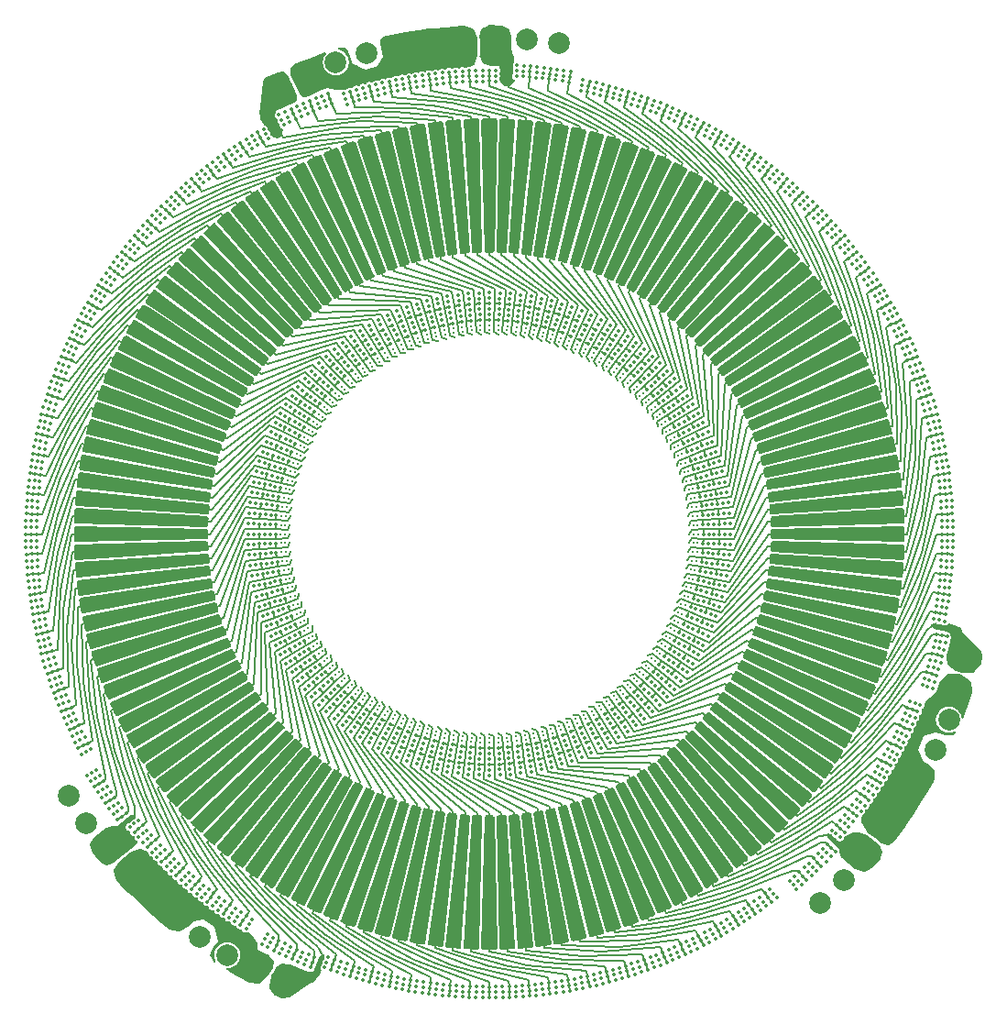
<source format=gbr>
%TF.GenerationSoftware,KiCad,Pcbnew,9.0.4*%
%TF.CreationDate,2025-09-29T12:29:07-05:00*%
%TF.ProjectId,Radial_Winding_Stator,52616469-616c-45f5-9769-6e64696e675f,rev?*%
%TF.SameCoordinates,Original*%
%TF.FileFunction,Copper,L1,Top*%
%TF.FilePolarity,Positive*%
%FSLAX46Y46*%
G04 Gerber Fmt 4.6, Leading zero omitted, Abs format (unit mm)*
G04 Created by KiCad (PCBNEW 9.0.4) date 2025-09-29 12:29:07*
%MOMM*%
%LPD*%
G01*
G04 APERTURE LIST*
%TA.AperFunction,ComponentPad*%
%ADD10C,2.000000*%
%TD*%
%TA.AperFunction,ViaPad*%
%ADD11C,0.350000*%
%TD*%
%TA.AperFunction,ViaPad*%
%ADD12C,0.250000*%
%TD*%
%TA.AperFunction,Conductor*%
%ADD13C,0.160000*%
%TD*%
G04 APERTURE END LIST*
D10*
%TO.P,HAp0,1,1*%
%TO.N,/coil_a0*%
X113252064Y-50674560D03*
%TD*%
%TO.P,HCn1,1,1*%
%TO.N,/coil_c1*%
X111376032Y-132363230D03*
%TD*%
%TO.P,HC01,1,1*%
%TO.N,/coil_c1*%
X99585951Y-123306336D03*
%TD*%
%TO.P,HAn0,1,1*%
%TO.N,/coil_a0*%
X133478879Y-46171618D03*
%TD*%
%TO.P,HCp1,1,1*%
%TO.N,/coil_c1*%
X95764736Y-118695585D03*
%TD*%
%TO.P,HBn2,1,1*%
%TO.N,/coil_b2*%
X175465021Y-109149311D03*
%TD*%
%TO.P,HCp0,1,1*%
%TO.N,/coil_c0*%
X97624178Y-121053964D03*
%TD*%
%TO.P,HAn2,1,1*%
%TO.N,/coil_a2*%
X139452159Y-46640673D03*
%TD*%
%TO.P,HA01,1,1*%
%TO.N,/coil_a1*%
X130466398Y-46248481D03*
%TD*%
%TO.P,HB12,1,1*%
%TO.N,/coil_b1*%
X174255102Y-111901281D03*
%TD*%
%TO.P,HBn1,1,1*%
%TO.N,/coil_b1*%
X176501661Y-106335809D03*
%TD*%
%TO.P,HBp0,1,1*%
%TO.N,/coil_b0*%
X167796853Y-121786792D03*
%TD*%
%TO.P,HBp1,1,1*%
%TO.N,/coil_b1*%
X165767942Y-123985537D03*
%TD*%
%TO.P,HAp1,1,1*%
%TO.N,/coil_a1*%
X115994304Y-49466207D03*
%TD*%
%TO.P,HCp2,1,1*%
%TO.N,/coil_c2*%
X94100000Y-116200000D03*
%TD*%
%TO.P,HCn0,1,1*%
%TO.N,/coil_c0*%
X114074655Y-133694494D03*
%TD*%
%TO.P,HAp2,1,1*%
%TO.N,/coil_a2*%
X118809824Y-48436639D03*
%TD*%
%TO.P,HBp2,1,1*%
%TO.N,/coil_b2*%
X163576732Y-126072329D03*
%TD*%
%TO.P,HB01,1,1*%
%TO.N,/coil_b1*%
X169683459Y-119464891D03*
%TD*%
%TO.P,HBn0,1,1*%
%TO.N,/coil_b0*%
X177357024Y-103471903D03*
%TD*%
%TO.P,HAn1,1,1*%
%TO.N,/coil_a1*%
X136475486Y-46314879D03*
%TD*%
%TO.P,HC12,1,1*%
%TO.N,/coil_c1*%
X106266112Y-129243806D03*
%TD*%
%TO.P,HCn2,1,1*%
%TO.N,/coil_c2*%
X108778239Y-130888158D03*
%TD*%
%TO.P,HA12,1,1*%
%TO.N,/coil_a1*%
X121680161Y-47579070D03*
%TD*%
D11*
%TO.N,/coil_a0*%
X129354622Y-133666860D03*
X166976167Y-118070830D03*
X152774856Y-129987145D03*
X111908773Y-89223256D03*
X150887749Y-130360402D03*
X154252978Y-92927956D03*
X152653911Y-83859118D03*
X106114752Y-124040591D03*
X140417302Y-49780061D03*
X159885248Y-59959409D03*
D12*
X150062369Y-84932565D03*
D11*
X131175575Y-133786212D03*
X91531806Y-86540609D03*
X149006125Y-130642204D03*
X116765617Y-52935406D03*
X136433551Y-72527530D03*
D12*
X135410606Y-73689837D03*
D11*
X123869931Y-74461237D03*
X154091227Y-94776744D03*
X140566723Y-110267761D03*
X97724292Y-69526895D03*
X173243296Y-77352638D03*
X170907249Y-74323560D03*
X150538763Y-82869931D03*
D12*
X118348237Y-80757272D03*
D11*
X91317006Y-84650164D03*
X124643651Y-74079682D03*
D12*
X129793010Y-110187586D03*
D11*
X93226550Y-106476352D03*
D12*
X149737852Y-84195041D03*
D11*
X110258246Y-127697404D03*
X174682994Y-99349836D03*
X152280104Y-83009574D03*
X152543981Y-129543639D03*
X116323747Y-81376020D03*
D12*
X147147417Y-103871128D03*
D11*
X124859118Y-72346089D03*
X127410083Y-134459638D03*
D12*
X116618526Y-100527625D03*
D11*
X90835042Y-88311044D03*
X94357795Y-108006125D03*
X94639598Y-109887749D03*
X95899866Y-111313107D03*
X118124380Y-51334315D03*
D12*
X150354407Y-85683541D03*
D11*
X93696397Y-106305342D03*
X129305912Y-112950033D03*
X114883993Y-53217209D03*
X90336945Y-88267466D03*
X152754049Y-92862509D03*
X169119100Y-115010404D03*
X152603706Y-94580906D03*
X116382933Y-52011527D03*
D12*
X114602115Y-90390366D03*
D11*
X143623980Y-75323747D03*
X107233551Y-125579490D03*
D12*
X148575877Y-101922960D03*
D11*
X111747022Y-91072044D03*
X170543639Y-72456019D03*
X142822855Y-110869597D03*
X109989596Y-128119100D03*
X91213788Y-90175575D03*
X90540362Y-86410083D03*
X132137491Y-111754049D03*
X114419570Y-98762692D03*
X96880900Y-68989596D03*
X150425989Y-104201847D03*
X149296217Y-105674190D03*
X100193365Y-64471964D03*
X125724157Y-72009695D03*
D12*
X114549415Y-91194403D03*
X142922960Y-76424123D03*
D11*
X145036983Y-76313146D03*
D12*
X141527625Y-108381474D03*
D11*
X157563996Y-56918977D03*
X138592120Y-49499139D03*
X99023833Y-65929170D03*
D12*
X151310163Y-94410606D03*
X125195041Y-75262148D03*
D11*
X127540609Y-133468194D03*
D12*
X144242728Y-77348237D03*
D11*
X140330478Y-50272465D03*
X168081023Y-116563996D03*
X120290222Y-107146878D03*
X144341276Y-75803030D03*
X133862508Y-72245951D03*
X95456361Y-111543981D03*
X108722792Y-126671447D03*
X174190590Y-99263012D03*
X123177145Y-73130403D03*
X118466400Y-52274008D03*
X131276652Y-111697625D03*
X116803030Y-80658724D03*
X131145885Y-113192273D03*
X140504126Y-49287658D03*
X135580906Y-72396294D03*
X90214740Y-90131955D03*
X113302375Y-90276652D03*
X150920318Y-83643651D03*
X150941641Y-103430123D03*
X114130403Y-101822855D03*
D12*
X124472375Y-75618526D03*
D11*
X140275843Y-111990305D03*
X175285736Y-93846235D03*
X174963916Y-97524654D03*
X172303603Y-77694658D03*
X116574275Y-52473467D03*
D12*
X133805597Y-73549415D03*
D11*
X125650164Y-133682994D03*
D12*
X121757272Y-106651763D03*
D11*
X165040591Y-118885248D03*
X139762692Y-110580430D03*
X148146878Y-104709778D03*
D12*
X136206990Y-73812414D03*
D11*
X131131955Y-134785260D03*
X117853122Y-79290222D03*
X174666860Y-95645378D03*
X122376020Y-108676253D03*
X146674190Y-75703783D03*
X113346089Y-100140882D03*
X151580430Y-85237308D03*
D12*
X123077040Y-107575877D03*
X147651763Y-103242728D03*
D11*
X175175397Y-99436660D03*
X152697625Y-93723348D03*
D12*
X151187586Y-95206990D03*
X139316459Y-109354407D03*
D11*
X145950345Y-75122834D03*
X91036084Y-86475346D03*
D12*
X151397885Y-93609634D03*
D11*
X165423613Y-119206642D03*
X91809410Y-84736988D03*
D12*
X140067435Y-109062369D03*
X130589394Y-110310163D03*
X149381474Y-83472375D03*
D11*
X160528036Y-59193365D03*
X145709778Y-76853122D03*
X132072044Y-113252978D03*
X105471964Y-124806635D03*
X174786212Y-93824425D03*
X115461237Y-101130069D03*
X174468197Y-97459391D03*
X148686854Y-104036983D03*
D12*
X117871781Y-81407074D03*
D11*
X113527530Y-88566449D03*
X114672683Y-52764055D03*
X98738129Y-68009580D03*
D12*
X117424123Y-82077040D03*
D11*
X135776744Y-70908773D03*
D12*
X115937631Y-99067435D03*
X116262148Y-99804959D03*
D11*
X109009580Y-126261871D03*
X151267761Y-84433277D03*
X115058359Y-80569877D03*
X110526895Y-127275708D03*
X105793358Y-124423613D03*
X125563340Y-134175397D03*
X131153765Y-134285736D03*
X133927956Y-70747022D03*
X153950033Y-95694088D03*
X100576387Y-64793358D03*
X113719896Y-100990426D03*
X93895856Y-108197467D03*
X115574011Y-79798153D03*
X159070830Y-58023833D03*
X175164958Y-95688956D03*
X136756422Y-49298097D03*
X94186444Y-110099059D03*
D12*
X115645593Y-98316459D03*
X114812414Y-88793010D03*
D11*
X175785260Y-93868045D03*
X141990426Y-111280104D03*
X138526857Y-49994861D03*
X125736988Y-133190589D03*
X138657383Y-49003417D03*
D12*
X132194403Y-110450585D03*
D11*
X168275708Y-114473105D03*
D12*
X131390366Y-110397885D03*
D11*
X115079682Y-100356349D03*
X155473105Y-56724292D03*
X160206642Y-59576387D03*
X92756704Y-106647362D03*
X115095302Y-53670362D03*
X147305342Y-131303603D03*
D12*
X118852583Y-80128872D03*
D11*
X170987145Y-72225144D03*
D12*
X151450585Y-92805597D03*
D11*
X130419094Y-111603706D03*
X117313146Y-79963017D03*
X90714264Y-90153765D03*
X156010404Y-55880900D03*
D12*
X121128872Y-106147417D03*
D11*
X172104144Y-75802533D03*
X106929170Y-125976167D03*
X157277208Y-57328553D03*
X112049967Y-88305912D03*
X129267466Y-134663055D03*
X149676253Y-102623980D03*
X168697404Y-114741754D03*
X145201847Y-74574011D03*
X158766449Y-58420510D03*
D12*
X122407074Y-107128219D03*
X114689837Y-89589394D03*
D11*
X175663055Y-95732534D03*
X97302596Y-69258246D03*
X154192273Y-93854115D03*
D12*
X143592926Y-76871781D03*
X148128219Y-102592926D03*
D11*
X116703783Y-78325810D03*
X167261871Y-115990420D03*
X113009695Y-99275843D03*
X141356349Y-109920318D03*
X171360402Y-74112251D03*
X134723348Y-72302375D03*
X129566449Y-111472470D03*
X141140882Y-111653911D03*
X130223255Y-113091227D03*
X126237308Y-73419570D03*
X151869597Y-82177145D03*
X113396294Y-89419094D03*
D12*
X144871128Y-77852583D03*
D11*
X147476352Y-131773450D03*
X166182813Y-117462068D03*
X149196970Y-103341276D03*
X114732239Y-99566723D03*
D12*
X126683541Y-74645593D03*
D11*
X150676440Y-129907249D03*
X120963017Y-107686854D03*
X100959409Y-65114751D03*
X175459638Y-97589917D03*
D12*
X134609634Y-73602115D03*
D11*
X136694088Y-71049967D03*
X165806635Y-119528036D03*
X149877166Y-104950345D03*
X95092751Y-109676440D03*
X167671447Y-116277208D03*
X152472470Y-95433551D03*
X111807727Y-90145885D03*
X113245951Y-91137491D03*
X120798153Y-109425989D03*
X166579490Y-117766449D03*
X152990305Y-84724157D03*
X118295390Y-51804161D03*
X97918977Y-67436004D03*
X152313107Y-129100134D03*
X171642205Y-75993875D03*
X172773450Y-77523648D03*
X90824603Y-84563340D03*
D12*
X140804959Y-108737852D03*
D11*
X151099059Y-130813556D03*
X98328553Y-67722792D03*
X99420510Y-66233551D03*
X108436004Y-127081023D03*
X142130069Y-109538763D03*
X156990420Y-57738129D03*
X134854115Y-70807727D03*
X121569877Y-109941641D03*
X136712844Y-49796195D03*
X121658724Y-108196970D03*
X127475346Y-133963916D03*
X172566084Y-75611191D03*
X171813556Y-73900941D03*
X149388809Y-131566083D03*
X129311044Y-134164958D03*
X93433916Y-108388809D03*
X155741754Y-56302596D03*
X116122834Y-79049655D03*
X125433277Y-73732239D03*
X136800000Y-48800000D03*
X107537932Y-125182813D03*
X147647362Y-132243296D03*
X119325810Y-108296217D03*
X158462068Y-58817187D03*
X124009574Y-72719896D03*
D12*
X125932565Y-74937631D03*
D11*
X170100134Y-72686893D03*
X99817187Y-66537932D03*
X91333140Y-88354622D03*
X120049655Y-108877166D03*
X149197467Y-131104143D03*
X95012855Y-111774856D03*
X144430123Y-74058359D03*
%TO.N,/coil_b0*%
X139396953Y-112288646D03*
X113527520Y-95433494D03*
X146358378Y-77421931D03*
X101793984Y-120595045D03*
X164232632Y-120651465D03*
X122045220Y-51116203D03*
X123838972Y-133322724D03*
X92632956Y-79272320D03*
D12*
X115645612Y-85683490D03*
X136997216Y-110030401D03*
D11*
X152990283Y-99275901D03*
X151580410Y-98762747D03*
X120272320Y-51632956D03*
D12*
X139316510Y-74645612D03*
D11*
X163837377Y-63742750D03*
X151857730Y-86054211D03*
X165423613Y-64793358D03*
D12*
X115161130Y-87220061D03*
D11*
X104404955Y-123206016D03*
X126602988Y-112288627D03*
D12*
X129002731Y-110030389D03*
D11*
X104067160Y-60425345D03*
X162929016Y-62070984D03*
X104742750Y-61162623D03*
X140436660Y-134175397D03*
X93109815Y-79422673D03*
X139397012Y-71711373D03*
D12*
X121128914Y-77852548D03*
D11*
X147305342Y-52696397D03*
D12*
X137779886Y-109838884D03*
D11*
X138505886Y-112548367D03*
X112231041Y-87395601D03*
X125736988Y-50809410D03*
X136694026Y-112950044D03*
D12*
X115386607Y-86446490D03*
X138553458Y-109613409D03*
D11*
X149296257Y-78325857D03*
X148042465Y-76957579D03*
X129566506Y-72527520D03*
X117957535Y-107042421D03*
D12*
X146058983Y-78941055D03*
D11*
X113900867Y-97117567D03*
X173384712Y-104774470D03*
X102717430Y-61717430D03*
X120422673Y-131890185D03*
X105793358Y-59576387D03*
X161990300Y-123600231D03*
X174810873Y-82730753D03*
X137604399Y-71231041D03*
X137279661Y-72695833D03*
D12*
X151030389Y-95997269D03*
D11*
X103424537Y-121575463D03*
X147372007Y-76315753D03*
X120272320Y-132367044D03*
X118352638Y-132243295D03*
X148146915Y-79290267D03*
X113695833Y-87720339D03*
X128395661Y-71231027D03*
D12*
X136997269Y-73969611D03*
D11*
X162328095Y-123968870D03*
X114142270Y-97945789D03*
X145727680Y-51632956D03*
X112451633Y-97505886D03*
X103070984Y-62070984D03*
X161652505Y-123231592D03*
X106114752Y-59959409D03*
X113695820Y-96279604D03*
X120121967Y-51156098D03*
X173843902Y-79121967D03*
X164574655Y-63067160D03*
X118421931Y-78641622D03*
X138505946Y-71451649D03*
X118627993Y-107684247D03*
X174329104Y-101249951D03*
D12*
X120523069Y-105616141D03*
D11*
X172890185Y-79422673D03*
X153288646Y-85603047D03*
X138117567Y-111099133D03*
X145577327Y-52109815D03*
X118628039Y-76315711D03*
X145878033Y-132843902D03*
X173861571Y-104924823D03*
D12*
X146616141Y-104476931D03*
D11*
X142269247Y-50189127D03*
X148684247Y-106372007D03*
X118421892Y-105358336D03*
D12*
X127446490Y-109613393D03*
D11*
X101425345Y-120932840D03*
X92165423Y-101052808D03*
D12*
X120523109Y-78383823D03*
D11*
X126603047Y-71711354D03*
X116703743Y-105674143D03*
X92599166Y-102825371D03*
X161595045Y-60793984D03*
X100959409Y-118885248D03*
D12*
X129793063Y-73812404D03*
D11*
X153288627Y-98397012D03*
X91677275Y-101161028D03*
X138945789Y-110857730D03*
X104404955Y-60793984D03*
X147578108Y-78641664D03*
X174817252Y-101358171D03*
X117315711Y-106371961D03*
X91189127Y-101269247D03*
X120290267Y-76853085D03*
X100576387Y-119206642D03*
X113009717Y-84724099D03*
D12*
X147147452Y-80128914D03*
D11*
X126237253Y-110580410D03*
X127882377Y-111099118D03*
X173367044Y-79272320D03*
X174682994Y-84650164D03*
X105471964Y-59193365D03*
X123730753Y-50189127D03*
X142052808Y-51165423D03*
X152099133Y-86882433D03*
X151857712Y-97945844D03*
X142269247Y-133810872D03*
X146981551Y-78018490D03*
D12*
X114969611Y-88002731D03*
D11*
X112049956Y-95694026D03*
X144084190Y-50633240D03*
X163324271Y-122323231D03*
X153548351Y-97505946D03*
X144084190Y-133366760D03*
X153768959Y-96604399D03*
X118523648Y-131773450D03*
X163282570Y-61717430D03*
D12*
X128220114Y-74161116D03*
D11*
X165040591Y-65114751D03*
X104742750Y-122837377D03*
X152304180Y-87720396D03*
X104067160Y-123574655D03*
X161257250Y-61162623D03*
X91189127Y-82730753D03*
X146981510Y-105981551D03*
D12*
X128220060Y-109838870D03*
D11*
X163677825Y-122676785D03*
X174366760Y-80915810D03*
X121915810Y-50633240D03*
X91809410Y-99263012D03*
X173400834Y-81174629D03*
X174378324Y-103151923D03*
X139762747Y-73419590D03*
X173883797Y-81045220D03*
X123838972Y-50677275D03*
X145727680Y-132367044D03*
X165806635Y-64471964D03*
D12*
X151187596Y-88793064D03*
D11*
X92116203Y-81045220D03*
X91633240Y-80915810D03*
D12*
X138553510Y-74386607D03*
D11*
X164601271Y-120989260D03*
D12*
X129002783Y-73969599D03*
D11*
X125650164Y-50317006D03*
X142161028Y-133322724D03*
X125563340Y-49824603D03*
D12*
X150838870Y-96779939D03*
D11*
X146358336Y-106578108D03*
X101793984Y-63404955D03*
X138945844Y-73142288D03*
X93226550Y-77523648D03*
X103070984Y-121929016D03*
X153548367Y-86494114D03*
X140275901Y-72009717D03*
X143825371Y-51599166D03*
X122174629Y-132400834D03*
X175175397Y-84563340D03*
D12*
X145476931Y-78383859D03*
D11*
X127494114Y-71451633D03*
X92156098Y-79121967D03*
X140263012Y-133190589D03*
X92156098Y-104878033D03*
X119641622Y-106578069D03*
D12*
X150354388Y-98316510D03*
D11*
X127054156Y-110857712D03*
X92599166Y-81174629D03*
X91317006Y-99349836D03*
X152099118Y-97117623D03*
X145878033Y-51156098D03*
X112451649Y-86494054D03*
D12*
X119383823Y-104476891D03*
D11*
X93109815Y-104577327D03*
X127882433Y-72900867D03*
X137604338Y-112768973D03*
X128720396Y-72695820D03*
X114142288Y-86054156D03*
D12*
X150838884Y-87220114D03*
D11*
X142052808Y-132834577D03*
X120121967Y-132843902D03*
X143954780Y-51116203D03*
X143954780Y-132883796D03*
X147578069Y-105358378D03*
X123947192Y-132834577D03*
D12*
X118852548Y-103871086D03*
D11*
X140349836Y-133682994D03*
X119641664Y-77421892D03*
D12*
X150613409Y-86446542D03*
D11*
X147371961Y-107684289D03*
X142161028Y-50677275D03*
X92165423Y-82947192D03*
X91677275Y-82838972D03*
D12*
X114969599Y-95997216D03*
D11*
X137279604Y-111304180D03*
D12*
X119383859Y-79523069D03*
D11*
X152472480Y-88566506D03*
D12*
X127446542Y-74386591D03*
D11*
X122045220Y-132883796D03*
X162575463Y-62424537D03*
X161932840Y-60425345D03*
X174190590Y-84736988D03*
X114419590Y-85237253D03*
X102162623Y-120257250D03*
D12*
X115386591Y-97553458D03*
D11*
X102717430Y-122282570D03*
D12*
X146058945Y-105058983D03*
D11*
X153768973Y-87395662D03*
X143825371Y-132400834D03*
X101425345Y-63067160D03*
D12*
X136206936Y-110187596D03*
D11*
X164969910Y-121327055D03*
D12*
X145476891Y-105616177D03*
D11*
X121915810Y-133366760D03*
X92756704Y-77352638D03*
D12*
X146616177Y-79523109D03*
D11*
X117315753Y-77627993D03*
X100193365Y-119528036D03*
X147476352Y-52226550D03*
X122174629Y-51599166D03*
X92116203Y-102954780D03*
X164206016Y-63404955D03*
X148684289Y-77628039D03*
X127494054Y-112548351D03*
X129305973Y-71049956D03*
D12*
X151030401Y-88002784D03*
D11*
X174322725Y-82838972D03*
X102162623Y-63742750D03*
D12*
X119941055Y-78941017D03*
D11*
X162970718Y-121969678D03*
X112711373Y-85602988D03*
X145577327Y-131890185D03*
D12*
X114812404Y-95206936D03*
D11*
X119018449Y-105981510D03*
X91633240Y-103084190D03*
X119325857Y-75703743D03*
X174338429Y-105075176D03*
X147647362Y-51756704D03*
D12*
X150613393Y-97553510D03*
D11*
X175305400Y-101466390D03*
D12*
X115161116Y-96779886D03*
D11*
X125724099Y-111990283D03*
X118694658Y-131303603D03*
X93696397Y-77694658D03*
X128720339Y-111304167D03*
D12*
X119941017Y-105058945D03*
D11*
X174861287Y-103281333D03*
X120422673Y-52109815D03*
X112711354Y-98396953D03*
X146674143Y-108296257D03*
X173895361Y-103022514D03*
X92632956Y-104727680D03*
X123730753Y-133810872D03*
X90824603Y-99436660D03*
X127054211Y-73142270D03*
X117957579Y-76957535D03*
X138117623Y-72900882D03*
X152304167Y-96279661D03*
X123947192Y-51165423D03*
X145709733Y-107146915D03*
D12*
X144871086Y-106147452D03*
D11*
X136433494Y-111472480D03*
X119018490Y-78018449D03*
X112231027Y-96604338D03*
D12*
X126683490Y-109354388D03*
D11*
X153950044Y-88305974D03*
D12*
X137779939Y-74161130D03*
D11*
X113900882Y-86882377D03*
X117853085Y-104709733D03*
X148042421Y-107042465D03*
X128395601Y-112768959D03*
X173834577Y-82947192D03*
X103424537Y-62424537D03*
D12*
%TO.N,/coil_c0*%
X151397890Y-90390420D03*
D11*
X114130432Y-82177089D03*
X110526895Y-56724292D03*
X141140940Y-72346113D03*
X150426025Y-79798204D03*
X99028762Y-118090370D03*
X129267466Y-49336945D03*
D12*
X151310170Y-89589448D03*
D11*
X134723290Y-111697630D03*
X152772870Y-92000029D03*
X140566776Y-73732262D03*
X138589917Y-134459638D03*
D12*
X125194992Y-108737829D03*
D11*
X116323715Y-102623931D03*
X174468194Y-86540609D03*
D12*
X151450588Y-91194457D03*
D11*
X171813556Y-110099059D03*
X150887749Y-53639598D03*
X131175575Y-50213788D03*
X142886410Y-109123822D03*
D12*
X117424094Y-101922914D03*
X134609580Y-110397890D03*
D11*
X120798204Y-74573975D03*
X115058326Y-103430070D03*
X141356402Y-74079707D03*
X150920293Y-100356402D03*
X133000000Y-133826021D03*
X142130121Y-74461264D03*
X136688956Y-134164958D03*
D12*
X133000027Y-73531836D03*
D11*
X169222397Y-112913010D03*
X170088422Y-70586990D03*
X151869568Y-101822911D03*
X109009580Y-57738129D03*
D12*
X142234059Y-107993913D03*
D11*
X174666860Y-88354622D03*
X120963063Y-76313110D03*
X127410083Y-49540362D03*
X168697404Y-69258246D03*
X113719922Y-83009518D03*
X115461264Y-82869879D03*
X113302370Y-93723290D03*
X113396286Y-94580849D03*
X133000029Y-72227130D03*
X116802997Y-103341228D03*
X123113540Y-109123793D03*
X136645378Y-133666860D03*
X124859060Y-111653887D03*
X111586990Y-54911578D03*
X153913010Y-55777603D03*
X116664428Y-131557405D03*
X98346381Y-116314341D03*
X131153765Y-49714264D03*
X111836990Y-55344591D03*
X149877204Y-79049705D03*
X120049705Y-75122796D03*
X152543981Y-54456361D03*
D12*
X143592882Y-107128250D03*
D11*
X116855770Y-131095466D03*
X145950295Y-108877204D03*
X175785260Y-90131955D03*
X136732534Y-134663055D03*
X133000000Y-49173979D03*
X166976167Y-65929170D03*
X175285736Y-90153765D03*
D12*
X140067486Y-74937652D03*
X130589448Y-73689830D03*
X122407118Y-76871750D03*
X115937652Y-84932514D03*
D11*
X134868045Y-134785260D03*
X152280078Y-100990482D03*
X129354622Y-50333140D03*
X149006125Y-53357795D03*
X113317914Y-129996901D03*
X111807722Y-93854053D03*
X113087039Y-130440407D03*
X131145947Y-70807722D03*
D12*
X125932514Y-109062348D03*
D11*
X115876207Y-82113540D03*
X96910848Y-115065675D03*
X96344591Y-70836990D03*
X95092751Y-74323560D03*
X114576861Y-81363360D03*
D12*
X140805008Y-75262171D03*
D11*
X159070830Y-125976167D03*
X95899866Y-72686893D03*
X124643598Y-109920293D03*
X138524654Y-133963916D03*
X133000031Y-70726773D03*
X122363414Y-73576830D03*
X91036084Y-97524654D03*
X144341228Y-108197003D03*
D12*
X148128250Y-81407118D03*
D11*
X114762836Y-131266818D03*
D12*
X117006087Y-101234059D03*
D11*
X149676285Y-81376069D03*
D12*
X133805543Y-110450588D03*
D11*
X113227130Y-91999971D03*
X153913010Y-128222397D03*
X97527229Y-116887917D03*
X154252981Y-91072106D03*
X168275708Y-69526895D03*
X175826021Y-92000000D03*
D12*
X124472327Y-108381449D03*
D11*
X112086990Y-55777603D03*
X170987145Y-111774856D03*
X170543639Y-111543981D03*
X170907249Y-109676440D03*
X130223318Y-70908765D03*
D12*
X141538602Y-75633134D03*
D11*
X143623931Y-108676285D03*
D12*
X116262171Y-84194992D03*
X117871750Y-102592882D03*
D11*
X107537932Y-58817187D03*
X144430070Y-109941674D03*
X133927894Y-113252981D03*
X107233551Y-58420510D03*
X154413010Y-54911578D03*
X152603714Y-89419151D03*
X134854053Y-113192278D03*
D12*
X142234106Y-76006114D03*
D11*
X91173979Y-92000000D03*
X114974146Y-130813664D03*
X150123822Y-82113590D03*
X169655409Y-113163010D03*
X151099059Y-53186444D03*
X123869879Y-109538736D03*
X154163010Y-55344591D03*
X130419151Y-72396286D03*
X150676440Y-54092751D03*
X167261871Y-68009580D03*
X132999970Y-111772870D03*
X121658772Y-75802997D03*
X90173979Y-92000000D03*
X90835042Y-95688956D03*
X175663055Y-88267466D03*
X125433224Y-110267738D03*
X93433916Y-75611191D03*
X127475346Y-50036084D03*
X97332544Y-114797026D03*
X123177089Y-110869568D03*
X172104144Y-108197467D03*
X151423139Y-102636640D03*
X170088422Y-113413010D03*
X116473086Y-132019345D03*
D12*
X151468164Y-92000027D03*
X144242684Y-106651796D03*
D11*
X111747019Y-92927894D03*
X116122796Y-104950295D03*
X154192278Y-90145947D03*
X149197003Y-80658772D03*
D12*
X149381449Y-100527673D03*
X114689830Y-94410552D03*
X149737829Y-99805008D03*
D11*
X115573975Y-104201796D03*
X145036937Y-107686890D03*
X131131955Y-49214740D03*
X133000000Y-134326021D03*
D12*
X121757316Y-77348204D03*
D11*
X171642205Y-108006125D03*
D12*
X150062348Y-99067486D03*
D11*
X90673979Y-92000000D03*
X90714264Y-93846235D03*
X127540609Y-50531806D03*
D12*
X123742476Y-107959621D03*
D11*
X154413010Y-129088422D03*
X135580849Y-111603714D03*
X114732262Y-84433224D03*
X149388809Y-52433916D03*
D12*
X148575906Y-82077086D03*
D11*
X122376069Y-75323715D03*
D12*
X114549412Y-92805543D03*
D11*
X131276710Y-72302370D03*
X169119100Y-68989596D03*
X115079707Y-83643598D03*
D12*
X148993886Y-101234106D03*
D11*
X143636586Y-110423170D03*
X113346113Y-83859060D03*
X108722792Y-57328553D03*
X95911578Y-70586990D03*
X151423170Y-81363414D03*
X96489152Y-115334325D03*
X150941674Y-80569930D03*
X152653887Y-100140940D03*
X113548788Y-129553396D03*
X157563996Y-127081023D03*
X152313107Y-54899866D03*
X166182813Y-66537932D03*
D12*
X114531836Y-91999973D03*
D11*
X175164958Y-88311044D03*
D12*
X131390420Y-73602110D03*
D11*
X132072105Y-70747019D03*
X167671447Y-67722792D03*
X134846235Y-134285736D03*
D12*
X147651796Y-80757316D03*
D11*
X154091235Y-89223318D03*
X175459638Y-86410083D03*
D12*
X148993913Y-82765941D03*
D11*
X152774856Y-54012855D03*
D12*
X132999973Y-110468164D03*
D11*
X141990482Y-72719922D03*
X152754051Y-91137549D03*
D12*
X116618551Y-83472327D03*
D11*
X106929170Y-58023833D03*
X157277208Y-126671447D03*
X145201796Y-109426025D03*
X94186444Y-73900941D03*
X142822911Y-73130432D03*
X94639598Y-74112251D03*
X134824425Y-133786212D03*
X96777603Y-71086990D03*
X109989596Y-55880900D03*
X93895856Y-75802533D03*
X155741754Y-127697404D03*
X174963916Y-86475346D03*
X117313110Y-104036937D03*
X156010404Y-128119100D03*
X115876178Y-101886410D03*
X98632085Y-118394751D03*
X158766449Y-125579490D03*
X175326021Y-92000000D03*
X174826021Y-92000000D03*
D12*
X123077086Y-76424094D03*
D11*
X129311044Y-49835042D03*
X124009518Y-111280078D03*
X151267738Y-99566776D03*
X133000000Y-50173979D03*
X99425439Y-117785989D03*
X143636640Y-73576861D03*
X97936805Y-116601129D03*
X154273227Y-92000031D03*
X149197467Y-52895856D03*
X150123793Y-101886460D03*
D12*
X142922914Y-107575906D03*
D11*
X142886460Y-74876207D03*
D12*
X114602110Y-93609580D03*
D11*
X95012855Y-72225144D03*
X133000000Y-134826021D03*
X111908765Y-94776682D03*
X168081023Y-67436004D03*
X90214740Y-93868045D03*
X91531806Y-97459391D03*
X121569930Y-74058326D03*
X115185455Y-130360511D03*
X170100134Y-111313107D03*
X123113590Y-74876178D03*
X152697630Y-90276710D03*
X91213788Y-93824425D03*
X133862451Y-111754051D03*
X171360402Y-109887749D03*
D12*
X135410552Y-110310170D03*
D11*
X132137549Y-72245949D03*
X111726773Y-91999969D03*
X90336945Y-95732534D03*
X154163010Y-128655408D03*
D12*
X132194457Y-73549412D03*
D11*
X113245949Y-92862451D03*
X132999969Y-113273227D03*
X155473105Y-127275708D03*
X148686890Y-79963063D03*
X150538736Y-101130121D03*
X169655409Y-70836990D03*
X166579490Y-66233551D03*
X95456361Y-72456019D03*
X169222397Y-71086990D03*
X108436004Y-56918977D03*
X91333140Y-95645378D03*
X122363360Y-110423139D03*
X133000000Y-49673979D03*
X114576830Y-102636586D03*
X172566084Y-108388809D03*
D12*
X123765941Y-76006087D03*
D11*
X135776682Y-113091235D03*
X110258246Y-56302596D03*
X138459391Y-133468194D03*
D12*
X118348204Y-103242684D03*
D11*
X156990420Y-126261871D03*
X94357795Y-75993875D03*
D12*
X117006114Y-82765894D03*
D11*
X158462068Y-125182813D03*
X90540362Y-97589917D03*
X174786212Y-90175575D03*
%TO.N,/coil_a1*%
X114110016Y-53031222D03*
X147875523Y-131091566D03*
X107724541Y-125950833D03*
X115937126Y-77682629D03*
X129960993Y-133715657D03*
X93676286Y-108962594D03*
X136106473Y-49747397D03*
X99796325Y-64951893D03*
X120353884Y-108480833D03*
X175308302Y-93231046D03*
D12*
X144729967Y-76713122D03*
D11*
X108023121Y-125549772D03*
X148053348Y-131558875D03*
X159416528Y-59571637D03*
X168598983Y-113957780D03*
X144161594Y-74479700D03*
D12*
X135515011Y-72896191D03*
X151975923Y-95345913D03*
D11*
X125894960Y-72479229D03*
D12*
X130484989Y-111103809D03*
D11*
X145646116Y-75519167D03*
X151785690Y-103967732D03*
X174292050Y-98663202D03*
X124476072Y-71421579D03*
X129132230Y-113935568D03*
X121084805Y-109016762D03*
D12*
X129654087Y-110975923D03*
X152103809Y-94515011D03*
X120614393Y-106760675D03*
X114024077Y-88654087D03*
D11*
X175214336Y-95075336D03*
X91456606Y-87144274D03*
X106267683Y-124816019D03*
X129888335Y-134713015D03*
X100571637Y-65583472D03*
X166950833Y-117275459D03*
X175713015Y-95111665D03*
X90959987Y-87086227D03*
X115983238Y-80084805D03*
X95304312Y-112325334D03*
X110779732Y-128024541D03*
X123586567Y-71812973D03*
X114545771Y-53931288D03*
X123407772Y-73573626D03*
X145775762Y-73754215D03*
X151443849Y-130096355D03*
X165816019Y-118732317D03*
X174715658Y-95039007D03*
X122714981Y-72242795D03*
X159732317Y-59183981D03*
X134810481Y-71305454D03*
X111064432Y-88132230D03*
X91214335Y-85257144D03*
X112404122Y-89288559D03*
X91707950Y-85336798D03*
X170255587Y-71911966D03*
X112305454Y-90189519D03*
X128028180Y-134536633D03*
X165428363Y-118416528D03*
D12*
X121270033Y-107286878D03*
D11*
X136867770Y-70064432D03*
X94594502Y-108566515D03*
D12*
X115198111Y-99373841D03*
X113749690Y-91159566D03*
D11*
X155189194Y-93941241D03*
X129924664Y-134214336D03*
X115479700Y-80838406D03*
X96184514Y-111850734D03*
D12*
X139590316Y-110106588D03*
D11*
X153578421Y-83476072D03*
X166203675Y-119048106D03*
D12*
X115908525Y-100897318D03*
D11*
X113807726Y-99949762D03*
D12*
X151106588Y-85409684D03*
X141897318Y-109091475D03*
D11*
X92973815Y-107231174D03*
D12*
X116748959Y-81647008D03*
D11*
X136142802Y-49248719D03*
X158275459Y-58049167D03*
D12*
X114893412Y-98590316D03*
D11*
X172091566Y-77124477D03*
X110517244Y-128450099D03*
X116519167Y-79353884D03*
X126336798Y-133292049D03*
X131783497Y-133808513D03*
X110747249Y-91028485D03*
X150520300Y-103161594D03*
X147317371Y-74937126D03*
X142413433Y-112187027D03*
X153753822Y-92906074D03*
X154957780Y-56401017D03*
X121838406Y-109520300D03*
X90286985Y-88888335D03*
X109229512Y-127021019D03*
X113479229Y-99105040D03*
X173026185Y-76768826D03*
X150062874Y-106317371D03*
X90191910Y-90754412D03*
X126177491Y-134279279D03*
X150016762Y-103915195D03*
X170695688Y-71674666D03*
X132028484Y-114252751D03*
X111042220Y-127598983D03*
X171546389Y-73338274D03*
X146352963Y-76086469D03*
X151661726Y-130546389D03*
X136607240Y-71541996D03*
X106583472Y-124428363D03*
X117540568Y-51551426D03*
X93908434Y-106875523D03*
X175808090Y-93245588D03*
X140105040Y-111520771D03*
X169815486Y-72149266D03*
X128144274Y-133543394D03*
X133906073Y-71246178D03*
D12*
X132159566Y-111250310D03*
D11*
X115328851Y-78440528D03*
D12*
X117216017Y-80948001D03*
X149251041Y-102352992D03*
D11*
X148913531Y-105352963D03*
X97565277Y-67948711D03*
X171864606Y-75235445D03*
X171096356Y-73556151D03*
X144967732Y-73214310D03*
X158574038Y-57648105D03*
D12*
X136345913Y-73024077D03*
D11*
X148231174Y-132026185D03*
X131058759Y-114189194D03*
X113242795Y-102285019D03*
X128086227Y-134040012D03*
X152757205Y-81714981D03*
X125050238Y-72807726D03*
D12*
X140373841Y-109801889D03*
D11*
X141523928Y-112578421D03*
X155083399Y-94907273D03*
D12*
X150801889Y-84626159D03*
D11*
X139889975Y-49183776D03*
X95353677Y-110225971D03*
X156489687Y-57392684D03*
X110810806Y-90058759D03*
X139810322Y-49677390D03*
X149566515Y-130405498D03*
D12*
X125626159Y-74198111D03*
D11*
X157976879Y-58450228D03*
X154935568Y-95867770D03*
X120224238Y-110245785D03*
D12*
X126409684Y-73893412D03*
D11*
X130092727Y-114083399D03*
X112069356Y-99618197D03*
D12*
X134679320Y-72804671D03*
D11*
X108948711Y-127434723D03*
X172323714Y-75037406D03*
D12*
X145385607Y-77239325D03*
D11*
X114327893Y-53481255D03*
X140618197Y-112930644D03*
X149764555Y-130864606D03*
X157051289Y-56565277D03*
X98392684Y-68510313D03*
X118682629Y-109062874D03*
X153458004Y-95607240D03*
X99450228Y-67023121D03*
X100183981Y-65267683D03*
X153694546Y-93810481D03*
X95744413Y-112088034D03*
X134941241Y-69810806D03*
X151245785Y-104775762D03*
X90720721Y-85177491D03*
X175040013Y-96913773D03*
X94453611Y-110661726D03*
X131189519Y-112694546D03*
X129392760Y-112458004D03*
X174808513Y-93216503D03*
X140949762Y-111192274D03*
X112812973Y-101413433D03*
X97978981Y-68229512D03*
X114172757Y-100779351D03*
D12*
X147760675Y-104385607D03*
D11*
X160048106Y-58796325D03*
X135907273Y-69916601D03*
X172558875Y-76946652D03*
X146559472Y-74328851D03*
X112421579Y-100523928D03*
X112246178Y-91093926D03*
X90785664Y-88924664D03*
X167351895Y-117574038D03*
D12*
X152250310Y-92840434D03*
D11*
X130288559Y-112595878D03*
X175536633Y-96971819D03*
X139730668Y-50171005D03*
X166549772Y-116976879D03*
X114754215Y-79224238D03*
X151426374Y-82407772D03*
X169450100Y-114482756D03*
D12*
X144051999Y-76216017D03*
D11*
X126257144Y-133785665D03*
X168434723Y-116051289D03*
D12*
X148783983Y-103051999D03*
D11*
X155220268Y-55975459D03*
X91284342Y-88960993D03*
X155482756Y-55549900D03*
X174543394Y-96855726D03*
X116205227Y-53172113D03*
X109510313Y-126607316D03*
X105951894Y-125203675D03*
X152192274Y-84050238D03*
X174785665Y-98742856D03*
X168021019Y-115770488D03*
X117718394Y-52018736D03*
X135711441Y-71404122D03*
X169024541Y-114220268D03*
D12*
X141143330Y-109463303D03*
X124102682Y-74908525D03*
X152195329Y-93679320D03*
X148286878Y-103729967D03*
D11*
X149962594Y-131323714D03*
X153088034Y-129255586D03*
X117896219Y-52486045D03*
X150671149Y-105559472D03*
X114214310Y-80032268D03*
D12*
X124856670Y-74536697D03*
X121948001Y-107783983D03*
D11*
X153187027Y-82586567D03*
D12*
X133840434Y-72749690D03*
X131320680Y-111195329D03*
D11*
X171405498Y-75433485D03*
D12*
X113896191Y-89484989D03*
D11*
X125381803Y-71069356D03*
X112541996Y-88392760D03*
X152520771Y-84894960D03*
X137981239Y-49423042D03*
X116007187Y-52713005D03*
X124220649Y-73172757D03*
X151225971Y-129646323D03*
D12*
X115536697Y-100143330D03*
D11*
X98648105Y-66425962D03*
D12*
X143352992Y-75748959D03*
X117713122Y-80270033D03*
D11*
X137923192Y-49919661D03*
X117086469Y-78647037D03*
X114573626Y-101592228D03*
D12*
X150091475Y-83102682D03*
D11*
X96549900Y-69517244D03*
X107425962Y-126351895D03*
D12*
X118239325Y-79614393D03*
D11*
X94903644Y-110443849D03*
X155252751Y-92971515D03*
X175279279Y-98822509D03*
D12*
X122647008Y-108251041D03*
D11*
X132093926Y-112753822D03*
X93441125Y-107053348D03*
X153325334Y-129695687D03*
X121032268Y-110785690D03*
X138039285Y-48926422D03*
X136179131Y-48750040D03*
X115809148Y-52253897D03*
X119647037Y-107913531D03*
X156770488Y-56978981D03*
D12*
X150463303Y-83856670D03*
D11*
X133971515Y-69747249D03*
X144915195Y-74983238D03*
X151827243Y-83220649D03*
X153595878Y-94711441D03*
X141779351Y-110827243D03*
X131768954Y-134308302D03*
X170646323Y-73774029D03*
X97401017Y-70042220D03*
X94135394Y-108764555D03*
X96975459Y-69779732D03*
X143285019Y-111757205D03*
X142592228Y-110426374D03*
X99049167Y-66724541D03*
X149480833Y-104646116D03*
X90463367Y-87028181D03*
D12*
X113804671Y-90320680D03*
D11*
X119440528Y-109671149D03*
X131754412Y-134808090D03*
X110916601Y-89092727D03*
X167607316Y-115489687D03*
X153930644Y-84381803D03*
X91191487Y-90783497D03*
X152850734Y-128815486D03*
X90691698Y-90768954D03*
D12*
%TO.N,/coil_b1*%
X136346018Y-110975904D03*
D11*
X124339788Y-133941444D03*
X174571873Y-84044673D03*
D12*
X119375046Y-105625029D03*
D11*
X144411862Y-132239297D03*
D12*
X138794245Y-110376820D03*
D11*
X147034393Y-76684063D03*
X146896421Y-52020038D03*
D12*
X146624954Y-78374971D03*
D11*
X102576719Y-120702885D03*
X92301223Y-101645787D03*
D12*
X137170447Y-73188085D03*
D11*
X173652463Y-78529241D03*
D12*
X114623148Y-86205857D03*
D11*
X113187857Y-85753315D03*
X116577881Y-76951984D03*
X92451937Y-79860707D03*
X149422119Y-107048016D03*
X93296780Y-105156214D03*
X153930686Y-99618081D03*
X111485034Y-97764981D03*
D12*
X145385689Y-106760606D03*
D11*
X112934237Y-86623454D03*
X147317465Y-109062795D03*
X92760702Y-103411862D03*
X148048016Y-75577881D03*
D12*
X146625029Y-105624954D03*
D11*
X105194110Y-123245226D03*
X92822158Y-105313487D03*
X138376546Y-71934237D03*
D12*
X151612071Y-87012856D03*
D11*
X92279673Y-103548282D03*
D12*
X147760606Y-79614311D03*
D11*
X139697847Y-70756940D03*
X103509303Y-122361270D03*
X117951984Y-108422119D03*
X144548282Y-132720327D03*
X160743777Y-124040542D03*
D12*
X114024096Y-95346018D03*
D11*
X118310893Y-106689188D03*
D12*
X151811892Y-87829450D03*
D11*
X112542016Y-95607353D03*
X118965523Y-76684141D03*
X141049304Y-134062962D03*
X154745953Y-87178975D03*
D12*
X114893376Y-85409784D03*
D11*
X125044673Y-50428127D03*
X174185300Y-82238905D03*
X154243060Y-98697847D03*
X173946773Y-106257723D03*
X118682535Y-74937205D03*
X147034477Y-107315859D03*
X121004108Y-132069069D03*
X148315859Y-77965523D03*
X119843786Y-52296780D03*
X100597058Y-120002383D03*
D12*
X151811915Y-96170447D03*
D11*
X119103579Y-131979962D03*
X145282695Y-50972942D03*
X103610873Y-60849345D03*
X122763314Y-132554184D03*
X118965607Y-107315937D03*
D12*
X137170550Y-110811892D03*
D11*
X91548225Y-83440897D03*
X126753315Y-111812143D03*
D12*
X127205857Y-110376852D03*
D11*
X91476227Y-81518571D03*
D12*
X126409784Y-110106624D03*
D11*
X116577964Y-107048107D03*
X104861712Y-123618739D03*
X117951893Y-75577964D03*
X92547754Y-77939420D03*
X143236686Y-51445815D03*
X128503716Y-71718838D03*
X162142323Y-61997388D03*
X105651478Y-60353673D03*
X125138649Y-50919216D03*
X136867891Y-113935546D03*
X144684702Y-133201357D03*
X104529314Y-123992251D03*
X173239298Y-80588138D03*
X154243023Y-85302036D03*
D12*
X137987042Y-73387902D03*
D11*
X128503828Y-112281186D03*
X174521585Y-104479838D03*
X142645787Y-132698777D03*
X146470759Y-132652463D03*
X112934267Y-97376656D03*
X143359058Y-50961021D03*
X175018300Y-102678572D03*
X92930931Y-80004108D03*
X174201357Y-80315298D03*
X146313487Y-132177842D03*
X93020038Y-78103579D03*
X165402942Y-63997617D03*
X117249897Y-76249984D03*
D12*
X128829553Y-110811915D03*
D11*
X152812109Y-85753206D03*
X112718814Y-87503828D03*
X161070707Y-124418850D03*
X119686513Y-51822158D03*
X101007749Y-63529314D03*
X154514966Y-86235019D03*
D12*
X137987144Y-110612071D03*
D11*
X144995892Y-51930931D03*
D12*
X146017749Y-106206301D03*
D11*
X117086543Y-105353051D03*
X174048712Y-102433829D03*
X148750103Y-107750016D03*
X91058555Y-83339788D03*
X138376656Y-112065733D03*
X139697964Y-113243023D03*
X92037895Y-83542006D03*
X93492322Y-78267738D03*
D12*
X151376852Y-97794143D03*
D11*
X146353051Y-107913457D03*
X152520810Y-99104933D03*
X124542006Y-132962105D03*
X103857677Y-122002612D03*
X103160929Y-122719928D03*
X164150655Y-62610873D03*
X104297115Y-61576719D03*
X118310812Y-77310893D03*
X120717305Y-133027058D03*
X152812143Y-98246685D03*
X162490697Y-61638730D03*
X117684063Y-77965607D03*
X91428127Y-99955327D03*
X143481429Y-50476227D03*
X111756977Y-98697964D03*
D12*
X114188085Y-87829553D03*
X119982330Y-106206373D03*
D11*
X111064454Y-95867891D03*
X153281162Y-87503716D03*
X119529241Y-51347537D03*
D12*
X119374971Y-78375046D03*
D11*
X173002205Y-105929405D03*
D12*
X146017670Y-77793627D03*
D11*
X126302036Y-70756977D03*
D12*
X128012856Y-73387929D03*
X114387929Y-96987144D03*
D11*
X121588138Y-51760702D03*
X137496172Y-71718814D03*
X140104933Y-72479190D03*
X122640942Y-133038979D03*
X111254020Y-87179095D03*
X127235137Y-113514998D03*
X145139293Y-51451937D03*
X154935546Y-88132109D03*
X112718838Y-96496284D03*
X104997617Y-59597058D03*
D12*
X129653982Y-73024096D03*
D11*
X91798643Y-103684702D03*
X147689107Y-77310812D03*
X111756940Y-85302153D03*
X91961021Y-81640942D03*
X142876403Y-133671821D03*
X138764863Y-70485002D03*
X113187891Y-98246794D03*
X126753206Y-72187891D03*
X174533506Y-102556201D03*
D12*
X151376820Y-86205755D03*
D11*
X119267738Y-131507678D03*
X91814700Y-101761095D03*
D12*
X138794143Y-73623148D03*
D11*
X172703220Y-78843786D03*
X101381261Y-63861712D03*
X173474489Y-106093564D03*
X117684141Y-106034477D03*
X100975365Y-119675452D03*
D12*
X151612098Y-96987042D03*
D11*
X148750016Y-76249897D03*
X105324548Y-59975365D03*
X160805890Y-60754774D03*
X92445815Y-81763314D03*
X164646327Y-64651478D03*
X173698777Y-82354213D03*
X124440897Y-133451775D03*
X163786968Y-62953994D03*
X147060580Y-51547754D03*
D12*
X151975904Y-88653982D03*
D11*
X111485002Y-86235137D03*
X163756525Y-121884912D03*
X102997388Y-62857677D03*
X123123597Y-50328178D03*
X173177842Y-78686513D03*
D12*
X118239394Y-104385689D03*
D11*
X153065733Y-86623344D03*
D12*
X127205755Y-73623180D03*
D11*
X111254047Y-96821025D03*
X126302153Y-113243060D03*
X91328178Y-101876403D03*
X146732262Y-52492322D03*
X161470686Y-60007749D03*
X161397638Y-124797157D03*
X102280072Y-62160929D03*
X154514998Y-97764863D03*
D12*
X114387902Y-87012958D03*
D11*
X122518571Y-133523773D03*
X119646949Y-76086543D03*
D12*
X151106624Y-98590216D03*
X147206301Y-78982251D03*
D11*
X102638730Y-62509303D03*
X148315937Y-106034393D03*
X173563596Y-104193035D03*
X129132109Y-70064454D03*
X154745980Y-96820905D03*
X138764981Y-113514966D03*
X161138288Y-60381261D03*
X174042590Y-104336436D03*
X115937205Y-106317465D03*
X128179094Y-113745980D03*
X120860707Y-132548063D03*
X165024635Y-64324547D03*
X150062795Y-77682535D03*
D12*
X114623180Y-97794245D03*
D11*
X153281186Y-96496172D03*
X162441261Y-123181183D03*
D12*
X139590216Y-73893376D03*
D11*
X101353673Y-119348522D03*
X124950696Y-49937038D03*
X137820905Y-70254020D03*
X141559103Y-50548225D03*
X127235019Y-70485034D03*
X125381919Y-112930686D03*
X163423281Y-63297115D03*
X102213032Y-121046006D03*
X121315298Y-50798643D03*
X92347537Y-105470759D03*
D12*
X114188108Y-96170550D03*
D11*
X128178975Y-70254047D03*
X148048107Y-108422036D03*
X91972942Y-79717305D03*
X174080784Y-84138649D03*
X91919216Y-99861351D03*
X140618081Y-71069314D03*
X153065763Y-97376546D03*
X146156214Y-131703219D03*
X139246685Y-72187857D03*
X139246794Y-111812109D03*
X112069314Y-84381919D03*
X149422036Y-76951893D03*
X162098140Y-122817496D03*
X142761095Y-133185300D03*
X163397867Y-121536538D03*
X137821025Y-113745953D03*
X174671822Y-82123597D03*
D12*
X118793699Y-105017749D03*
D11*
X129392647Y-71542016D03*
X123238905Y-50814700D03*
X175062962Y-83950696D03*
X162784382Y-123544870D03*
D12*
X128012958Y-110612098D03*
D11*
X90937038Y-100049304D03*
X147689188Y-106689107D03*
D12*
X119982251Y-77793699D03*
D11*
X148913457Y-78646949D03*
X125895067Y-111520810D03*
X127623344Y-71934267D03*
X136607353Y-112457984D03*
X103953994Y-61213032D03*
D12*
X128829450Y-73188108D03*
D11*
X123354213Y-51301223D03*
X127623454Y-112065763D03*
X140861351Y-133080784D03*
X162839071Y-61280072D03*
X121451718Y-51279673D03*
X140955327Y-133571873D03*
D12*
X120614311Y-77239394D03*
D11*
X113479190Y-84895067D03*
X101754774Y-64194109D03*
D12*
X147206373Y-105017670D03*
D11*
X164115183Y-122233286D03*
X137496284Y-112281162D03*
X141457994Y-51037895D03*
X117249984Y-107750103D03*
X118939420Y-132452246D03*
X173720327Y-80451718D03*
X153457984Y-88392647D03*
X141660212Y-50058555D03*
D12*
X118793627Y-78982330D03*
D11*
X101849345Y-121389127D03*
%TO.N,/coil_c1*%
X122613155Y-74009571D03*
X107057901Y-59190867D03*
X133622860Y-134821678D03*
X159562334Y-125593548D03*
X131058636Y-69810816D03*
X174879313Y-85865584D03*
X133000057Y-112773591D03*
X167314846Y-67220992D03*
X115533871Y-131069934D03*
D12*
X149687112Y-82365630D03*
D11*
X90178322Y-92622860D03*
X150990429Y-81613155D03*
X111306019Y-55656100D03*
X139061950Y-133384592D03*
X168363031Y-68741369D03*
X143284910Y-72242738D03*
X133971636Y-114252746D03*
X153773591Y-91999943D03*
X125050344Y-111192318D03*
X133608316Y-133821784D03*
X112421532Y-83476186D03*
X153694536Y-90189405D03*
X144967835Y-110785624D03*
X155083383Y-89092605D03*
X122715090Y-111757262D03*
X121084711Y-74983303D03*
X90892968Y-96301827D03*
D12*
X115908476Y-83102776D03*
X152268648Y-91999947D03*
X149250984Y-81646918D03*
X141897224Y-74908476D03*
D11*
X144161691Y-109520238D03*
X95603909Y-71128573D03*
X174384592Y-85938050D03*
X109466614Y-56219225D03*
X155189184Y-90058636D03*
D12*
X148783922Y-80947914D03*
D11*
X132377140Y-49178322D03*
X135431978Y-133755445D03*
X97245221Y-115582552D03*
X150671074Y-78440431D03*
D12*
X130484884Y-72896205D03*
X152103795Y-89484884D03*
D11*
X123407874Y-110426427D03*
X91615408Y-98061950D03*
X130288445Y-71404137D03*
D12*
X115536652Y-83856766D03*
X121947914Y-76216078D03*
D11*
X132391684Y-50178216D03*
D12*
X141143234Y-74536652D03*
D11*
X90745401Y-94461050D03*
X170824081Y-110995967D03*
X133615588Y-134321731D03*
X156533386Y-127780775D03*
X167945287Y-69016123D03*
X148442493Y-53128917D03*
X115329175Y-131526115D03*
D12*
X133000053Y-111268648D03*
D11*
X144915289Y-109016697D03*
X91120687Y-98134416D03*
X90246247Y-94490123D03*
X91390379Y-96251010D03*
X114090327Y-129830527D03*
X152289836Y-103136921D03*
X139206882Y-134374033D03*
X122613254Y-109990486D03*
X157486293Y-125909484D03*
X126793118Y-49625967D03*
X153578468Y-100523814D03*
X154693981Y-128343899D03*
X159252216Y-125201341D03*
X142413322Y-71812921D03*
D12*
X125626257Y-109801929D03*
D11*
X154950252Y-128773231D03*
D12*
X150091524Y-100897224D03*
D11*
X109741369Y-56636969D03*
X115983303Y-103915289D03*
D12*
X152195320Y-90320574D03*
D11*
X132384412Y-49678269D03*
X135711555Y-112595863D03*
X166593548Y-65437665D03*
X174755445Y-89568022D03*
X126938050Y-50615408D03*
X151785624Y-80032165D03*
X98698768Y-116810214D03*
D12*
X123365722Y-108687165D03*
X121269948Y-76713186D03*
X150463348Y-100143234D03*
D11*
X121032165Y-73214376D03*
X120353794Y-75519237D03*
X110810816Y-93941364D03*
D12*
X116749016Y-102353082D03*
D11*
X157779008Y-126314846D03*
X135490123Y-134753753D03*
X155252746Y-91028363D03*
X95175919Y-73004033D03*
D12*
X115198071Y-84626257D03*
D11*
X168780775Y-68466614D03*
X153871427Y-54603909D03*
X174609621Y-87748990D03*
X113242738Y-81715090D03*
X150520238Y-80838309D03*
X114754285Y-104775862D03*
X112404137Y-94711555D03*
D12*
X116312835Y-82365722D03*
D11*
X94383327Y-74671976D03*
X158071723Y-126720208D03*
X143386746Y-74009514D03*
X130092604Y-69916617D03*
X165809133Y-66057901D03*
X175753753Y-89509877D03*
X172800430Y-107811699D03*
X166909484Y-67513707D03*
X140949656Y-72807682D03*
X124220753Y-110827292D03*
X106437666Y-58406452D03*
X152289774Y-80862973D03*
D12*
X124856766Y-109463348D03*
D11*
X112477820Y-128976148D03*
X170377265Y-110771568D03*
X116519237Y-104646206D03*
X111049748Y-55226769D03*
X94729103Y-72779633D03*
X134941364Y-114189184D03*
X171616673Y-109328024D03*
X115328926Y-105559569D03*
X145646206Y-108480763D03*
D12*
X133840540Y-111250306D03*
X152250306Y-91159460D03*
D11*
X152757262Y-102284910D03*
X96477114Y-71615925D03*
X132999943Y-71226409D03*
X175254599Y-89538950D03*
X93927147Y-74467280D03*
X151771568Y-54622735D03*
D12*
X117216078Y-103052086D03*
D11*
X151827292Y-100779247D03*
X111990468Y-129849353D03*
D12*
X149687165Y-101634278D03*
D11*
X112812921Y-82586678D03*
X112305464Y-93810595D03*
X126865584Y-50120687D03*
X121862973Y-72710226D03*
X143386845Y-109990429D03*
X169959488Y-112627751D03*
X150328024Y-53383327D03*
X132999939Y-69726052D03*
X142592126Y-73573573D03*
X106747784Y-58798659D03*
X128647355Y-49395557D03*
D12*
X135515116Y-111103795D03*
D11*
X96264352Y-114017902D03*
X120224138Y-73754285D03*
D12*
X117713186Y-103730052D03*
D11*
X128748989Y-50390379D03*
X95622735Y-73228432D03*
X175107032Y-87698173D03*
X137301827Y-134107032D03*
D12*
X123365630Y-75312888D03*
D11*
X141523814Y-71421532D03*
X151245715Y-79224138D03*
X152192318Y-99949656D03*
X121863079Y-111289836D03*
X132028363Y-69747254D03*
X149480763Y-79353794D03*
X124476186Y-112578468D03*
X171160494Y-109123328D03*
X123586678Y-112187079D03*
X144137027Y-111289774D03*
X148627096Y-52664243D03*
X95835021Y-114274173D03*
X145775862Y-110245715D03*
X172072853Y-109532720D03*
X167720208Y-66928276D03*
X128698173Y-49892968D03*
D12*
X142634278Y-75312835D03*
D11*
X97662965Y-115307798D03*
X172335757Y-107627096D03*
X114573573Y-82407874D03*
X115479762Y-103161691D03*
X110016123Y-57054713D03*
X153595863Y-89288445D03*
X175374033Y-85793118D03*
X113710226Y-103137027D03*
X141779247Y-73172708D03*
X108220992Y-57685154D03*
X153187079Y-101413322D03*
D12*
X140373743Y-74198071D03*
D11*
X111562291Y-56085431D03*
X171270897Y-111220367D03*
X151995967Y-54175919D03*
X110916617Y-94907395D03*
X152220367Y-53729103D03*
X137251010Y-133609621D03*
X94839506Y-74876672D03*
X175604443Y-87647355D03*
X134810595Y-112694536D03*
X113641528Y-130724158D03*
X97888044Y-117395644D03*
D12*
X132159460Y-72749694D03*
D11*
X131189405Y-71305464D03*
X96827477Y-115857307D03*
X169773231Y-70049748D03*
D12*
X122646918Y-75749016D03*
D11*
X166201341Y-65747783D03*
X150990486Y-102386746D03*
X170396091Y-112871427D03*
X171871083Y-107442493D03*
X93664243Y-76372904D03*
X150532720Y-52927147D03*
D12*
X113896205Y-94515116D03*
D11*
X114214376Y-103967835D03*
D12*
X113731352Y-92000053D03*
D11*
X112234144Y-129412750D03*
X121838309Y-74479762D03*
X154437709Y-127914569D03*
X113807682Y-84050344D03*
D12*
X124102776Y-109091524D03*
D11*
X113710164Y-80863079D03*
X108513707Y-58090516D03*
X98293406Y-117102929D03*
X115009571Y-102386845D03*
D12*
X142634370Y-108687112D03*
X116312888Y-101634370D03*
D11*
X155273948Y-91999939D03*
X112246183Y-92906189D03*
X151426427Y-101592126D03*
X153384075Y-55477114D03*
D12*
X150801929Y-99373743D03*
D11*
X91178216Y-92608316D03*
X148811699Y-52199570D03*
X153627751Y-55040512D03*
X146559569Y-109671074D03*
X139134416Y-133879313D03*
X133000060Y-114273948D03*
X150016697Y-80084711D03*
X115009514Y-81613254D03*
X156258631Y-127363031D03*
X114172708Y-83220753D03*
D12*
X148286814Y-80269948D03*
D11*
X110726052Y-92000061D03*
X90625967Y-98206882D03*
D12*
X144730052Y-107286814D03*
X113804680Y-93679426D03*
D11*
X155983877Y-126945287D03*
X135907395Y-114083383D03*
X90678269Y-92615588D03*
X110747254Y-92971637D03*
X91244555Y-94431978D03*
X132093810Y-71246183D03*
X119440431Y-74328926D03*
X135461050Y-134254599D03*
X94128917Y-76557507D03*
X96040512Y-71372249D03*
X112226409Y-92000057D03*
D12*
X144052086Y-107783922D03*
D11*
X175821678Y-91377140D03*
X175321731Y-91384412D03*
X150123328Y-53839506D03*
X137352645Y-134604443D03*
X130568022Y-50244555D03*
X115738567Y-130613756D03*
X144136921Y-72710164D03*
D12*
X143353082Y-108250984D03*
D11*
X113865928Y-130277343D03*
X158942099Y-124809133D03*
D12*
X131320574Y-72804680D03*
X134679426Y-111195320D03*
X113749694Y-92840540D03*
D11*
X169522886Y-112384075D03*
X130538950Y-49745401D03*
X153753817Y-91093811D03*
X133906189Y-112753817D03*
X90395557Y-96352645D03*
D12*
X132999946Y-72731352D03*
D11*
X130509876Y-49246247D03*
X107928277Y-57279792D03*
X168914569Y-70562291D03*
X96693683Y-113761630D03*
X93199570Y-76188301D03*
X169343900Y-70306019D03*
X174821784Y-91391684D03*
%TO.N,/coil_a2*%
X156258844Y-56636645D03*
X123797939Y-72266255D03*
X151373962Y-83432021D03*
D12*
X133822987Y-73149332D03*
D11*
X158942339Y-59190563D03*
X132115739Y-112254155D03*
X156533599Y-56218901D03*
X116915959Y-79658349D03*
X137369333Y-49355637D03*
D12*
X129723547Y-110581976D03*
D11*
X148442636Y-130871443D03*
X151771742Y-129377611D03*
X108220765Y-126315160D03*
X135841994Y-70412464D03*
X137318515Y-49853048D03*
X100975072Y-64324294D03*
X112745845Y-91115739D03*
X154690955Y-93897654D03*
X144699008Y-73636127D03*
X134766894Y-71803693D03*
D12*
X131355541Y-110796828D03*
D11*
X157486520Y-58090201D03*
X117469602Y-78968520D03*
X100596764Y-63997364D03*
D12*
X114418024Y-88723547D03*
D11*
X175604829Y-96352684D03*
X145488894Y-74163909D03*
X124432021Y-73626038D03*
X115163909Y-79511106D03*
X116320260Y-78004112D03*
D12*
X144486451Y-77030483D03*
D11*
X175374417Y-98206938D03*
D12*
X120871521Y-106454237D03*
D11*
X141332529Y-112116351D03*
X140447135Y-112460665D03*
X113949208Y-98933979D03*
X117144503Y-52241494D03*
X150274357Y-105255007D03*
X106747543Y-125201645D03*
X174081165Y-99861424D03*
X149679740Y-105995888D03*
X126865528Y-133879696D03*
X172508045Y-78267610D03*
X115238863Y-52504405D03*
D12*
X139453497Y-109730690D03*
D11*
X165024928Y-119675706D03*
X112899986Y-89353838D03*
X105324294Y-124024928D03*
X174755832Y-94432000D03*
X121371672Y-108607068D03*
X161002636Y-59596764D03*
X115443559Y-52960584D03*
X166201645Y-118252457D03*
X132050298Y-113753085D03*
X104997364Y-124403236D03*
D12*
X151707207Y-94462800D03*
D11*
X99798355Y-65747543D03*
X135557611Y-48708915D03*
X116959900Y-51776820D03*
X95175572Y-110996142D03*
X166909799Y-116486520D03*
X90245860Y-89509855D03*
D12*
X125025729Y-74899240D03*
D11*
X131233106Y-112196307D03*
X113266255Y-101202061D03*
X133884261Y-71745845D03*
X99406147Y-65437425D03*
X93663883Y-107627239D03*
X125044600Y-133572254D03*
X108513480Y-125909799D03*
X92547388Y-106060707D03*
X128647316Y-134604829D03*
X90892582Y-87698133D03*
X120658349Y-108084041D03*
X136780924Y-70556977D03*
D12*
X145128479Y-77545763D03*
X150730690Y-85546503D03*
D11*
X126937994Y-133384976D03*
D12*
X143822557Y-76543699D03*
X136276453Y-73418024D03*
X115567683Y-99220757D03*
D11*
X142361285Y-109982744D03*
X148627239Y-131336117D03*
D12*
X148913664Y-102138062D03*
D11*
X95622389Y-110771742D03*
D12*
X140974271Y-109100760D03*
X151796828Y-93644459D03*
D11*
X171160848Y-74876513D03*
X107928050Y-126720522D03*
X152733745Y-82797939D03*
X146255007Y-74725643D03*
X170377611Y-73228258D03*
X91918835Y-84138576D03*
X125138576Y-133081165D03*
D12*
X122861938Y-107913664D03*
D11*
X113775600Y-53753183D03*
X109466401Y-127781099D03*
X148811842Y-131800791D03*
X111309045Y-90102346D03*
X122945924Y-72686425D03*
X152313575Y-81945924D03*
X90625583Y-85793062D03*
D12*
X125779243Y-74567683D03*
D11*
X172073206Y-74467121D03*
X166593853Y-118562575D03*
X165809437Y-117942339D03*
X146896548Y-131980327D03*
X153460665Y-84552865D03*
X150098483Y-102892870D03*
X130509855Y-134754140D03*
X173452612Y-77939293D03*
X146995888Y-75320260D03*
X157779235Y-57684840D03*
X139274404Y-49088638D03*
X171617027Y-74671817D03*
X170824428Y-73003858D03*
X93491955Y-105732390D03*
X105651225Y-123646621D03*
D12*
X117086336Y-81861938D03*
X122177443Y-107456301D03*
D11*
X91120304Y-85865528D03*
X91615024Y-85937994D03*
X141567979Y-110373962D03*
X111556977Y-88219076D03*
X151363873Y-103699008D03*
X91389993Y-87748951D03*
X121300992Y-110363873D03*
X94839152Y-109123487D03*
X114636127Y-80300992D03*
D12*
X148456301Y-102822557D03*
D11*
X134897654Y-70309045D03*
X93926794Y-109532879D03*
X174572254Y-99955400D03*
X152050792Y-85066021D03*
X139129472Y-50078079D03*
D12*
X147969517Y-103486451D03*
D11*
X148530398Y-105031480D03*
X93019672Y-105896548D03*
X90745014Y-89538927D03*
X112883649Y-100332529D03*
X145341651Y-75915959D03*
X130568000Y-133755832D03*
X150532879Y-131073206D03*
X174384976Y-98062006D03*
X91244168Y-89568000D03*
X175754140Y-94490145D03*
X167945611Y-114984090D03*
D12*
X135462800Y-73292793D03*
X115269310Y-98453497D03*
D11*
X124667471Y-71883649D03*
X146031480Y-76469602D03*
X130538927Y-134254986D03*
X115725643Y-78744993D03*
D12*
X124287394Y-75263349D03*
D11*
X172800791Y-76188158D03*
X175063343Y-100049377D03*
X143892870Y-74901517D03*
X126066021Y-72949208D03*
X93199209Y-107811842D03*
X153100014Y-94646162D03*
X113034541Y-88479606D03*
X116392932Y-80371672D03*
X135646162Y-71899986D03*
X129219076Y-113443023D03*
X174610007Y-96251049D03*
D12*
X132177013Y-110850668D03*
D11*
X153254155Y-92884261D03*
X125552865Y-71539335D03*
X172336117Y-76372761D03*
D12*
X150100760Y-84025729D03*
D11*
X175107418Y-96301867D03*
D12*
X116263349Y-100712606D03*
D11*
X111412464Y-89158006D03*
X164646621Y-119348775D03*
X120511106Y-109836091D03*
X98054389Y-69015910D03*
X174879696Y-98134472D03*
X171871443Y-76557364D03*
X115017256Y-101361285D03*
X117329106Y-52706168D03*
X131102346Y-113690955D03*
X98279478Y-66928050D03*
X153196307Y-93766894D03*
D12*
X149736651Y-83287394D03*
D11*
X112803693Y-90233106D03*
X154753085Y-92949702D03*
D12*
X143138062Y-76086336D03*
D11*
X130158006Y-113587536D03*
D12*
X151581976Y-95276453D03*
D11*
X150982744Y-82638715D03*
X140758363Y-110730204D03*
X100190563Y-66057661D03*
X139933979Y-111050792D03*
X153116351Y-83667471D03*
D12*
X134644459Y-73203172D03*
D11*
X114269796Y-99758363D03*
X142202061Y-111733745D03*
D12*
X118545763Y-79871521D03*
X126546503Y-74269310D03*
D11*
X115901517Y-81107130D03*
X150328183Y-130617027D03*
X144628328Y-75392932D03*
D12*
X141712606Y-108736651D03*
D11*
X129479606Y-111965459D03*
D12*
X130537200Y-110707207D03*
D11*
X160348775Y-60353379D03*
X119968520Y-107530398D03*
X154587536Y-94841994D03*
X147060707Y-132452611D03*
X128748951Y-133610007D03*
X135499466Y-49707223D03*
X113551201Y-53306367D03*
X167720522Y-117071950D03*
X149084041Y-104341651D03*
X135528539Y-49208069D03*
X122107130Y-109098483D03*
X152965459Y-95520394D03*
X128698133Y-134107418D03*
X149607068Y-103628328D03*
X137420150Y-48858226D03*
D12*
X151850668Y-92822987D03*
D11*
X146732390Y-131508045D03*
X110015910Y-126945611D03*
X94728756Y-111220541D03*
D12*
X114292793Y-89537200D03*
X115899240Y-99974271D03*
D11*
X136520394Y-72034541D03*
X126793062Y-134374417D03*
X168363355Y-115258844D03*
X125241637Y-73269796D03*
X114626038Y-100567979D03*
X90395171Y-87647316D03*
X123638715Y-74017256D03*
X150123487Y-130160847D03*
X124950623Y-134063343D03*
X109741156Y-127363355D03*
X119744993Y-109274357D03*
X158071950Y-57279478D03*
X99090201Y-67513480D03*
X98684840Y-67220765D03*
X133949702Y-70246915D03*
X167315160Y-116779235D03*
X113686425Y-102054076D03*
X119004112Y-108679740D03*
X94382973Y-109328183D03*
X143054076Y-111313575D03*
X154443023Y-95780924D03*
D12*
X114203172Y-90355541D03*
D11*
X159252457Y-58798355D03*
X114000000Y-54200000D03*
X151996142Y-129824428D03*
X101353379Y-64651225D03*
X111246915Y-91050298D03*
X97636645Y-68741156D03*
X94128557Y-107442636D03*
X152220541Y-130271244D03*
X91427746Y-84044600D03*
D12*
X150432317Y-84779243D03*
D11*
X151730204Y-84241637D03*
X150836091Y-104488894D03*
X155984090Y-57054389D03*
D12*
X121513549Y-106969517D03*
D11*
X172980328Y-78103452D03*
X139201938Y-49583359D03*
X171271244Y-72779459D03*
X97218901Y-68466401D03*
X175254986Y-94461073D03*
D12*
X147454237Y-104128479D03*
D11*
X165403236Y-120002636D03*
D12*
X118030483Y-80513549D03*
D11*
X168781099Y-115533599D03*
D12*
X117543699Y-81177443D03*
D11*
X130353838Y-112100014D03*
X90936657Y-83950623D03*
X159562575Y-58406147D03*
X160675706Y-59975072D03*
X106437425Y-125593853D03*
D12*
X140220757Y-109432317D03*
X114149332Y-91177013D03*
D11*
X115648255Y-53416763D03*
X107057661Y-124809437D03*
X112539335Y-99447135D03*
%TO.N,/coil_b2*%
X102279794Y-121839341D03*
X121588032Y-132239670D03*
X126903605Y-72664884D03*
X174524149Y-81518476D03*
X105951649Y-58796024D03*
X92760329Y-80588032D03*
X152792876Y-87611970D03*
X128612075Y-111792899D03*
X121451612Y-132720700D03*
X174292433Y-85336736D03*
D12*
X114774295Y-87116489D03*
D11*
X121003997Y-51930560D03*
X128287343Y-113257692D03*
X164546192Y-121783608D03*
X119303496Y-106947191D03*
X163720206Y-62160659D03*
X174215227Y-103745531D03*
X106267438Y-59183680D03*
X127364581Y-113031897D03*
X121315192Y-133201730D03*
X154257692Y-96712657D03*
X142761185Y-50814323D03*
X91814323Y-82238815D03*
X146470881Y-51347169D03*
X116320334Y-105995977D03*
X141458073Y-132962483D03*
X139547565Y-112766030D03*
X165816320Y-65267438D03*
X152965440Y-88479499D03*
X139096395Y-111335116D03*
X138635419Y-70968103D03*
D12*
X150995342Y-97673857D03*
D11*
X101380972Y-120138546D03*
X136781039Y-113443003D03*
X91327801Y-82123507D03*
D12*
X145747495Y-105911375D03*
D11*
X103509033Y-61638452D03*
X149053294Y-77289787D03*
D12*
X120252505Y-78088625D03*
D11*
X164182505Y-121440487D03*
X174027430Y-79717194D03*
X154257667Y-87287229D03*
X162886222Y-122755763D03*
D12*
X128116489Y-110225705D03*
D11*
X113207124Y-96388030D03*
X91058175Y-100660290D03*
D12*
X114578626Y-87916131D03*
D11*
X100183680Y-118732562D03*
X153460705Y-99447026D03*
X92300845Y-82354123D03*
X146313609Y-51821790D03*
X165428664Y-65583228D03*
X137712771Y-113257667D03*
X161533801Y-124013243D03*
X123238815Y-133185677D03*
X144548388Y-51279300D03*
D12*
X151421352Y-87916033D03*
X114774321Y-96883608D03*
D11*
X153766065Y-98547454D03*
X120860595Y-51451565D03*
X152582662Y-97247102D03*
X174452155Y-83440819D03*
X143359153Y-133039355D03*
X106583228Y-59571336D03*
X139742917Y-133786048D03*
X124440819Y-50547845D03*
D12*
X151225679Y-87116392D03*
D11*
X166203976Y-64951649D03*
X119686391Y-132178210D03*
X122763219Y-51445439D03*
X104296848Y-122423563D03*
X152582634Y-86752793D03*
X161201403Y-123639731D03*
D12*
X114418041Y-95276552D03*
D11*
X162389393Y-60849063D03*
X102576437Y-63296848D03*
X128611970Y-72207124D03*
X92930560Y-103996003D03*
X138247102Y-72417338D03*
X126452546Y-112766065D03*
X127364468Y-70968134D03*
D12*
X114578648Y-96083967D03*
X151421374Y-96083869D03*
D11*
X126066123Y-111050829D03*
X174696257Y-103881951D03*
X103953728Y-122787250D03*
X92451565Y-104139405D03*
X128287229Y-70742333D03*
D12*
X145128557Y-106454172D03*
X119088625Y-104747495D03*
D11*
X124541927Y-51037516D03*
D12*
X120871443Y-77545828D03*
D11*
X113664884Y-98096395D03*
D12*
X115004658Y-86326143D03*
D11*
X138635532Y-113031866D03*
X100571336Y-118416772D03*
D12*
X119657832Y-78657903D03*
D11*
X173554561Y-81763219D03*
X91547845Y-100559181D03*
X91960645Y-102359153D03*
X164992541Y-63529056D03*
X149679666Y-78004023D03*
X92821790Y-78686391D03*
D12*
X119088557Y-79252579D03*
D11*
X92279300Y-80451612D03*
D12*
X137883511Y-73774295D03*
D11*
X148530328Y-78968437D03*
X123354123Y-132699154D03*
D12*
X126546598Y-109730724D03*
D11*
X116946627Y-77289873D03*
D12*
X137083869Y-73578626D03*
D11*
X136520501Y-111965440D03*
X144996003Y-132069439D03*
X148396365Y-76603553D03*
X174193682Y-101843020D03*
D12*
X139453402Y-74269276D03*
D11*
X144684808Y-50798270D03*
X143481524Y-133524149D03*
X154443003Y-88218961D03*
X117603635Y-107396447D03*
X103857407Y-61997110D03*
D12*
X146342097Y-78657832D03*
D11*
X152050829Y-98933877D03*
D12*
X115004688Y-97673953D03*
X146911443Y-104747421D03*
D11*
X111742308Y-87287343D03*
X153766030Y-85452435D03*
X113034560Y-95520501D03*
D12*
X145747421Y-78088557D03*
D11*
X103610607Y-123150937D03*
X101849063Y-62610607D03*
X140447026Y-71539295D03*
D12*
X128116391Y-73774321D03*
D11*
X173069440Y-80003997D03*
X174941825Y-83339710D03*
X141660290Y-133941825D03*
D12*
X128916131Y-110421374D03*
D11*
X116946706Y-106710213D03*
X148231311Y-51973453D03*
X139547454Y-71233935D03*
X118124339Y-131091928D03*
X111968103Y-86364581D03*
X144411968Y-51760329D03*
X91707567Y-98663264D03*
X152335148Y-98096292D03*
X105193852Y-60754484D03*
X104529056Y-60007459D03*
X112233970Y-98547565D03*
X146995977Y-108679666D03*
X93440762Y-76946514D03*
X173198115Y-105353479D03*
D12*
X118545828Y-104128557D03*
D11*
X175279662Y-85177429D03*
X112233935Y-85452546D03*
X103160659Y-61279794D03*
X123123507Y-133672199D03*
D12*
X136276552Y-110581959D03*
D11*
X119968437Y-76469672D03*
X145139405Y-132548435D03*
X113417338Y-86752898D03*
X162537848Y-122397105D03*
X147335532Y-106335455D03*
D12*
X147454172Y-79871443D03*
D11*
X117946514Y-131559238D03*
X139933877Y-72949171D03*
X146156336Y-52296412D03*
X129479499Y-72034560D03*
X127752793Y-72417366D03*
D12*
X127326143Y-109995342D03*
X151581959Y-88723448D03*
X127326047Y-74004688D03*
D11*
X119004023Y-75320334D03*
X161703152Y-61576437D03*
X163818818Y-121097367D03*
X147710213Y-108053294D03*
D12*
X138673953Y-109995312D03*
D11*
X139822571Y-134279662D03*
X113949171Y-85066123D03*
D12*
X151225705Y-96883511D03*
D11*
X148396447Y-107396365D03*
X146696584Y-106947118D03*
X93296412Y-78843664D03*
X101007459Y-120470944D03*
X137712657Y-70742308D03*
D12*
X120252579Y-105911443D03*
D11*
X99796024Y-119048351D03*
X127752898Y-111582662D03*
X147710127Y-75946627D03*
X91475851Y-102481524D03*
X162046272Y-61212750D03*
X175166726Y-102073636D03*
X92037516Y-100458073D03*
X113207101Y-87612075D03*
X93908072Y-77124339D03*
X126257083Y-50213952D03*
X145282806Y-133027430D03*
X119303416Y-77052882D03*
X147947191Y-105696504D03*
X118664468Y-77664545D03*
X124339710Y-50058175D03*
X164619028Y-63861454D03*
X173962484Y-83541927D03*
X122518476Y-50475851D03*
D12*
X146342168Y-105342097D03*
D11*
X125552974Y-112460705D03*
X141559181Y-133452155D03*
D12*
X150730724Y-98453402D03*
D11*
X161866199Y-124386756D03*
X152335116Y-85903605D03*
X154031866Y-86364468D03*
D12*
X129723447Y-73418041D03*
D11*
X147335455Y-77664468D03*
X142876493Y-50327801D03*
X152792899Y-96387925D03*
X117768689Y-132026547D03*
X112539295Y-84552974D03*
X174786048Y-85257083D03*
X126903708Y-111335148D03*
D12*
X115269276Y-85546598D03*
D11*
X101754484Y-119806148D03*
X92973453Y-76768689D03*
D12*
X137083967Y-110421352D03*
D11*
X163234596Y-123114421D03*
X111742333Y-96712771D03*
X111968134Y-97635532D03*
X138247207Y-111582634D03*
X119529119Y-132652830D03*
X129218961Y-70556997D03*
X147875661Y-52908072D03*
X118289873Y-108053373D03*
D12*
X138673857Y-74004658D03*
D11*
X154031897Y-97635419D03*
X164245516Y-64193852D03*
X91798270Y-80315192D03*
X137387925Y-72207101D03*
D12*
X146911375Y-79252505D03*
D11*
X119843664Y-131703588D03*
X139663264Y-133292432D03*
X146696504Y-77052809D03*
X163361548Y-62509033D03*
X90720338Y-98822571D03*
D12*
X150995312Y-86326047D03*
D11*
X120717194Y-50972570D03*
X118052882Y-105696584D03*
X102997110Y-121142593D03*
X118664545Y-106335532D03*
X92347169Y-78529119D03*
X139096292Y-72664852D03*
X148053486Y-52440762D03*
X102212750Y-62953728D03*
X91213952Y-98742917D03*
X117603553Y-76603635D03*
X111556997Y-95781039D03*
X149053373Y-106710127D03*
X163002890Y-62857407D03*
X126452435Y-71233970D03*
X143236781Y-132554561D03*
X173548435Y-79860595D03*
X91972570Y-104282806D03*
X126177429Y-49720338D03*
X147947118Y-78303416D03*
X122640847Y-50960645D03*
X126336736Y-50707567D03*
D12*
X137883608Y-110225679D03*
X128916033Y-73578648D03*
X119657903Y-105342168D03*
D11*
X173672737Y-105510752D03*
X118289787Y-75946706D03*
X174680204Y-101958328D03*
X113417366Y-97247207D03*
X102638452Y-121490967D03*
X173734198Y-103609111D03*
X113664852Y-85903708D03*
X104861454Y-60380972D03*
X174039355Y-81640847D03*
X174147358Y-105668024D03*
X118052809Y-78303496D03*
X146031563Y-107530328D03*
X92445439Y-102236781D03*
X117469672Y-105031563D03*
X137388030Y-111792876D03*
X142645877Y-51300845D03*
%TO.N,/coil_c2*%
X115725714Y-105255099D03*
X154753080Y-91050182D03*
X132999946Y-71726551D03*
X116916025Y-104341737D03*
D12*
X149736698Y-100712516D03*
D11*
X155482960Y-128450430D03*
X90959601Y-96913818D03*
D12*
X125025820Y-109100803D03*
D11*
X171546738Y-110661895D03*
X123638811Y-109982794D03*
X115017206Y-82638811D03*
X109229295Y-56978660D03*
X108948494Y-56564956D03*
D12*
X142434269Y-75659267D03*
D11*
X156770705Y-127021340D03*
X175308690Y-90768943D03*
X135646270Y-112100000D03*
D12*
X122177360Y-76543757D03*
D11*
X145488990Y-109836024D03*
X174808901Y-90783485D03*
X98256046Y-117898191D03*
X141332421Y-71883604D03*
X121371583Y-75392994D03*
X93675930Y-75037252D03*
X130353730Y-71900000D03*
X175040399Y-87086182D03*
X129960964Y-50283955D03*
X112128384Y-54603570D03*
D12*
X124287484Y-108736698D03*
X115899197Y-84025820D03*
D11*
X124667579Y-112116396D03*
X174716045Y-88960964D03*
X94903295Y-73555982D03*
X136075365Y-134214723D03*
X122863229Y-74442705D03*
D12*
X117543757Y-102822640D03*
D11*
X91456221Y-96855771D03*
D12*
X115567645Y-84779337D03*
D11*
X153100000Y-89353730D03*
D12*
X135462900Y-110707194D03*
X143138147Y-107913609D03*
D11*
X97173208Y-116375427D03*
D12*
X142434356Y-108340683D03*
D11*
X115899147Y-131777332D03*
X131102230Y-70309055D03*
D12*
X140974180Y-74899197D03*
D11*
X122113047Y-73143360D03*
X133000058Y-113773806D03*
X132999942Y-70226194D03*
D12*
X117086391Y-102138147D03*
D11*
X175214723Y-88924635D03*
X136039036Y-133716045D03*
X90286598Y-95111694D03*
X112803702Y-93767001D03*
X114635755Y-130099934D03*
D12*
X133823088Y-110850663D03*
D11*
X90177934Y-91377134D03*
D12*
X150432355Y-99220663D03*
D11*
X90462982Y-96971864D03*
X151856640Y-81113047D03*
X112745849Y-92884370D03*
D12*
X140220663Y-74567645D03*
X114131376Y-92000050D03*
D11*
X137913818Y-134040399D03*
X134216515Y-133808901D03*
X154773806Y-91999942D03*
X131754401Y-49191522D03*
X154950451Y-55226436D03*
X95303971Y-71674482D03*
D12*
X149340683Y-82565644D03*
D11*
X90691310Y-93231057D03*
D12*
X123565644Y-75659317D03*
D11*
X146255099Y-109274286D03*
X122113147Y-110856698D03*
X112773677Y-129709191D03*
X149764708Y-53135038D03*
X154437908Y-56085098D03*
X156489904Y-126607637D03*
X170255929Y-112088218D03*
X132050182Y-70246920D03*
D12*
X143822640Y-107456243D03*
D11*
X171096705Y-110444018D03*
X137855771Y-133543779D03*
X131783485Y-50191099D03*
X96157822Y-114806881D03*
X134245599Y-134808478D03*
X151363810Y-80300894D03*
X124432119Y-110374008D03*
X153116396Y-100332421D03*
D12*
X131355441Y-73203181D03*
D11*
X153273449Y-91999946D03*
X171405854Y-108566668D03*
X111042017Y-56400687D03*
X144628417Y-108607006D03*
X133622865Y-49177934D03*
X141567881Y-73625992D03*
X168599313Y-70042017D03*
X95744071Y-71911782D03*
X94135038Y-75235292D03*
X145341737Y-108083975D03*
X154690945Y-90102230D03*
X169450430Y-69517040D03*
X170646672Y-110226140D03*
X168435044Y-67948494D03*
X111226194Y-92000058D03*
X143892962Y-109098424D03*
X168021340Y-68229295D03*
X91177828Y-91391678D03*
X128144229Y-50456221D03*
D12*
X151850663Y-91176912D03*
D11*
X133884370Y-112254151D03*
X90785277Y-95075365D03*
X120511010Y-74163976D03*
X133949818Y-113753080D03*
D12*
X121513469Y-77030545D03*
X130537100Y-73292806D03*
D11*
X94453262Y-73338105D03*
X153325518Y-54303971D03*
X153088218Y-54744071D03*
X114417877Y-130549967D03*
X158275690Y-125951144D03*
X122107038Y-74901576D03*
X152313629Y-102053973D03*
D12*
X149340733Y-101434269D03*
D11*
X143886953Y-110856640D03*
X149566668Y-53594146D03*
X97008939Y-114281904D03*
X115442651Y-81863322D03*
X107724310Y-58048856D03*
X113266205Y-82798045D03*
X109510096Y-57392363D03*
D12*
X114203181Y-93644559D03*
D11*
X172324070Y-108962748D03*
D12*
X148913609Y-81861853D03*
D11*
X131768943Y-49691310D03*
X169024871Y-69779528D03*
D12*
X132176912Y-73149337D03*
D11*
X112883604Y-83667579D03*
X129888306Y-49286598D03*
X154694179Y-55655767D03*
D12*
X114149337Y-92823088D03*
D11*
X150836024Y-79511010D03*
X114625992Y-83432119D03*
X128086182Y-49959601D03*
X151374008Y-100567881D03*
X175713402Y-88888306D03*
X125241737Y-110730245D03*
X111412480Y-94842110D03*
X94594146Y-75433332D03*
X174822172Y-92608322D03*
X96655767Y-70305821D03*
X174543779Y-87144229D03*
X150557295Y-81863229D03*
X140758263Y-73269755D03*
X114636190Y-103699106D03*
X115901576Y-102892962D03*
X169815828Y-111850918D03*
X110517040Y-55549570D03*
X119744901Y-74725714D03*
X132115630Y-71745849D03*
X142361189Y-74017206D03*
D12*
X118030545Y-103486531D03*
D11*
X114143360Y-102886953D03*
X134767001Y-112196298D03*
X157051506Y-127435044D03*
X171864962Y-108764708D03*
X170696029Y-112325518D03*
X129924635Y-49785277D03*
X130157890Y-70412480D03*
X143053973Y-72686371D03*
X169523224Y-71615736D03*
X120658263Y-75916025D03*
X115442705Y-102136771D03*
X112536377Y-130149291D03*
X113686371Y-81946027D03*
X110779528Y-55975129D03*
X166951144Y-66724310D03*
D12*
X133000050Y-110868624D03*
D11*
X152850918Y-55184172D03*
X116097187Y-131318224D03*
D12*
X116659267Y-82565731D03*
X123565731Y-108340733D03*
D11*
X143136678Y-74442651D03*
X150982794Y-101361189D03*
D12*
X132999950Y-73131376D03*
D11*
X113010977Y-129269090D03*
X175808478Y-90754401D03*
X131232999Y-71803702D03*
D12*
X141712516Y-75263302D03*
D11*
X123798045Y-111733795D03*
X98000615Y-115813825D03*
X112615736Y-55476776D03*
X112372060Y-55040173D03*
X122863322Y-109557349D03*
X135842110Y-113587520D03*
X114269755Y-84241737D03*
X96583381Y-114544393D03*
X133608321Y-50177828D03*
D12*
X147969455Y-80513469D03*
D11*
X108022889Y-58449917D03*
X151856698Y-102886853D03*
X149962748Y-52675930D03*
X91191099Y-93216515D03*
X154587520Y-89157890D03*
X142201955Y-72266205D03*
X153254151Y-91115630D03*
D12*
X114292806Y-94462900D03*
D11*
X169959827Y-71372060D03*
X153627940Y-128959827D03*
X143886853Y-73143302D03*
X150557349Y-102136678D03*
X169344233Y-113694179D03*
X151730245Y-99758263D03*
X151226140Y-54353328D03*
X166550083Y-67022889D03*
X128028136Y-49462982D03*
X136111694Y-134713402D03*
X114143302Y-81113147D03*
X115163976Y-104488990D03*
X152733795Y-101201955D03*
X91283955Y-95039036D03*
D12*
X151707194Y-89537100D03*
D11*
X132391678Y-133822172D03*
D12*
X151796819Y-90355441D03*
D11*
X150098424Y-81107038D03*
X143136771Y-109557295D03*
X167607637Y-68510096D03*
X175322119Y-92615594D03*
X151661895Y-53453262D03*
X121300894Y-73636190D03*
X150274286Y-78744901D03*
X133000054Y-112273449D03*
X90191522Y-93245599D03*
D12*
X116659317Y-101434356D03*
D11*
X111246920Y-92949818D03*
X158574270Y-126352206D03*
X122946027Y-111313629D03*
D12*
X122861853Y-76086391D03*
D11*
X99058169Y-117301032D03*
X153871616Y-129396430D03*
D12*
X134644559Y-110796819D03*
D11*
X96184172Y-72149082D03*
X97586912Y-116094626D03*
X114200000Y-131000000D03*
X107425730Y-57647794D03*
X144699106Y-110363810D03*
X116295227Y-130859116D03*
X111309055Y-93897770D03*
D12*
X151868624Y-91999950D03*
X116263302Y-83287484D03*
D11*
X134231057Y-134308690D03*
X132384406Y-134322119D03*
D12*
X148456243Y-81177360D03*
X125779337Y-109432355D03*
D11*
X98657108Y-117599611D03*
X97085098Y-70562092D03*
X168914902Y-113437908D03*
X112900000Y-94646270D03*
X169773564Y-113950451D03*
X133615593Y-49677881D03*
X90677881Y-91384406D03*
D12*
X144486531Y-106969455D03*
D11*
X175822066Y-92622866D03*
X149607006Y-80371583D03*
X157977111Y-125550083D03*
X175537018Y-87028136D03*
X96226436Y-70049549D03*
X116392994Y-103628417D03*
X153384264Y-128523224D03*
X132377134Y-134822066D03*
X95353328Y-73773860D03*
X137971864Y-134537018D03*
X134897770Y-113690945D03*
X112726551Y-92000054D03*
D12*
X150100803Y-99974180D03*
D11*
X153196298Y-90232999D03*
X167352206Y-66425730D03*
X151444018Y-53903295D03*
X149083975Y-79658263D03*
X170396430Y-71128384D03*
X155220472Y-128024871D03*
X154957983Y-127599313D03*
%TD*%
D13*
%TO.N,/coil_a0*%
X125835292Y-73575905D02*
X126237308Y-73419570D01*
X99420510Y-66233551D02*
X99023833Y-65929170D01*
X151557204Y-94032372D02*
X152650666Y-94152127D01*
X116691329Y-126974058D02*
X122100843Y-115373318D01*
X97347856Y-77232398D02*
X109173514Y-82130746D01*
X117040379Y-82315432D02*
X116099977Y-81744780D01*
X125736988Y-133190589D02*
X125824236Y-132695779D01*
X91833671Y-88398413D02*
X93988937Y-83359046D01*
X170451880Y-74535902D02*
X170907249Y-74323560D01*
X130967628Y-110557204D02*
X130589394Y-110310163D01*
X120626619Y-107416866D02*
X120290222Y-107146878D01*
X114371808Y-90779016D02*
X113274163Y-90707071D01*
X139766027Y-109398886D02*
X140164708Y-110424095D01*
X138036954Y-130259464D02*
X136366219Y-117568969D01*
X114905961Y-99961536D02*
X114732239Y-99566723D01*
X122770279Y-73353616D02*
X123177145Y-73130403D01*
X116413308Y-78687732D02*
X116703783Y-78325810D01*
X171109505Y-104008111D02*
X173695779Y-99175764D01*
X144815985Y-74316185D02*
X145570570Y-73186872D01*
X119687732Y-108586692D02*
X119325810Y-108296217D01*
X95092751Y-109676440D02*
X95548120Y-109464098D01*
X170674875Y-83647681D02*
X158178286Y-86418108D01*
X113985910Y-109423203D02*
X113162832Y-102883005D01*
X152081105Y-128654461D02*
X152313107Y-129100134D01*
X161258815Y-120248335D02*
X165784198Y-117156200D01*
X136601587Y-50833671D02*
X136712844Y-49796195D01*
X160206642Y-59576387D02*
X160528036Y-59193365D01*
X113918895Y-55345539D02*
X119327078Y-54455622D01*
X94639598Y-109887749D02*
X94186444Y-110099059D01*
X140330478Y-50272465D02*
X140417302Y-49780061D01*
X97724292Y-69526895D02*
X97302596Y-69258246D01*
X116099977Y-81744780D02*
X114817610Y-80966618D01*
X149742980Y-83743307D02*
X149737852Y-84195041D01*
X121966618Y-110182390D02*
X121569877Y-109941641D01*
X145576096Y-74848422D02*
X146379223Y-73753099D01*
X136712844Y-49796195D02*
X136756422Y-49298097D01*
X110379006Y-91506375D02*
X111736898Y-91536006D01*
X133463994Y-70736898D02*
X133927956Y-70747022D01*
X146312268Y-75413308D02*
X147162408Y-74354059D01*
X145570570Y-73186872D02*
X141820564Y-67765700D01*
X95899866Y-111313107D02*
X95456361Y-111543981D01*
X107308534Y-94247712D02*
X110636963Y-88557966D01*
X168697404Y-114741754D02*
X169119100Y-115010404D01*
X171003340Y-85298986D02*
X158397801Y-87521682D01*
X118441006Y-80315137D02*
X117583134Y-79626619D01*
X139766027Y-109398886D02*
X139316459Y-109354407D01*
X126298986Y-53996660D02*
X128521682Y-66602199D01*
X131520131Y-114577932D02*
X131608964Y-113222625D01*
X144038688Y-76945176D02*
X144242728Y-77348237D01*
X143255220Y-75099977D02*
X143623980Y-75323747D01*
X172011063Y-100640954D02*
X174166329Y-95601587D01*
X149742980Y-83743307D02*
X150729540Y-83256791D01*
X110526895Y-127275708D02*
X110796858Y-126851952D01*
X149586692Y-105312268D02*
X149296217Y-105674190D01*
X113925150Y-101406640D02*
X113719896Y-100990426D01*
X93992145Y-100655423D02*
X94168539Y-106133496D01*
X151628192Y-93220984D02*
X151397885Y-93609634D01*
X142508239Y-109331292D02*
X143229721Y-110646384D01*
X142869254Y-68173514D02*
X147767602Y-56347856D01*
X114336279Y-91592729D02*
X113236541Y-91568731D01*
X109626682Y-81100843D02*
X115354059Y-77837592D01*
X174963916Y-97524654D02*
X175459638Y-97589917D01*
X124647681Y-54325125D02*
X119327078Y-54455622D01*
X127475346Y-133963916D02*
X127410083Y-134459638D01*
X174284246Y-93802509D02*
X174786212Y-93824425D01*
X148521996Y-102371499D02*
X148128219Y-102592926D01*
X149366892Y-83020847D02*
X150331292Y-82491761D01*
X148054824Y-103038688D02*
X148941912Y-103689130D01*
X136007229Y-72461912D02*
X136433551Y-72527530D01*
X94894952Y-104022246D02*
X95548120Y-109464098D01*
X170543639Y-72456019D02*
X170987145Y-72225144D01*
X122651316Y-53406816D02*
X127963046Y-53740536D01*
X144604117Y-55196441D02*
X140755083Y-67404018D01*
X151182390Y-103033382D02*
X152343543Y-103737989D01*
X140708363Y-111822108D02*
X140275843Y-111990305D01*
X115848422Y-79423904D02*
X116122834Y-79049655D01*
X135463296Y-69508108D02*
X135315430Y-70858250D01*
X121310870Y-107941912D02*
X120963017Y-107686854D01*
X121395883Y-128803559D02*
X126068909Y-131350846D01*
X135839891Y-73549109D02*
X136007229Y-72461912D01*
X113656457Y-80262011D02*
X114817610Y-80966618D01*
X159562283Y-60344303D02*
X159885248Y-59959409D01*
X95455622Y-105672922D02*
X96345539Y-111081105D01*
X131779016Y-110628192D02*
X131390366Y-110397885D01*
X147558994Y-103684863D02*
X148416866Y-104373381D01*
X116574275Y-52473467D02*
X116382933Y-52011527D01*
X137478318Y-117397801D02*
X131520131Y-114577932D01*
X123491761Y-74668708D02*
X123869931Y-74461237D01*
X171178007Y-76186152D02*
X171642205Y-75993875D01*
X150087196Y-84481484D02*
X150062369Y-84932565D01*
X135032372Y-73442796D02*
X135410606Y-73689837D01*
X125038464Y-73905961D02*
X125433277Y-73732239D01*
X118837592Y-109645941D02*
X119687732Y-108586692D01*
X124256791Y-74270460D02*
X123593360Y-72925150D01*
X91333140Y-88354622D02*
X91833671Y-88398413D01*
X141979153Y-108366892D02*
X142508239Y-109331292D01*
X129354622Y-133666860D02*
X129311044Y-134164958D01*
X96196441Y-80395883D02*
X93649154Y-85068909D01*
X161451240Y-65929242D02*
X158677924Y-61386713D01*
X156990420Y-57738129D02*
X157277208Y-57328553D01*
X171442758Y-88636694D02*
X158691466Y-89752288D01*
X147558994Y-103684863D02*
X147147417Y-103871128D01*
X148521996Y-102371499D02*
X149436612Y-102982628D01*
X91213788Y-90175575D02*
X91715754Y-90197491D01*
X152538088Y-95007229D02*
X154020630Y-95235416D01*
X146672922Y-129544378D02*
X152081105Y-128654461D01*
X113532993Y-100565654D02*
X113346089Y-100140882D01*
X141640954Y-52988937D02*
X136601587Y-50833671D01*
X120991889Y-130109505D02*
X125824236Y-132695779D01*
X94740536Y-97036954D02*
X94406816Y-102348684D01*
X141820564Y-67765700D02*
X146198422Y-55737635D01*
X113349334Y-89847873D02*
X111858250Y-89684570D01*
X159999744Y-121454082D02*
X164655697Y-118562283D01*
X140164708Y-110424095D02*
X140708363Y-111822108D01*
X118441006Y-80315137D02*
X118852583Y-80128872D01*
X151094039Y-84038464D02*
X151267761Y-84433277D01*
X118232398Y-127652144D02*
X122665632Y-130597020D01*
X125038464Y-73905961D02*
X124434346Y-72532993D01*
X150729540Y-83256791D02*
X150920318Y-83643651D01*
X94996660Y-98701014D02*
X107602199Y-96478318D01*
X95092751Y-109676440D02*
X94639598Y-109887749D01*
X143899157Y-68626682D02*
X149308671Y-57025942D01*
X122017372Y-108436612D02*
X121184015Y-109683815D01*
X138592120Y-49499139D02*
X138657383Y-49003417D01*
X93696397Y-106305342D02*
X94168539Y-106133496D01*
X124743307Y-75257020D02*
X125195041Y-75262148D01*
X156826486Y-101869254D02*
X151246901Y-105379223D01*
X111858250Y-89684570D02*
X111908773Y-89223256D01*
X129354622Y-133666860D02*
X129398413Y-133166329D01*
X119620777Y-110246901D02*
X120423904Y-109151578D01*
X142508239Y-109331292D02*
X142130069Y-109538763D01*
X152822108Y-84291637D02*
X152990305Y-84724157D01*
X110508108Y-89536704D02*
X111858250Y-89684570D01*
X97302596Y-69258246D02*
X96880900Y-68989596D01*
X136442034Y-69636963D02*
X136235416Y-70979370D01*
X144604117Y-55196441D02*
X139931091Y-52649154D01*
X122100843Y-115373318D02*
X118837592Y-109645941D01*
X172350846Y-98931091D02*
X174284246Y-93802509D01*
X114371808Y-90779016D02*
X114602115Y-90390366D01*
X175285736Y-93846235D02*
X175785260Y-93868045D01*
X173970048Y-97393809D02*
X174468197Y-97459391D01*
X169803559Y-103604117D02*
X157595982Y-99755083D01*
X92304221Y-84824236D02*
X94890495Y-79991889D01*
X135152127Y-72349334D02*
X135315430Y-70858250D01*
X121262011Y-111343543D02*
X121966618Y-110182390D01*
X165040591Y-118885248D02*
X165423613Y-119206642D01*
X154263102Y-92463994D02*
X155620994Y-92493625D01*
X171831461Y-77866504D02*
X172007855Y-83344577D01*
X155203142Y-57148048D02*
X158677924Y-61386713D01*
X145373381Y-76583134D02*
X146312268Y-75413308D01*
X110422068Y-90520131D02*
X111777375Y-90608964D01*
X171642205Y-75993875D02*
X172104144Y-75802533D01*
X114753099Y-78620777D02*
X115848422Y-79423904D01*
X123315432Y-107959621D02*
X122744780Y-108900023D01*
X91809410Y-84736988D02*
X92304221Y-84824236D01*
X98025942Y-75691329D02*
X94890495Y-79991889D01*
X156702230Y-58149707D02*
X159988817Y-62535906D01*
X158156200Y-59215802D02*
X161248335Y-63741185D01*
X91531806Y-86540609D02*
X91036084Y-86475346D01*
X169654461Y-72918895D02*
X170544378Y-78327078D01*
X90835042Y-88311044D02*
X90336945Y-88267466D01*
X152543981Y-129543639D02*
X152774856Y-129987145D01*
X121315137Y-106558994D02*
X120626619Y-107416866D01*
X113162832Y-102883005D02*
X114353616Y-102229721D01*
X152725837Y-93292929D02*
X152697625Y-93723348D01*
X140961536Y-110094039D02*
X141565654Y-111467007D01*
X124359046Y-131011063D02*
X129398413Y-133166329D01*
X159562283Y-60344303D02*
X162454082Y-65000256D01*
X106114752Y-124040591D02*
X106437717Y-123655697D01*
X141655423Y-131007855D02*
X147133496Y-130831461D01*
X114905961Y-99961536D02*
X113532993Y-100565654D01*
X134802509Y-50715754D02*
X134824425Y-50213788D01*
X140164708Y-110424095D02*
X139762692Y-110580430D01*
X108765700Y-83179436D02*
X114186872Y-79429430D01*
X118466400Y-52274008D02*
X118295390Y-51804161D01*
X98738129Y-68009580D02*
X99149707Y-68297770D01*
X170451880Y-74535902D02*
X171105048Y-79977754D01*
X174786212Y-93824425D02*
X175285736Y-93846235D01*
X120429430Y-110813128D02*
X121184015Y-109683815D01*
X145022246Y-130105048D02*
X150464098Y-129451880D01*
X120626619Y-107416866D02*
X119687732Y-108586692D01*
X152074850Y-82593360D02*
X152280104Y-83009574D01*
X163615190Y-68508138D02*
X161248335Y-63741185D01*
X109173514Y-82130746D02*
X114753099Y-78620777D01*
X150151578Y-104576096D02*
X151246901Y-105379223D01*
X166579490Y-117766449D02*
X166976167Y-118070830D01*
X134802509Y-50715754D02*
X139931091Y-52649154D01*
X94557242Y-95363306D02*
X93992145Y-100655423D01*
X124799371Y-70912025D02*
X125291637Y-72177892D01*
X141743209Y-109729540D02*
X142406640Y-111074850D01*
X113686893Y-54899866D02*
X113456019Y-54456361D01*
X110636963Y-88557966D02*
X111979370Y-88764584D01*
X122665632Y-130597020D02*
X127606191Y-132970048D01*
X111912025Y-100200629D02*
X113177892Y-99708363D01*
X122628501Y-107521996D02*
X122017372Y-108436612D01*
X95325125Y-100352319D02*
X107821714Y-97581892D01*
X148699716Y-112460268D02*
X142112669Y-112710198D01*
X151182390Y-103033382D02*
X150941641Y-103430123D01*
X143371499Y-76478004D02*
X143982628Y-75563388D01*
X94996660Y-98701014D02*
X94894952Y-104022246D01*
X154125606Y-77207691D02*
X154087975Y-83799371D01*
X106114752Y-124040591D02*
X105793358Y-124423613D01*
X152467007Y-83434346D02*
X152653911Y-83859118D01*
X134864322Y-49300000D02*
X134868045Y-49214740D01*
X166850293Y-115702230D02*
X167261871Y-115990420D01*
X158766449Y-58420510D02*
X159070830Y-58023833D01*
X121395883Y-128803559D02*
X125244917Y-116595982D01*
X101344303Y-65437717D02*
X106000256Y-62545918D01*
X155203142Y-57148048D02*
X155473105Y-56724292D01*
X159885248Y-59959409D02*
X160206642Y-59576387D01*
X116563388Y-81017372D02*
X116803030Y-80658724D01*
X161451240Y-65929242D02*
X152014090Y-74576797D01*
X141979153Y-108366892D02*
X141527625Y-108381474D01*
X126233973Y-74601114D02*
X126683541Y-74645593D01*
X151094039Y-84038464D02*
X152467007Y-83434346D01*
X143348684Y-130593184D02*
X148813848Y-130178007D01*
X149006125Y-130642204D02*
X149197467Y-131104143D01*
X129557966Y-114363037D02*
X129764584Y-113020630D01*
X153460268Y-76300284D02*
X153710198Y-82887331D01*
X122744780Y-108900023D02*
X121966618Y-110182390D01*
X149900023Y-102255220D02*
X149676253Y-102623980D01*
X114549109Y-89160109D02*
X113461912Y-88992771D01*
X114549109Y-89160109D02*
X114812414Y-88793010D01*
X129992771Y-111538088D02*
X129764584Y-113020630D01*
X100959409Y-65114751D02*
X101344303Y-65437717D01*
X141565654Y-111467007D02*
X142112669Y-112710198D01*
X148941912Y-103689130D02*
X150151578Y-104576096D01*
X97347856Y-77232398D02*
X94402980Y-81665632D01*
X140518516Y-109087196D02*
X140067435Y-109062369D01*
X116099977Y-81744780D02*
X116323747Y-81376020D01*
X94406816Y-102348684D02*
X94821993Y-107813848D01*
X156702230Y-58149707D02*
X156990420Y-57738129D01*
X167851952Y-114203142D02*
X168275708Y-114473105D01*
X123593360Y-72925150D02*
X124009574Y-72719896D01*
X171597020Y-102334368D02*
X173970048Y-97393809D01*
X124020847Y-75633108D02*
X124472375Y-75618526D01*
X135032372Y-73442796D02*
X135152127Y-72349334D01*
X170907249Y-74323560D02*
X171360402Y-74112251D01*
X146379223Y-73753099D02*
X142869254Y-68173514D01*
X103438649Y-116804919D02*
X113244018Y-108577237D01*
X124434346Y-72532993D02*
X124859118Y-72346089D01*
X174468197Y-97459391D02*
X174963916Y-97524654D01*
X117058088Y-80310870D02*
X115848422Y-79423904D01*
X104751665Y-120258815D02*
X107843800Y-124784198D01*
X133407271Y-73336279D02*
X133805597Y-73549415D01*
X130847873Y-111650666D02*
X130684570Y-113141750D01*
X150398886Y-85233973D02*
X151424095Y-84835292D01*
X129633781Y-66431031D02*
X135463296Y-69508108D01*
X108195081Y-62438649D02*
X103535906Y-65011183D01*
X145008111Y-53890495D02*
X140175764Y-51304221D01*
X158397801Y-87521682D02*
X155577932Y-93479869D01*
X172303603Y-77694658D02*
X172773450Y-77523648D01*
X152074850Y-82593360D02*
X153292997Y-81992638D01*
X150464098Y-129451880D02*
X150676440Y-129907249D01*
X147133496Y-130831461D02*
X147305342Y-131303603D01*
X100215802Y-66843800D02*
X104741185Y-63751665D01*
X130684570Y-113141750D02*
X130223255Y-113091227D01*
X139701014Y-130003340D02*
X137478318Y-117397801D01*
X150887749Y-130360402D02*
X151099059Y-130813556D01*
X92029952Y-86606191D02*
X94402980Y-81665632D01*
X144033382Y-73817610D02*
X144430123Y-74058359D01*
X94357795Y-108006125D02*
X94821993Y-107813848D01*
X132506375Y-114620994D02*
X132536006Y-113263102D01*
X135839891Y-73549109D02*
X136206990Y-73812414D01*
X154141750Y-94315430D02*
X154091227Y-94776744D01*
X155741754Y-56302596D02*
X156010404Y-55880900D01*
X113461912Y-88992771D02*
X113527530Y-88566449D01*
X125481484Y-74912804D02*
X125038464Y-73905961D01*
X118866504Y-53168539D02*
X124344577Y-52992145D01*
X116563388Y-81017372D02*
X115316185Y-80184015D01*
X165423613Y-119206642D02*
X165806635Y-119528036D01*
X126068909Y-131350846D02*
X131197491Y-133284246D01*
X140175764Y-51304221D02*
X140330478Y-50272465D01*
X136363306Y-130442758D02*
X135247712Y-117691466D01*
X121310870Y-107941912D02*
X120423904Y-109151578D01*
X100959409Y-65114751D02*
X100576387Y-64793358D01*
X123887331Y-71289802D02*
X124434346Y-72532993D01*
X168275708Y-114473105D02*
X168697404Y-114741754D01*
X114575905Y-99164708D02*
X113177892Y-99708363D01*
X154222625Y-93391036D02*
X155577932Y-93479869D01*
X133431269Y-72236541D02*
X133463994Y-70736898D01*
X147476352Y-131773450D02*
X147647362Y-132243295D01*
X144684863Y-77441006D02*
X145373381Y-76583134D01*
X152822108Y-84291637D02*
X154087975Y-83799371D01*
X106929242Y-63548760D02*
X102386713Y-66322076D01*
X130752288Y-66308534D02*
X136442034Y-69636963D01*
X93696397Y-106305342D02*
X93226550Y-106476352D01*
X146312268Y-75413308D02*
X146674190Y-75703783D01*
X167261871Y-115990420D02*
X167671447Y-116277208D01*
X167974058Y-108308671D02*
X156373318Y-102899157D01*
X140518516Y-109087196D02*
X140961536Y-110094039D01*
X133463994Y-70736898D02*
X133493625Y-69379006D01*
X94557242Y-95363306D02*
X107308534Y-94247712D01*
X145576096Y-74848422D02*
X145950345Y-75122834D01*
X174682994Y-99349836D02*
X175175397Y-99436660D01*
X106011183Y-121464094D02*
X109297770Y-125850293D01*
X122116995Y-72162832D02*
X122770279Y-73353616D01*
X91036084Y-86475346D02*
X90540362Y-86410083D01*
X152650666Y-94152127D02*
X152603706Y-94580906D01*
X154222625Y-93391036D02*
X154192273Y-93854115D01*
X91531806Y-86540609D02*
X92029952Y-86606191D01*
X165784198Y-117156200D02*
X166182813Y-117462068D01*
X120423904Y-109151578D02*
X120049655Y-108877166D01*
X150683815Y-103815985D02*
X150425989Y-104201847D01*
X140708363Y-111822108D02*
X141200629Y-113087975D01*
X138036954Y-130259464D02*
X143348684Y-130593184D01*
X113456019Y-54456361D02*
X113225144Y-54012855D01*
X134292929Y-72274163D02*
X134723348Y-72302375D01*
X101389248Y-114134087D02*
X111874394Y-106792309D01*
X109009580Y-126261871D02*
X109297770Y-125850293D01*
X103545918Y-118999744D02*
X106437717Y-123655697D01*
X131707071Y-111725837D02*
X131276652Y-111697625D01*
X125835292Y-73575905D02*
X125291637Y-72177892D01*
X110526895Y-127275708D02*
X110258246Y-127697404D01*
X127963046Y-53740536D02*
X129633781Y-66431031D01*
X148813848Y-130178007D02*
X149006125Y-130642204D01*
X114186872Y-79429430D02*
X115316185Y-80184015D01*
X95456361Y-111543981D02*
X95012855Y-111774856D01*
X144689130Y-76058088D02*
X145576096Y-74848422D01*
X142684568Y-76040379D02*
X142922960Y-76424123D01*
X142406640Y-111074850D02*
X141990426Y-111280104D01*
X122744780Y-108900023D02*
X122376020Y-108676253D01*
X106929242Y-63548760D02*
X115576797Y-72985910D01*
X157234300Y-100820564D02*
X151813128Y-104570570D01*
X151646384Y-81770279D02*
X152837168Y-81116995D01*
X131608964Y-113222625D02*
X131145885Y-113192273D01*
X96737635Y-78801578D02*
X93988937Y-83359046D01*
X146198422Y-55737635D02*
X141640954Y-52988937D01*
X135315430Y-70858250D02*
X135776744Y-70908773D01*
X121315137Y-106558994D02*
X121128872Y-106147417D01*
X143229721Y-110646384D02*
X143883005Y-111837168D01*
X107821714Y-97581892D02*
X110379006Y-91506375D01*
X158691466Y-89752288D02*
X155363037Y-95442034D01*
X141743209Y-109729540D02*
X141356349Y-109920318D01*
X148959621Y-101684568D02*
X149900023Y-102255220D01*
X98328553Y-67722792D02*
X97918977Y-67436004D01*
X171442758Y-88636694D02*
X172007855Y-83344577D01*
X151557204Y-94032372D02*
X151310163Y-94410606D01*
X99817187Y-66537932D02*
X99420510Y-66233551D01*
X157804919Y-121561351D02*
X162464094Y-118988817D01*
X144689130Y-76058088D02*
X145036983Y-76313146D01*
X164655697Y-118562283D02*
X165040591Y-118885248D01*
X107537932Y-125182813D02*
X107843800Y-124784198D01*
X95325125Y-100352319D02*
X95455622Y-105672922D01*
X107233551Y-125579490D02*
X106929170Y-125976167D01*
X152725837Y-93292929D02*
X154222625Y-93391036D01*
X141352319Y-129674875D02*
X146672922Y-129544378D01*
X96737635Y-78801578D02*
X108765700Y-83179436D01*
X115095302Y-53670362D02*
X115535902Y-54548120D01*
X102384810Y-115491862D02*
X112539732Y-107699716D01*
X116765617Y-52935406D02*
X117186152Y-53821993D01*
X113461912Y-88992771D02*
X111979370Y-88764584D01*
X116691329Y-126974058D02*
X120991889Y-130109505D01*
X117583134Y-79626619D02*
X116413308Y-78687732D01*
X147162408Y-74354059D02*
X143899157Y-68626682D01*
X148054824Y-103038688D02*
X147651763Y-103242728D01*
X136007229Y-72461912D02*
X136235416Y-70979370D01*
X117058088Y-80310870D02*
X117313146Y-79963017D01*
X115912804Y-99518516D02*
X115937631Y-99067435D01*
X117945176Y-80961312D02*
X118348237Y-80757272D01*
X104548760Y-118070758D02*
X113985910Y-109423203D01*
X93895856Y-108197467D02*
X93433916Y-108388809D01*
X100576387Y-64793358D02*
X100193365Y-64471964D01*
X117945176Y-80961312D02*
X117058088Y-80310870D01*
X123130746Y-115826486D02*
X119620777Y-110246901D01*
X98738129Y-68009580D02*
X98328553Y-67722792D01*
X116765617Y-52935406D02*
X116574275Y-52473467D01*
X117300284Y-71539732D02*
X123887331Y-71289802D01*
X134220984Y-73371808D02*
X134609634Y-73602115D01*
X125650164Y-133682994D02*
X125563340Y-134175397D01*
X124256791Y-74270460D02*
X124643651Y-74079682D01*
X113274163Y-90707071D02*
X111777375Y-90608964D01*
X99817187Y-66537932D02*
X100215802Y-66843800D01*
X148941912Y-103689130D02*
X148686854Y-104036983D01*
X132536006Y-113263102D02*
X132072044Y-113252978D01*
X150683815Y-103815985D02*
X151813128Y-104570570D01*
X113349334Y-89847873D02*
X113396294Y-89419094D01*
X123491761Y-74668708D02*
X122770279Y-73353616D01*
X163613287Y-117677924D02*
X167851952Y-114203142D01*
X117040379Y-82315432D02*
X117424123Y-82077040D01*
X91715754Y-90197491D02*
X93649154Y-85068909D01*
X152313107Y-129100134D02*
X152543981Y-129543639D01*
X110865913Y-60389248D02*
X106000256Y-62545918D01*
X108404018Y-84244917D02*
X113656457Y-80262011D01*
X117186152Y-53821993D02*
X122651316Y-53406816D01*
X107602199Y-96478318D02*
X110422068Y-90520131D01*
X154263102Y-92463994D02*
X154252978Y-92927956D01*
X148416866Y-104373381D02*
X149586692Y-105312268D01*
X164610752Y-69865913D02*
X162454082Y-65000256D01*
X127540609Y-133468194D02*
X127606191Y-132970048D01*
X132568731Y-111763459D02*
X132536006Y-113263102D01*
X150087196Y-84481484D02*
X151094039Y-84038464D01*
X144815985Y-74316185D02*
X145201847Y-74574011D01*
X151450891Y-94839891D02*
X151187586Y-95206990D01*
X150729540Y-83256791D02*
X152074850Y-82593360D01*
X97724292Y-69526895D02*
X98148048Y-69796858D01*
X141256693Y-108742980D02*
X141743209Y-109729540D01*
X174666860Y-95645378D02*
X175164958Y-95688956D01*
X174166329Y-95601587D02*
X174666860Y-95645378D01*
X147305342Y-131303603D02*
X147476352Y-131773450D01*
X169654461Y-72918895D02*
X170100134Y-72686893D01*
X117583134Y-79626619D02*
X117853122Y-79290222D01*
X104548760Y-118070758D02*
X107322076Y-122613287D01*
X151663721Y-92407271D02*
X151450585Y-92805597D01*
X138581892Y-117178286D02*
X132506375Y-114620994D01*
X112289802Y-101112669D02*
X113532993Y-100565654D01*
X111777375Y-90608964D02*
X111807727Y-90145885D01*
X159070758Y-120451240D02*
X163613287Y-117677924D01*
X131175575Y-133786212D02*
X131153765Y-134285736D01*
X152763459Y-92431269D02*
X154263102Y-92463994D01*
X121184015Y-109683815D02*
X120798153Y-109425989D01*
X149436612Y-102982628D02*
X149196970Y-103341276D01*
X157595982Y-99755083D02*
X152343543Y-103737989D01*
X142684568Y-76040379D02*
X143255220Y-75099977D01*
X123315432Y-107959621D02*
X123077040Y-107575877D01*
X154020630Y-95235416D02*
X155363037Y-95442034D01*
X111874394Y-106792309D02*
X111912025Y-100200629D01*
X143255220Y-75099977D02*
X144033382Y-73817610D01*
X118232398Y-127652144D02*
X123130746Y-115826486D01*
X115668708Y-101508239D02*
X115461237Y-101130069D01*
X158178286Y-86418108D02*
X155620994Y-92493625D01*
X144033382Y-73817610D02*
X144737989Y-72656457D01*
X134479869Y-69422068D02*
X134391036Y-70777375D01*
X127418108Y-66821714D02*
X133493625Y-69379006D01*
X128521682Y-66602199D02*
X134479869Y-69422068D01*
X134220984Y-73371808D02*
X134292929Y-72274163D01*
X114575905Y-99164708D02*
X114419570Y-98762692D01*
X149586692Y-105312268D02*
X150645941Y-106162408D01*
X138393809Y-51029952D02*
X138526857Y-49994861D01*
X144038688Y-76945176D02*
X144689130Y-76058088D01*
X94357795Y-108006125D02*
X93895856Y-108197467D01*
X114353616Y-102229721D02*
X114130403Y-101822855D01*
X147792309Y-113125606D02*
X141200629Y-113087975D01*
X149900023Y-102255220D02*
X151182390Y-103033382D01*
X150676440Y-129907249D02*
X150887749Y-130360402D01*
X155134087Y-123610752D02*
X147792309Y-113125606D01*
X121961312Y-107054824D02*
X121310870Y-107941912D01*
X169262365Y-105198422D02*
X157234300Y-100820564D01*
X115601114Y-98766027D02*
X114575905Y-99164708D01*
X115912804Y-99518516D02*
X114905961Y-99961536D01*
X125736988Y-133190589D02*
X125650164Y-133682994D01*
X98025942Y-75691329D02*
X109626682Y-81100843D01*
X156373318Y-102899157D02*
X150645941Y-106162408D01*
X143371499Y-76478004D02*
X143592926Y-76871781D01*
X124020847Y-75633108D02*
X123491761Y-74668708D01*
X109508138Y-61384810D02*
X117300284Y-71539732D01*
X142406640Y-111074850D02*
X143007362Y-112292997D01*
X124344577Y-52992145D02*
X129636694Y-53557242D01*
X125291637Y-72177892D02*
X125724157Y-72009695D01*
X150151578Y-104576096D02*
X149877166Y-104950345D01*
X134391036Y-70777375D02*
X134854115Y-70807727D01*
X150331292Y-82491761D02*
X150538763Y-82869931D01*
X168652144Y-106767602D02*
X156826486Y-101869254D01*
X110865913Y-60389248D02*
X118207691Y-70874394D01*
X148959621Y-101684568D02*
X148575877Y-101922960D01*
X171003340Y-85298986D02*
X171105048Y-79977754D01*
X117478004Y-81628501D02*
X117871781Y-81407074D01*
X112707003Y-102007362D02*
X113925150Y-101406640D01*
X107537932Y-125182813D02*
X107233551Y-125579490D01*
X125244917Y-116595982D02*
X121262011Y-111343543D01*
X173695779Y-99175764D02*
X174190590Y-99263012D01*
X144684863Y-77441006D02*
X144871128Y-77852583D01*
X157277208Y-57328553D02*
X157563996Y-56918977D01*
X149197467Y-131104143D02*
X149388809Y-131566083D01*
X151646384Y-81770279D02*
X151869597Y-82177145D01*
X135152127Y-72349334D02*
X135580906Y-72396294D01*
X131175575Y-133786212D02*
X131197491Y-133284246D01*
X111979370Y-88764584D02*
X112049967Y-88305912D01*
X151628192Y-93220984D02*
X152725837Y-93292929D01*
X95899866Y-111313107D02*
X96345539Y-111081105D01*
X119801578Y-128262365D02*
X124359046Y-131011063D01*
X105793358Y-124423613D02*
X105471964Y-124806635D01*
X132568731Y-111763459D02*
X132137491Y-111754049D01*
X110258246Y-127697404D02*
X109989596Y-128119100D01*
X124743307Y-75257020D02*
X124256791Y-74270460D01*
X140961536Y-110094039D02*
X140566723Y-110267761D01*
X129636694Y-53557242D02*
X130752288Y-66308534D01*
X152755982Y-75422763D02*
X153292997Y-81992638D01*
X175164958Y-95688956D02*
X175663055Y-95732534D01*
X158462068Y-58817187D02*
X158766449Y-58420510D01*
X125481484Y-74912804D02*
X125932565Y-74937631D01*
X113274163Y-90707071D02*
X113302375Y-90276652D01*
X124179436Y-116234300D02*
X120429430Y-110813128D01*
X155473105Y-56724292D02*
X155741754Y-56302596D01*
X115316185Y-80184015D02*
X115574011Y-79798153D01*
X129992771Y-111538088D02*
X129566449Y-111472470D01*
X143334368Y-53402980D02*
X138393809Y-51029952D01*
X149366892Y-83020847D02*
X149381474Y-83472375D01*
X99149707Y-68297770D02*
X103535906Y-65011183D01*
X151424095Y-84835292D02*
X152822108Y-84291637D01*
X132592729Y-110663721D02*
X132568731Y-111763459D01*
X113236541Y-91568731D02*
X113245951Y-91137491D01*
X152467007Y-83434346D02*
X153710198Y-82887331D01*
X114336279Y-91592729D02*
X114549415Y-91194403D01*
X154141750Y-94315430D02*
X155491892Y-94463296D01*
X141565654Y-111467007D02*
X141140882Y-111653911D01*
X130536704Y-114491892D02*
X130684570Y-113141750D01*
X164610752Y-69865913D02*
X154125606Y-77207691D01*
X158568969Y-88633781D02*
X155491892Y-94463296D01*
X159070758Y-120451240D02*
X150423203Y-111014090D01*
X109009580Y-126261871D02*
X108722792Y-126671447D01*
X162464094Y-118988817D02*
X166850293Y-115702230D01*
X133407271Y-73336279D02*
X133431269Y-72236541D01*
X139701014Y-130003340D02*
X145022246Y-130105048D01*
X156491862Y-122615190D02*
X148699716Y-112460268D01*
X134824425Y-50213788D02*
X134846235Y-49714264D01*
X108195081Y-62438649D02*
X116422763Y-72244018D01*
X171259464Y-86963046D02*
X171593184Y-81651316D01*
X162561351Y-67195081D02*
X159988817Y-62535906D01*
X116633108Y-100979153D02*
X116618526Y-100527625D01*
X134292929Y-72274163D02*
X134391036Y-70777375D01*
X149308671Y-57025942D02*
X145008111Y-53890495D01*
X143229721Y-110646384D02*
X142822855Y-110869597D01*
X140755083Y-67404018D02*
X144737989Y-72656457D01*
X152014090Y-74576797D02*
X152837168Y-81116995D01*
X136756422Y-49298097D02*
X136800000Y-48800000D01*
X109508138Y-61384810D02*
X104741185Y-63751665D01*
X118466400Y-52274008D02*
X118866504Y-53168539D01*
X116257020Y-100256693D02*
X116262148Y-99804959D01*
X113177892Y-99708363D02*
X113009695Y-99275843D01*
X136363306Y-130442758D02*
X141655423Y-131007855D01*
X118295390Y-51804161D02*
X118124380Y-51334315D01*
X126233973Y-74601114D02*
X125835292Y-73575905D01*
X152763459Y-92431269D02*
X152754049Y-92862509D01*
X148416866Y-104373381D02*
X148146878Y-104709778D01*
X114442796Y-89967628D02*
X113349334Y-89847873D01*
X157804919Y-121561351D02*
X149577237Y-111755982D01*
X152538088Y-95007229D02*
X152472470Y-95433551D01*
X151424095Y-84835292D02*
X151580430Y-85237308D01*
X171178007Y-76186152D02*
X171593184Y-81651316D01*
X130160109Y-110450891D02*
X129992771Y-111538088D01*
X141256693Y-108742980D02*
X140804959Y-108737852D01*
X172773450Y-77523648D02*
X173243296Y-77352638D01*
X101389248Y-114134087D02*
X103545918Y-118999744D01*
X132592729Y-110663721D02*
X132194403Y-110450585D01*
X147767602Y-56347856D02*
X143334368Y-53402980D01*
X122628501Y-107521996D02*
X122407074Y-107128219D01*
X116633108Y-100979153D02*
X115668708Y-101508239D01*
X102384810Y-115491862D02*
X104751665Y-120258815D01*
X151663721Y-92407271D02*
X152763459Y-92431269D01*
X127540609Y-133468194D02*
X127475346Y-133963916D01*
X130967628Y-110557204D02*
X130847873Y-111650666D01*
X113244018Y-108577237D02*
X112707003Y-102007362D01*
X131153765Y-134285736D02*
X131131955Y-134785260D01*
X114817610Y-80966618D02*
X115058359Y-80569877D01*
X155134087Y-123610752D02*
X159999744Y-121454082D01*
X108722792Y-126671447D02*
X108436004Y-127081023D01*
X118207691Y-70874394D02*
X124799371Y-70912025D01*
X166182813Y-117462068D02*
X166579490Y-117766449D01*
X145373381Y-76583134D02*
X145709778Y-76853122D01*
X121961312Y-107054824D02*
X121757272Y-106651763D01*
X150423203Y-111014090D02*
X143883005Y-111837168D01*
X115576797Y-72985910D02*
X122116995Y-72162832D01*
X167974058Y-108308671D02*
X171109505Y-104008111D01*
X122992638Y-71707003D02*
X123593360Y-72925150D01*
X124647681Y-54325125D02*
X127418108Y-66821714D01*
X115270460Y-100743209D02*
X115079682Y-100356349D01*
X171831461Y-77866504D02*
X172303603Y-77694658D01*
X156491862Y-122615190D02*
X161258815Y-120248335D01*
X138526857Y-49994861D02*
X138592120Y-49499139D01*
X141352319Y-129674875D02*
X138581892Y-117178286D01*
X168652144Y-106767602D02*
X171597020Y-102334368D01*
X114883993Y-53217209D02*
X114672683Y-52764055D01*
X129311044Y-134164958D02*
X129267466Y-134663055D01*
X163615190Y-68508138D02*
X153460268Y-76300284D01*
X112539732Y-107699716D02*
X112289802Y-101112669D01*
X113236541Y-91568731D02*
X111736898Y-91536006D01*
X115601114Y-98766027D02*
X115645593Y-98316459D01*
X135247712Y-117691466D02*
X129557966Y-114363037D01*
X171259464Y-86963046D02*
X158568969Y-88633781D01*
X136366219Y-117568969D02*
X130536704Y-114491892D01*
X167671447Y-116277208D02*
X168081023Y-116563996D01*
X91317006Y-84650164D02*
X90824603Y-84563340D01*
X93226550Y-106476352D02*
X92756704Y-106647362D01*
X115270460Y-100743209D02*
X113925150Y-101406640D01*
X96196441Y-80395883D02*
X108404018Y-84244917D01*
X94740536Y-97036954D02*
X107431031Y-95366219D01*
X150331292Y-82491761D02*
X151646384Y-81770279D01*
X122017372Y-108436612D02*
X121658724Y-108196970D01*
X140417302Y-49780061D02*
X140504126Y-49287658D01*
X150398886Y-85233973D02*
X150354407Y-85683541D01*
X171360402Y-74112251D02*
X171813556Y-73900941D01*
X169262365Y-105198422D02*
X172011063Y-100640954D01*
X136235416Y-70979370D02*
X136694088Y-71049967D01*
X174190590Y-99263012D02*
X174682994Y-99349836D01*
X162561351Y-67195081D02*
X152755982Y-75422763D01*
X169803559Y-103604117D02*
X172350846Y-98931091D01*
X117478004Y-81628501D02*
X116563388Y-81017372D01*
X130160109Y-110450891D02*
X129793010Y-110187586D01*
X103438649Y-116804919D02*
X106011183Y-121464094D01*
X133431269Y-72236541D02*
X133862508Y-72245951D01*
X90714264Y-90153765D02*
X90214740Y-90131955D01*
X116257020Y-100256693D02*
X115270460Y-100743209D01*
X115354059Y-77837592D02*
X116413308Y-78687732D01*
X158156200Y-59215802D02*
X158462068Y-58817187D01*
X129764584Y-113020630D02*
X129305912Y-112950033D01*
X149577237Y-111755982D02*
X143007362Y-112292997D01*
X107322076Y-122613287D02*
X110796858Y-126851952D01*
X152650666Y-94152127D02*
X154141750Y-94315430D01*
X120977754Y-53894952D02*
X126298986Y-53996660D01*
X131779016Y-110628192D02*
X131707071Y-111725837D01*
X134846235Y-49714264D02*
X134864322Y-49300000D01*
X113686893Y-54899866D02*
X113918895Y-55345539D01*
X119801578Y-128262365D02*
X124179436Y-116234300D01*
X98148048Y-69796858D02*
X102386713Y-66322076D01*
X91333140Y-88354622D02*
X90835042Y-88311044D01*
X170100134Y-72686893D02*
X170543639Y-72456019D01*
X151450891Y-94839891D02*
X152538088Y-95007229D01*
X91809410Y-84736988D02*
X91317006Y-84650164D01*
X115535902Y-54548120D02*
X120977754Y-53894952D01*
X114442796Y-89967628D02*
X114689837Y-89589394D01*
X115668708Y-101508239D02*
X114353616Y-102229721D01*
X91213788Y-90175575D02*
X90714264Y-90153765D01*
X143982628Y-75563388D02*
X144815985Y-74316185D01*
X107431031Y-95366219D02*
X110508108Y-89536704D01*
X130847873Y-111650666D02*
X130419094Y-111603706D01*
X115095302Y-53670362D02*
X114883993Y-53217209D01*
X131707071Y-111725837D02*
X131608964Y-113222625D01*
X143982628Y-75563388D02*
X144341276Y-75803030D01*
X154020630Y-95235416D02*
X153950033Y-95694088D01*
X172104144Y-75802533D02*
X172566084Y-75611191D01*
X116422763Y-72244018D02*
X122992638Y-71707003D01*
X170674875Y-83647681D02*
X170544378Y-78327078D01*
X111736898Y-91536006D02*
X111747022Y-91072044D01*
X149436612Y-102982628D02*
X150683815Y-103815985D01*
%TO.N,/coil_b0*%
X161990300Y-123600231D02*
X162328095Y-123968870D01*
X172613788Y-86777272D02*
X172915511Y-81304671D01*
X115322562Y-85999289D02*
X115645612Y-85683490D01*
X93696397Y-77694658D02*
X94168539Y-77866504D01*
X143695329Y-52084489D02*
X148283879Y-55082089D01*
X91677275Y-82838972D02*
X91189127Y-82730753D01*
X155334451Y-104894802D02*
X166419577Y-111294802D01*
X131875073Y-66234943D02*
X137414220Y-69808387D01*
X162970718Y-121969678D02*
X163324271Y-122323231D01*
X91677275Y-101161028D02*
X91189127Y-101269247D01*
X144908313Y-69124343D02*
X147918633Y-74988610D01*
X128301358Y-111201643D02*
X127944827Y-112658655D01*
X102162623Y-63742750D02*
X102533063Y-64082196D01*
X94447126Y-90316745D02*
X107234943Y-90875073D01*
X136856549Y-111388330D02*
X137149182Y-112859508D01*
X111277539Y-98331485D02*
X112581493Y-97951419D01*
X118081417Y-74988566D02*
X118976948Y-76009727D01*
X100453859Y-71265821D02*
X111249269Y-78143256D01*
X145727680Y-132367044D02*
X145878033Y-132843902D01*
X93109815Y-79422673D02*
X93589004Y-79573761D01*
X153418489Y-97951479D02*
X154722442Y-98331549D01*
X133000000Y-53410397D02*
X127777272Y-52386212D01*
X136489828Y-131803897D02*
X141944059Y-132344044D01*
X165546141Y-71265821D02*
X154750731Y-78143256D01*
X113798344Y-96698586D02*
X113695820Y-96279604D01*
X125726957Y-113425589D02*
X126163543Y-112139455D01*
X147133496Y-53168539D02*
X151443327Y-56554651D01*
X153139475Y-85163602D02*
X153288646Y-85603047D01*
X121091687Y-114875657D02*
X118081367Y-109011390D01*
X133000000Y-130589603D02*
X138222728Y-131613788D01*
X103424537Y-62424537D02*
X103779818Y-62779818D01*
X174451775Y-100559103D02*
X174941445Y-100660212D01*
X152201656Y-87301414D02*
X153658670Y-86944888D01*
X127468266Y-110978415D02*
X127048521Y-112418489D01*
X126645704Y-110719061D02*
X126163543Y-112139455D01*
X106437717Y-60344303D02*
X111525090Y-58304936D01*
X153658670Y-86944888D02*
X154977962Y-86622061D01*
X110865913Y-123610752D02*
X114556673Y-127445349D01*
X118694658Y-131303603D02*
X118866504Y-130831461D01*
X147035451Y-104308797D02*
X147862474Y-105034078D01*
X119330035Y-106279789D02*
X118292764Y-107363334D01*
X146669923Y-106279829D02*
X146358336Y-106578108D01*
X112341330Y-97055112D02*
X112231027Y-96604338D01*
X173883797Y-81045220D02*
X174366760Y-80915810D01*
X172410996Y-79573761D02*
X172890185Y-79422673D01*
X116691329Y-57025942D02*
X122100843Y-68626682D01*
X125727020Y-70574390D02*
X126163602Y-71860525D01*
X153859508Y-87850818D02*
X155191626Y-87585845D01*
X174329104Y-101249951D02*
X174817252Y-101358171D01*
X147133496Y-53168539D02*
X147305342Y-52696397D01*
X121091687Y-69124343D02*
X127622061Y-70022038D01*
X93589004Y-104426239D02*
X93651728Y-98945687D01*
X114690534Y-95641951D02*
X114812404Y-95206936D01*
X164655697Y-65437717D02*
X165040591Y-65114751D01*
X139945687Y-131348272D02*
X145426239Y-131410996D01*
X152388330Y-88143451D02*
X152472480Y-88566506D01*
X139836398Y-112139475D02*
X140272980Y-113425610D01*
X118137488Y-105034034D02*
X117853085Y-104709733D01*
X119965922Y-106862474D02*
X118976902Y-107990232D01*
X174322725Y-82838972D02*
X174810873Y-82730753D01*
X111574390Y-99272980D02*
X112860525Y-98836398D01*
X171552874Y-90316745D02*
X172348272Y-85054313D01*
X129143451Y-72611670D02*
X128850818Y-71140492D01*
X102396240Y-117689277D02*
X105082196Y-122466937D01*
X92165423Y-101052808D02*
X91677275Y-101161028D01*
X133000000Y-53410397D02*
X133000000Y-66210397D01*
X113705198Y-125419577D02*
X117716121Y-128917911D01*
X169216100Y-108879668D02*
X172410996Y-104426239D01*
X173344044Y-100944059D02*
X173962105Y-100457994D01*
X137437186Y-73866833D02*
X137779939Y-74161130D01*
X138223868Y-109922376D02*
X137779886Y-109838884D01*
X114021585Y-86468266D02*
X114142288Y-86054156D01*
X164245226Y-119805890D02*
X164618739Y-120138288D01*
X137698642Y-72798357D02*
X138117623Y-72900882D01*
X115322544Y-98000659D02*
X115386591Y-97553458D01*
X149344458Y-107646460D02*
X155334451Y-104894802D01*
X127048581Y-71581493D02*
X127494114Y-71451633D01*
X171552874Y-90316745D02*
X158765057Y-90875073D01*
X125736988Y-50809410D02*
X125650164Y-50317006D01*
X118137526Y-78965922D02*
X118421931Y-78641622D01*
X138951419Y-112418507D02*
X138505886Y-112548367D01*
X172925530Y-104774470D02*
X173384712Y-104774470D01*
X173384712Y-104774470D02*
X173861571Y-104924823D01*
X105082196Y-61533063D02*
X110075772Y-59273728D01*
X138377939Y-113977962D02*
X144908313Y-114875657D01*
X94447126Y-90316745D02*
X93196103Y-95489828D01*
X102162623Y-120257250D02*
X101793984Y-120595045D01*
X173200000Y-103200000D02*
X173377486Y-103022514D01*
X111277558Y-85668451D02*
X112581511Y-86048521D01*
X145308755Y-106035487D02*
X144871086Y-106147452D01*
X103779818Y-62779818D02*
X108670090Y-60304817D01*
X152201643Y-96698642D02*
X152099118Y-97117623D01*
X113705198Y-58580423D02*
X120105198Y-69665549D01*
X161520913Y-123100000D02*
X161652505Y-123231592D01*
X145894802Y-114334451D02*
X152294802Y-125419577D01*
X117009768Y-77976902D02*
X117315753Y-77627993D01*
X99304936Y-113474910D02*
X101344303Y-118562283D01*
X138223920Y-74077639D02*
X138553510Y-74386607D01*
X100453859Y-71265821D02*
X96783900Y-75120332D01*
X165546141Y-71265821D02*
X163603760Y-66310723D01*
X169917911Y-107283879D02*
X172915511Y-102695329D01*
X151309455Y-95642005D02*
X151030389Y-95997269D01*
X92599166Y-81174629D02*
X93084489Y-81304671D01*
X104742750Y-61162623D02*
X104404955Y-60793984D01*
X165423613Y-64793358D02*
X165806635Y-64471964D01*
X145426239Y-52589004D02*
X145577327Y-52109815D01*
X126999289Y-109677438D02*
X126683490Y-109354388D01*
X131316745Y-53447126D02*
X131875073Y-66234943D01*
X123947192Y-132834577D02*
X124055941Y-132344044D01*
X120272320Y-132367044D02*
X120121967Y-132843902D01*
X137698586Y-111201656D02*
X138055112Y-112658670D01*
X118292764Y-107363334D02*
X117957535Y-107042421D01*
X120090741Y-78514772D02*
X119330077Y-77720171D01*
X146669923Y-106279829D02*
X147707191Y-107363377D01*
X117353540Y-108344458D02*
X118292764Y-107363334D01*
X142161028Y-50677275D02*
X142269247Y-50189127D01*
X162220182Y-62779818D02*
X164695183Y-67670090D01*
X99580423Y-72705198D02*
X96082089Y-76716121D01*
X113705198Y-58580423D02*
X108670090Y-60304817D01*
X172918236Y-90249715D02*
X173695779Y-84824236D01*
X145426239Y-131410996D02*
X145577327Y-131890185D01*
X137149182Y-112859508D02*
X136694026Y-112950044D01*
X101304817Y-116329910D02*
X103779818Y-121220182D01*
X115077624Y-97223868D02*
X114021569Y-97531678D01*
X155875657Y-103908313D02*
X167229396Y-109818696D01*
X146669965Y-77720211D02*
X147707236Y-76636666D01*
X114021585Y-86468266D02*
X112581511Y-86048521D01*
X153418507Y-86048581D02*
X154722461Y-85668515D01*
X159562283Y-123655697D02*
X161000000Y-123100000D01*
X153658655Y-97055173D02*
X154977946Y-97378003D01*
X129357995Y-110309455D02*
X129002731Y-110030389D01*
X128562867Y-73866820D02*
X128301414Y-72798344D01*
X92632956Y-104727680D02*
X92156098Y-104878033D01*
X120573761Y-52589004D02*
X126054313Y-52651728D01*
X167974058Y-75691329D02*
X156373318Y-81100843D01*
X98770604Y-74181304D02*
X110124343Y-80091687D01*
X161652505Y-123231592D02*
X161990300Y-123600231D01*
X172915511Y-81304671D02*
X173400834Y-81174629D01*
X166419577Y-72705198D02*
X155334451Y-79105198D01*
X136641951Y-110309466D02*
X136206936Y-110187596D01*
X129358049Y-73690534D02*
X129793063Y-73812404D01*
X172803897Y-88510172D02*
X173344044Y-83055941D01*
X173800000Y-101400000D02*
X173950049Y-101249951D01*
X147023098Y-76009768D02*
X147918633Y-74988610D01*
X99580423Y-111294802D02*
X110665549Y-104894802D01*
X147862474Y-105034078D02*
X148990232Y-106023098D01*
X119341005Y-129549447D02*
X124055941Y-132344044D01*
X140263012Y-133190589D02*
X140349836Y-133682994D01*
X153139475Y-85163602D02*
X154425610Y-84727020D01*
X114280939Y-85645704D02*
X112860545Y-85163543D01*
X118292809Y-76636623D02*
X118628039Y-76315711D01*
X136642005Y-73690545D02*
X136856606Y-72611681D01*
X110865913Y-123610752D02*
X118207691Y-113125606D01*
X114866820Y-96437133D02*
X114969599Y-95997216D01*
X134750285Y-131918236D02*
X140175764Y-132695779D01*
X139000711Y-74322562D02*
X139316510Y-74645612D01*
X101389248Y-69865913D02*
X111874394Y-77207691D01*
X117636666Y-77292764D02*
X117957579Y-76957535D01*
X122045220Y-51116203D02*
X121915810Y-50633240D01*
X115181304Y-126229396D02*
X121091687Y-114875657D01*
X102533063Y-64082196D02*
X107310723Y-61396240D01*
X107210397Y-92000000D02*
X111022054Y-86621997D01*
X104742750Y-122837377D02*
X105082196Y-122466937D01*
X158789603Y-92000000D02*
X154977946Y-97378003D01*
X120090741Y-78514772D02*
X120523109Y-78383823D01*
X152388319Y-95856606D02*
X153859496Y-96149244D01*
X138951419Y-112418507D02*
X139331485Y-113722461D01*
X163466937Y-64082196D02*
X165726272Y-69075772D01*
X137698642Y-72798357D02*
X138055173Y-71341345D01*
X119514772Y-104909259D02*
X119383823Y-104476891D01*
X164655697Y-65437717D02*
X166695064Y-70525090D01*
X164232632Y-120651465D02*
X164601271Y-120989260D01*
X151309466Y-88358049D02*
X152388330Y-88143451D01*
X144908313Y-114875657D02*
X150818696Y-126229396D01*
X120090701Y-105485190D02*
X119330035Y-106279789D01*
X172348272Y-85054313D02*
X172410996Y-79573761D01*
X165040591Y-65114751D02*
X165423613Y-64793358D01*
X100453859Y-112734179D02*
X111249269Y-105856744D01*
X145909259Y-105485228D02*
X146669923Y-106279829D01*
X120422673Y-52109815D02*
X120573761Y-52589004D01*
X110808387Y-87585780D02*
X112140504Y-87850756D01*
X134683255Y-130552874D02*
X134124927Y-117765057D01*
X172890185Y-79422673D02*
X173367044Y-79272320D01*
X120272320Y-51632956D02*
X120121967Y-51156098D01*
X114280920Y-98354241D02*
X112860525Y-98836398D01*
X147279829Y-78330077D02*
X148363377Y-77292809D01*
X133000000Y-117789603D02*
X127621997Y-113977946D01*
X164206016Y-63404955D02*
X164574655Y-63067160D01*
X93084489Y-102695329D02*
X93386212Y-97222728D01*
X114690545Y-88357995D02*
X113611681Y-88143394D01*
X138531734Y-73021585D02*
X138945844Y-73142288D01*
X118207691Y-113125606D02*
X115988566Y-106918583D01*
X103424537Y-121575463D02*
X103070984Y-121929016D01*
X139331485Y-113722461D02*
X145894802Y-114334451D01*
X163466937Y-119917804D02*
X164245226Y-119805890D01*
X118720211Y-78330035D02*
X117636666Y-77292764D01*
X102162623Y-120257250D02*
X102533063Y-119917804D01*
X151719061Y-98354296D02*
X153139455Y-98836457D01*
X122174629Y-51599166D02*
X122304671Y-52084489D01*
X109626682Y-102899157D02*
X110808374Y-96414155D01*
X127622061Y-70022038D02*
X127944888Y-71341330D01*
X173895361Y-103022514D02*
X174378324Y-103151923D01*
X118964549Y-79691203D02*
X118137526Y-78965922D01*
X172800000Y-104900000D02*
X172925530Y-104774470D01*
X174190590Y-84736988D02*
X174682994Y-84650164D01*
X128850818Y-71140492D02*
X129305973Y-71049956D01*
X166419577Y-111294802D02*
X169917911Y-107283879D01*
X161000000Y-123100000D02*
X161520913Y-123100000D01*
X160917804Y-61533063D02*
X161257250Y-61162623D01*
X146669965Y-77720211D02*
X146981551Y-78018490D01*
X155134087Y-60389248D02*
X147792309Y-70874394D01*
X92165423Y-101052808D02*
X92655956Y-100944059D01*
X91809410Y-99263012D02*
X92304221Y-99175764D01*
X98770604Y-109818696D02*
X100273728Y-114924228D01*
X92632956Y-79272320D02*
X92156098Y-79121967D01*
X127776132Y-74077624D02*
X128220114Y-74161116D01*
X173962105Y-100457994D02*
X174451775Y-100559103D01*
X174682994Y-84650164D02*
X175175397Y-84563340D01*
X138223868Y-109922376D02*
X138531678Y-110978431D01*
X151133180Y-87562867D02*
X151030401Y-88002784D01*
X113798357Y-87301358D02*
X113900882Y-86882377D01*
X134683255Y-130552874D02*
X139945687Y-131348272D01*
X147305342Y-52696397D02*
X147476352Y-52226550D01*
X115077639Y-86776080D02*
X114021585Y-86468266D01*
X122100843Y-68626682D02*
X128585845Y-69808374D01*
X148363377Y-77292809D02*
X148684289Y-77628039D01*
X153859496Y-96149244D02*
X155191613Y-96414220D01*
X92165423Y-82947192D02*
X91677275Y-82838972D01*
X114866833Y-87562814D02*
X115161130Y-87220061D01*
X150922376Y-86776132D02*
X151978431Y-86468322D01*
X153734179Y-124546141D02*
X158689277Y-122603760D01*
X136642005Y-73690545D02*
X136997269Y-73969611D01*
X143695329Y-52084489D02*
X143825371Y-51599166D01*
X117353588Y-75655496D02*
X118292809Y-76636623D01*
X126999341Y-74322544D02*
X127446542Y-74386591D01*
X110124343Y-103908313D02*
X111022038Y-97377939D01*
X141944059Y-132344044D02*
X142052808Y-132834577D01*
X92655956Y-100944059D02*
X93196103Y-95489828D01*
X100959409Y-118885248D02*
X101344303Y-118562283D01*
X173377486Y-103022514D02*
X173895361Y-103022514D01*
X152388319Y-95856606D02*
X152304167Y-96279661D01*
X145909299Y-78514810D02*
X146058983Y-78941055D01*
X123838972Y-50677275D02*
X123730753Y-50189127D01*
X127468322Y-73021569D02*
X127882433Y-72900867D01*
X139000659Y-109677456D02*
X139354241Y-110719080D01*
X150677456Y-85999341D02*
X151719080Y-85645759D01*
X162575463Y-62424537D02*
X162929016Y-62070984D01*
X145308797Y-77964549D02*
X146034078Y-77137526D01*
X136641951Y-110309466D02*
X136856549Y-111388330D01*
X141944059Y-51655956D02*
X146658995Y-54450553D01*
X137437133Y-110133180D02*
X137698586Y-111201656D01*
X141944059Y-51655956D02*
X142052808Y-51165423D01*
X127776132Y-74077624D02*
X127468322Y-73021569D01*
X127944827Y-112658655D02*
X127494054Y-112548351D01*
X114556673Y-127445349D02*
X118866504Y-130831461D01*
X93696397Y-77694658D02*
X93226550Y-77523648D01*
X153658655Y-97055173D02*
X153548351Y-97505946D01*
X173861571Y-104924823D02*
X174338429Y-105075176D01*
X123947192Y-51165423D02*
X124055941Y-51655956D01*
X128562814Y-110133167D02*
X128301358Y-111201643D01*
X100453859Y-112734179D02*
X102396240Y-117689277D01*
X116120332Y-128216100D02*
X120573761Y-131410996D01*
X128850756Y-112859496D02*
X128395601Y-112768959D01*
X115077639Y-86776080D02*
X115386607Y-86446490D01*
X150922361Y-97223920D02*
X151978415Y-97531734D01*
X103424537Y-121575463D02*
X103779818Y-121220182D01*
X118964513Y-104308755D02*
X118137488Y-105034034D01*
X148363377Y-77292809D02*
X149344504Y-76353588D01*
X115988610Y-77081367D02*
X117009768Y-77976902D01*
X92165423Y-82947192D02*
X92655956Y-83055941D01*
X137149244Y-71140504D02*
X137414220Y-69808387D01*
X120691203Y-106035451D02*
X119965922Y-106862474D01*
X150922361Y-97223920D02*
X150613393Y-97553510D01*
X114690545Y-88357995D02*
X114969611Y-88002731D01*
X139000659Y-109677456D02*
X138553458Y-109613409D01*
X143899157Y-115373318D02*
X149308671Y-126974058D01*
X151719061Y-98354296D02*
X151580410Y-98762747D01*
X124055941Y-51655956D02*
X129510172Y-52196103D01*
X148990232Y-106023098D02*
X148684247Y-106372007D01*
X145308797Y-77964549D02*
X145476931Y-78383859D01*
X151133180Y-87562867D02*
X152201656Y-87301414D01*
X126999289Y-109677438D02*
X126645704Y-110719061D01*
X111022054Y-86621997D02*
X112341345Y-86944827D01*
X126668515Y-70277539D02*
X127048581Y-71581493D01*
X104742750Y-61162623D02*
X105082196Y-61533063D01*
X161595045Y-60793984D02*
X161932840Y-60425345D01*
X158765057Y-90875073D02*
X155191613Y-96414220D01*
X152201643Y-96698642D02*
X153658655Y-97055173D01*
X170549447Y-105658995D02*
X173344044Y-100944059D01*
X117716121Y-128917911D02*
X122304671Y-131915511D01*
X123947192Y-51165423D02*
X123838972Y-50677275D01*
X163681119Y-120461649D02*
X164042816Y-120461649D01*
X173834577Y-82947192D02*
X174322725Y-82838972D01*
X153859496Y-96149244D02*
X153768959Y-96604399D01*
X111249269Y-105856744D02*
X111574390Y-99272980D01*
X146485228Y-79090741D02*
X147279829Y-78330077D01*
X118137526Y-78965922D02*
X117009768Y-77976902D01*
X122304671Y-52084489D02*
X127777272Y-52386212D01*
X142052808Y-132834577D02*
X142161028Y-133322724D01*
X113798357Y-87301358D02*
X112341345Y-86944827D01*
X147707191Y-107363377D02*
X148646412Y-108344504D01*
X134683255Y-53447126D02*
X134124927Y-66234943D01*
X152294802Y-58580423D02*
X148283879Y-55082089D01*
X114021569Y-97531678D02*
X113900867Y-97117567D01*
X147476352Y-52226550D02*
X147647362Y-51756704D01*
X129636694Y-130442758D02*
X130752288Y-117691466D01*
X117636623Y-106707191D02*
X117315711Y-106371961D01*
X92304221Y-99175764D02*
X93081764Y-93750285D01*
X151978415Y-97531734D02*
X153418489Y-97951479D01*
X93109815Y-104577327D02*
X93589004Y-104426239D01*
X127048521Y-112418489D02*
X126602988Y-112288627D01*
X137414155Y-114191626D02*
X143899157Y-115373318D01*
X120090701Y-105485190D02*
X119941017Y-105058945D01*
X164601271Y-120989260D02*
X164969910Y-121327055D01*
X92116203Y-81045220D02*
X91633240Y-80915810D01*
X94168539Y-77866504D02*
X97554651Y-73556673D01*
X171831461Y-106133496D02*
X172800000Y-104900000D01*
X138951479Y-71581511D02*
X139397012Y-71711373D01*
X173344044Y-83055941D02*
X173834577Y-82947192D01*
X156373318Y-81100843D02*
X155191626Y-87585845D01*
X111574411Y-84726957D02*
X112860545Y-85163543D01*
X111022038Y-97377939D02*
X112341330Y-97055112D01*
X120422673Y-131890185D02*
X120573761Y-131410996D01*
X126645759Y-73280920D02*
X127054211Y-73142270D01*
X145577327Y-52109815D02*
X145727680Y-51632956D01*
X172410996Y-104426239D02*
X173200000Y-103200000D01*
X143954780Y-51116203D02*
X144084190Y-50633240D01*
X139836457Y-71860545D02*
X140273043Y-70574411D01*
X105793358Y-59576387D02*
X105471964Y-59193365D01*
X92599166Y-81174629D02*
X92116203Y-81045220D01*
X114866820Y-96437133D02*
X113798344Y-96698586D01*
X138531678Y-110978431D02*
X138951419Y-112418507D01*
X145894802Y-69665549D02*
X148646460Y-75655542D01*
X107234943Y-93124927D02*
X110808387Y-87585780D01*
X147707191Y-107363377D02*
X147371961Y-107684289D01*
X111249269Y-78143256D02*
X117353588Y-75655496D01*
X112140492Y-96149182D02*
X112049956Y-95694026D01*
X147279789Y-105669965D02*
X148363334Y-106707236D01*
X118964513Y-104308755D02*
X118852548Y-103871086D01*
X150011390Y-106918633D02*
X155875657Y-103908313D01*
X98025942Y-108308671D02*
X109626682Y-102899157D01*
X158691466Y-94247712D02*
X154425589Y-99273043D01*
X127468322Y-73021569D02*
X127048581Y-71581493D01*
X94410397Y-92000000D02*
X93386212Y-97222728D01*
X163466937Y-64082196D02*
X163837377Y-63742750D01*
X155134087Y-60389248D02*
X151443327Y-56554651D01*
X114690534Y-95641951D02*
X113611670Y-95856549D01*
X114280920Y-98354241D02*
X114142270Y-97945789D01*
X164610752Y-114134087D02*
X168445349Y-110443327D01*
X147707236Y-76636666D02*
X148646460Y-75655542D01*
X140349836Y-133682994D02*
X140436660Y-134175397D01*
X112265821Y-59453859D02*
X107310723Y-61396240D01*
X171442758Y-95363306D02*
X158691466Y-94247712D01*
X149308671Y-126974058D02*
X154474910Y-125695064D01*
X112860545Y-85163543D02*
X113009717Y-84724099D01*
X131875073Y-117765057D02*
X126668451Y-113722442D01*
X147023052Y-107990273D02*
X147918583Y-109011434D01*
X127621997Y-113977946D02*
X127944827Y-112658655D01*
X126999341Y-74322544D02*
X126645759Y-73280920D01*
X122174629Y-132400834D02*
X122304671Y-131915511D01*
X139836398Y-112139475D02*
X139396953Y-112288646D01*
X119514810Y-79090701D02*
X119941055Y-78941017D01*
X101793984Y-63404955D02*
X101425345Y-63067160D01*
X171552874Y-93683255D02*
X158765057Y-93124927D01*
X116655542Y-76353540D02*
X117636666Y-77292764D01*
X136856606Y-72611681D02*
X137149244Y-71140504D01*
X136363306Y-53557242D02*
X135247712Y-66308534D01*
X154125606Y-106792309D02*
X164610752Y-114134087D01*
X154750731Y-105856744D02*
X165546141Y-112734179D01*
X110665549Y-104894802D02*
X111277539Y-98331485D01*
X151978431Y-86468322D02*
X153418507Y-86048581D01*
X151978431Y-86468322D02*
X152099133Y-86882433D01*
X148363334Y-106707236D02*
X148042421Y-107042465D01*
X138531734Y-73021585D02*
X138951479Y-71581511D01*
X138951479Y-71581511D02*
X139331549Y-70277558D01*
X165546141Y-112734179D02*
X169216100Y-108879668D01*
X151719080Y-85645759D02*
X153139475Y-85163602D01*
X162220182Y-62779818D02*
X162575463Y-62424537D01*
X110808374Y-96414155D02*
X112140492Y-96149182D01*
X130752288Y-117691466D02*
X125726957Y-113425589D01*
X164618739Y-120138288D02*
X164992251Y-120470686D01*
X152294802Y-125419577D02*
X157329910Y-123695183D01*
X151309455Y-95642005D02*
X152388319Y-95856606D01*
X145426239Y-52589004D02*
X149879668Y-55783900D01*
X100273728Y-114924228D02*
X102533063Y-119917804D01*
X103070984Y-121929016D02*
X102717430Y-122282570D01*
X137437186Y-73866833D02*
X137698642Y-72798357D01*
X158689277Y-122603760D02*
X163466937Y-119917804D01*
X146856744Y-113750731D02*
X153734179Y-124546141D01*
X131316745Y-130552874D02*
X131875073Y-117765057D01*
X112140504Y-87850756D02*
X112231041Y-87395601D01*
X118976948Y-76009727D02*
X119325857Y-75703743D01*
X126668451Y-113722442D02*
X127048521Y-112418489D01*
X160917804Y-61533063D02*
X163603760Y-66310723D01*
X120691245Y-77964513D02*
X121128914Y-77852548D01*
X158765057Y-93124927D02*
X154722442Y-98331549D01*
X145727680Y-51632956D02*
X145878033Y-51156098D01*
X150922376Y-86776132D02*
X150838884Y-87220114D01*
X114280939Y-85645704D02*
X114419590Y-85237253D01*
X146485228Y-79090741D02*
X146616177Y-79523109D01*
X126645704Y-110719061D02*
X126237253Y-110580410D01*
X140175764Y-132695779D02*
X140263012Y-133190589D01*
X150818696Y-126229396D02*
X155924228Y-124726272D01*
X153734179Y-59453859D02*
X146856744Y-70249269D01*
X131316745Y-130552874D02*
X136489828Y-131803897D01*
X151133167Y-96437186D02*
X152201643Y-96698642D01*
X143825371Y-132400834D02*
X143954780Y-132883796D01*
X155875657Y-80091687D02*
X154977962Y-86622061D01*
X137149182Y-112859508D02*
X137414155Y-114191626D01*
X125650164Y-50317006D02*
X125563340Y-49824603D01*
X100959409Y-118885248D02*
X100576387Y-119206642D01*
X92599166Y-102825371D02*
X92116203Y-102954780D01*
X150677438Y-98000711D02*
X151719061Y-98354296D01*
X138055173Y-71341345D02*
X138505946Y-71451649D01*
X115988566Y-106918583D02*
X117009727Y-106023052D01*
X153734179Y-59453859D02*
X149879668Y-55783900D01*
X142161028Y-133322724D02*
X142269247Y-133810872D01*
X94557242Y-88636694D02*
X93081764Y-93750285D01*
X147279789Y-105669965D02*
X146981510Y-105981551D01*
X152201656Y-87301414D02*
X152304180Y-87720396D01*
X143954780Y-132883796D02*
X144084190Y-133366760D01*
X152388330Y-88143451D02*
X153859508Y-87850818D01*
X126645759Y-73280920D02*
X126163602Y-71860525D01*
X129636694Y-130442758D02*
X134750285Y-131918236D01*
X93084489Y-81304671D02*
X96082089Y-76716121D01*
X118964549Y-79691203D02*
X119383859Y-79523069D01*
X147023098Y-76009768D02*
X147372007Y-76315753D01*
X91317006Y-99349836D02*
X90824603Y-99436660D01*
X127776080Y-109922361D02*
X127446490Y-109613393D01*
X122174629Y-132400834D02*
X122045220Y-132883796D01*
X173695779Y-84824236D02*
X174190590Y-84736988D01*
X107234943Y-90875073D02*
X111277558Y-85668451D01*
X138055112Y-112658670D02*
X138377939Y-113977962D01*
X163324271Y-122323231D02*
X163677825Y-122676785D01*
X168445349Y-110443327D02*
X171831461Y-106133496D01*
X128301358Y-111201643D02*
X127882377Y-111099118D01*
X113611670Y-95856549D02*
X112140492Y-96149182D01*
X92599166Y-102825371D02*
X93084489Y-102695329D01*
X128585780Y-114191613D02*
X128850756Y-112859496D01*
X92116203Y-102954780D02*
X91633240Y-103084190D01*
X91809410Y-99263012D02*
X91317006Y-99349836D01*
X113611670Y-95856549D02*
X113527520Y-95433494D01*
X173950049Y-101249951D02*
X174329104Y-101249951D01*
X93589004Y-79573761D02*
X96783900Y-75120332D01*
X148646412Y-108344504D02*
X154750731Y-105856744D01*
X112265821Y-124546141D02*
X119143256Y-113750731D01*
X134124927Y-66234943D02*
X139331549Y-70277558D01*
X120691203Y-106035451D02*
X120523069Y-105616141D01*
X171552874Y-93683255D02*
X172803897Y-88510172D01*
X147792309Y-70874394D02*
X150011434Y-77081417D01*
X167229396Y-74181304D02*
X165726272Y-69075772D01*
X174817252Y-101358171D02*
X175305400Y-101466390D01*
X125824236Y-51304221D02*
X131249715Y-52081764D01*
X151978415Y-97531734D02*
X151857712Y-97945844D01*
X136856606Y-72611681D02*
X137279661Y-72695833D01*
X167229396Y-74181304D02*
X155875657Y-80091687D01*
X146034034Y-106862512D02*
X147023052Y-107990273D01*
X107308534Y-89752288D02*
X111574411Y-84726957D01*
X137149244Y-71140504D02*
X137604399Y-71231041D01*
X157329910Y-123695183D02*
X162220182Y-121220182D01*
X102162623Y-63742750D02*
X101793984Y-63404955D01*
X151133167Y-96437186D02*
X150838870Y-96779939D01*
X106114752Y-59959409D02*
X106437717Y-60344303D01*
X136363306Y-53557242D02*
X131249715Y-52081764D01*
X137437133Y-110133180D02*
X136997216Y-110030401D01*
X115181304Y-57770604D02*
X110075772Y-59273728D01*
X148990273Y-77976948D02*
X150011434Y-77081417D01*
X136856549Y-111388330D02*
X136433494Y-111472480D01*
X128585845Y-69808374D02*
X128850818Y-71140492D01*
X122174629Y-51599166D02*
X122045220Y-51116203D01*
X123838972Y-133322724D02*
X123730753Y-133810872D01*
X145909259Y-105485228D02*
X145476891Y-105616177D01*
X92655956Y-83055941D02*
X95450553Y-78341005D01*
X153859508Y-87850818D02*
X153950044Y-88305974D01*
X164042816Y-120461649D02*
X164232632Y-120651465D01*
X147862512Y-78965966D02*
X148990273Y-77976948D01*
X147035451Y-104308797D02*
X146616141Y-104476931D01*
X155334451Y-79105198D02*
X154722461Y-85668515D01*
X110124343Y-80091687D02*
X115988610Y-77081367D01*
X120422673Y-131890185D02*
X120272320Y-132367044D01*
X138222728Y-131613788D02*
X143695329Y-131915511D01*
X150677456Y-85999341D02*
X150613409Y-86446542D01*
X100576387Y-119206642D02*
X100193365Y-119528036D01*
X104404955Y-123206016D02*
X104067160Y-123574655D01*
X106114752Y-59959409D02*
X105793358Y-59576387D01*
X127776080Y-109922361D02*
X127468266Y-110978415D01*
X112581511Y-86048521D02*
X112711373Y-85602988D01*
X125736988Y-50809410D02*
X125824236Y-51304221D01*
X116655496Y-107646412D02*
X117636623Y-106707191D01*
X120105198Y-69665549D02*
X126668515Y-70277539D01*
X112860525Y-98836398D02*
X112711354Y-98396953D01*
X101389248Y-69865913D02*
X97554651Y-73556673D01*
X174378324Y-103151923D02*
X174861287Y-103281333D01*
X113705198Y-125419577D02*
X120105198Y-114334451D01*
X118081367Y-109011390D02*
X118976902Y-107990232D01*
X146485190Y-104909299D02*
X146058945Y-105058983D01*
X113611681Y-88143394D02*
X112140504Y-87850756D01*
X145909299Y-78514810D02*
X146669965Y-77720211D01*
X131316745Y-53447126D02*
X126054313Y-52651728D01*
X153418507Y-86048581D02*
X153548367Y-86494114D01*
X94410397Y-92000000D02*
X107210397Y-92000000D01*
X115077624Y-97223868D02*
X115161116Y-96779886D01*
X173367044Y-79272320D02*
X173843902Y-79121967D01*
X145577327Y-131890185D02*
X145727680Y-132367044D01*
X115181304Y-126229396D02*
X119341005Y-129549447D01*
X129357995Y-110309455D02*
X129143394Y-111388319D01*
X112581493Y-97951419D02*
X112451633Y-97505886D01*
X99580423Y-111294802D02*
X101304817Y-116329910D01*
X129143451Y-72611670D02*
X129566506Y-72527520D01*
X129143394Y-111388319D02*
X128850756Y-112859496D01*
X154750731Y-78143256D02*
X154425610Y-84727020D01*
X128562867Y-73866820D02*
X129002783Y-73969599D01*
X116691329Y-57025942D02*
X111525090Y-58304936D01*
X147035487Y-79691245D02*
X147862512Y-78965966D01*
X147279829Y-78330077D02*
X147578108Y-78641664D01*
X150818696Y-57770604D02*
X146658995Y-54450553D01*
X129143394Y-111388319D02*
X128720339Y-111304167D01*
X162790684Y-121789644D02*
X162970718Y-121969678D01*
X153139455Y-98836457D02*
X154425589Y-99273043D01*
X153139455Y-98836457D02*
X152990283Y-99275901D01*
X147035487Y-79691245D02*
X147147452Y-80128914D01*
X150818696Y-57770604D02*
X144908313Y-69124343D01*
X167229396Y-109818696D02*
X170549447Y-105658995D01*
X127468266Y-110978415D02*
X127054156Y-110857712D01*
X139000711Y-74322562D02*
X139354296Y-73280939D01*
X120422673Y-52109815D02*
X120272320Y-51632956D01*
X139354296Y-73280939D02*
X139836457Y-71860545D01*
X152294802Y-58580423D02*
X145894802Y-69665549D01*
X128562814Y-110133167D02*
X128220060Y-109838870D01*
X163837377Y-63742750D02*
X164206016Y-63404955D01*
X93109815Y-79422673D02*
X92632956Y-79272320D01*
X143695329Y-131915511D02*
X143825371Y-132400834D01*
X119965966Y-77137488D02*
X118976948Y-76009727D01*
X119143256Y-70249269D02*
X125727020Y-70574390D01*
X148363334Y-106707236D02*
X149344458Y-107646460D01*
X114866833Y-87562814D02*
X113798357Y-87301358D01*
X135247712Y-66308534D02*
X140273043Y-70574411D01*
X167974058Y-75691329D02*
X166695064Y-70525090D01*
X147023052Y-107990273D02*
X146674143Y-108296257D01*
X143825371Y-51599166D02*
X143954780Y-51116203D01*
X93226550Y-77523648D02*
X92756704Y-77352638D01*
X127944888Y-71341330D02*
X128395661Y-71231027D01*
X119965966Y-77137488D02*
X120290267Y-76853085D01*
X119965922Y-106862474D02*
X119641622Y-106578069D01*
X112265821Y-124546141D02*
X116120332Y-128216100D01*
X120105198Y-114334451D02*
X117353540Y-108344458D01*
X112341345Y-86944827D02*
X112451649Y-86494054D01*
X119330077Y-77720171D02*
X119641664Y-77421892D01*
X137698586Y-111201656D02*
X137279604Y-111304180D01*
X173400834Y-81174629D02*
X173883797Y-81045220D01*
X119330035Y-106279789D02*
X119018449Y-105981510D01*
X134683255Y-53447126D02*
X129510172Y-52196103D01*
X155924228Y-124726272D02*
X160917804Y-122466937D01*
X99580423Y-72705198D02*
X110665549Y-79105198D01*
X98770604Y-109818696D02*
X110124343Y-103908313D01*
X117009727Y-106023052D02*
X116703743Y-105674143D01*
X115181304Y-57770604D02*
X121091687Y-69124343D01*
X103424537Y-62424537D02*
X103070984Y-62070984D01*
X122045220Y-132883796D02*
X121915810Y-133366760D01*
X94447126Y-93683255D02*
X107234943Y-93124927D01*
X150677438Y-98000711D02*
X150354388Y-98316510D01*
X118694658Y-131303603D02*
X118523648Y-131773450D01*
X112265821Y-59453859D02*
X119143256Y-70249269D01*
X154474910Y-125695064D02*
X159562283Y-123655697D01*
X172915511Y-102695329D02*
X173800000Y-101400000D01*
X118720211Y-78330035D02*
X119018490Y-78018449D01*
X147918583Y-109011434D02*
X154125606Y-106792309D01*
X94557242Y-88636694D02*
X107308534Y-89752288D01*
X171589603Y-92000000D02*
X172613788Y-86777272D01*
X133000000Y-66210397D02*
X138378003Y-70022054D01*
X118720171Y-105669923D02*
X118421892Y-105358336D01*
X119514772Y-104909259D02*
X118720171Y-105669923D01*
X146034078Y-77137526D02*
X147023098Y-76009768D01*
X153658670Y-86944888D02*
X153768973Y-87395662D01*
X139354241Y-110719080D02*
X138945789Y-110857730D01*
X126163602Y-71860525D02*
X126603047Y-71711354D01*
X148990232Y-106023098D02*
X150011390Y-106918633D01*
X146034078Y-77137526D02*
X146358378Y-77421931D01*
X139836457Y-71860545D02*
X140275901Y-72009717D01*
X138055173Y-71341345D02*
X138378003Y-70022054D01*
X126163543Y-112139455D02*
X125724099Y-111990283D01*
X111874394Y-77207691D02*
X118081417Y-74988566D01*
X162357991Y-121789644D02*
X162790684Y-121789644D01*
X171589603Y-92000000D02*
X158789603Y-92000000D01*
X103070984Y-62070984D02*
X102717430Y-61717430D01*
X133000000Y-130589603D02*
X133000000Y-117789603D01*
X104404955Y-60793984D02*
X104067160Y-60425345D01*
X138223920Y-74077639D02*
X138531734Y-73021585D01*
X171442758Y-95363306D02*
X172918236Y-90249715D01*
X142052808Y-51165423D02*
X142161028Y-50677275D01*
X123947192Y-132834577D02*
X123838972Y-133322724D01*
X162929016Y-62070984D02*
X163282570Y-61717430D01*
X115322544Y-98000659D02*
X114280920Y-98354241D01*
X146856744Y-70249269D02*
X149344504Y-76353588D01*
X151719080Y-85645759D02*
X151857730Y-86054211D01*
X129358049Y-73690534D02*
X129143451Y-72611670D01*
X162220182Y-121220182D02*
X163681119Y-120461649D01*
X128301414Y-72798344D02*
X127944888Y-71341330D01*
X101793984Y-120595045D02*
X101425345Y-120932840D01*
X153418489Y-97951479D02*
X153288627Y-98397012D01*
X119514810Y-79090701D02*
X118720211Y-78330035D01*
X120691245Y-77964513D02*
X119965966Y-77137488D01*
X119330077Y-77720171D02*
X118292809Y-76636623D01*
X113611681Y-88143394D02*
X113695833Y-87720339D01*
X110665549Y-79105198D02*
X116655542Y-76353540D01*
X139354241Y-110719080D02*
X139836398Y-112139475D01*
X118976902Y-107990232D02*
X118627993Y-107684247D01*
X140272980Y-113425610D02*
X146856744Y-113750731D01*
X94447126Y-93683255D02*
X93651728Y-98945687D01*
X139354296Y-73280939D02*
X139762747Y-73419590D01*
X160917804Y-122466937D02*
X162357991Y-121789644D01*
X147862512Y-78965966D02*
X148146915Y-79290267D01*
X104742750Y-122837377D02*
X104404955Y-123206016D01*
X93109815Y-104577327D02*
X92632956Y-104727680D01*
X134124927Y-117765057D02*
X128585780Y-114191613D01*
X138055112Y-112658670D02*
X137604338Y-112768973D01*
X145308755Y-106035487D02*
X146034034Y-106862512D01*
X138531678Y-110978431D02*
X138117567Y-111099133D01*
X115322562Y-85999289D02*
X114280939Y-85645704D01*
X118720171Y-105669923D02*
X117636623Y-106707191D01*
X113798344Y-96698586D02*
X112341330Y-97055112D01*
X98025942Y-108308671D02*
X99304936Y-113474910D01*
X114021569Y-97531678D02*
X112581493Y-97951419D01*
X119143256Y-113750731D02*
X116655496Y-107646412D01*
X148990273Y-77976948D02*
X149296257Y-78325857D01*
X147707236Y-76636666D02*
X148042465Y-76957579D01*
X146034034Y-106862512D02*
X145709733Y-107146915D01*
X98770604Y-74181304D02*
X95450553Y-78341005D01*
X146485190Y-104909299D02*
X147279789Y-105669965D01*
X161257250Y-61162623D02*
X161595045Y-60793984D01*
X118137488Y-105034034D02*
X117009727Y-106023052D01*
X118523648Y-131773450D02*
X118352638Y-132243295D01*
X166419577Y-72705198D02*
X164695183Y-67670090D01*
X147862474Y-105034078D02*
X147578069Y-105358378D01*
X151309466Y-88358049D02*
X151187596Y-88793064D01*
X128301414Y-72798344D02*
X128720396Y-72695820D01*
%TO.N,/coil_c0*%
X144684821Y-106559029D02*
X145373335Y-107416903D01*
X146198422Y-128262365D02*
X151456473Y-127438506D01*
X141743261Y-74270485D02*
X142406696Y-72925177D01*
X151094016Y-99961589D02*
X152466982Y-100565711D01*
X152984712Y-126599716D02*
X158156200Y-124784198D01*
X97936805Y-116601129D02*
X97527229Y-116887917D01*
X91173979Y-92000000D02*
X91676423Y-92000000D01*
X143371453Y-107522026D02*
X142922914Y-107575906D01*
X167671447Y-67722792D02*
X168081023Y-67436004D01*
X171259464Y-97036954D02*
X172956589Y-91992590D01*
X130536770Y-69508101D02*
X130684632Y-70858243D01*
X142987724Y-54725306D02*
X138208035Y-52384277D01*
X118837644Y-74354017D02*
X119687781Y-75413269D01*
X118232398Y-56347856D02*
X123130746Y-68173514D01*
X167851952Y-69796858D02*
X168275708Y-69526895D01*
X151236003Y-73763997D02*
X152343577Y-80262068D01*
X114575926Y-84835238D02*
X113177915Y-84291579D01*
X152755982Y-108577237D02*
X146379169Y-110246941D01*
X117300284Y-112460268D02*
X115354017Y-106162356D01*
X142869254Y-115826486D02*
X136441969Y-114363047D01*
X140518566Y-74912826D02*
X140961589Y-73905984D01*
X134824425Y-133786212D02*
X134846235Y-134285736D01*
X123012276Y-129274694D02*
X127791965Y-131615723D01*
X95725306Y-101987724D02*
X108089156Y-98674840D01*
X124799309Y-113087951D02*
X125291579Y-111822085D01*
X113461903Y-95007171D02*
X113396286Y-94580849D01*
X113162864Y-81116937D02*
X114353646Y-81770225D01*
X167851952Y-69796858D02*
X169209836Y-75106900D01*
X104548760Y-65929242D02*
X100265228Y-69087912D01*
X99600000Y-117300000D02*
X99149707Y-115702230D01*
X94821993Y-76186152D02*
X98392873Y-72028123D01*
X124434289Y-111466982D02*
X124009518Y-111280078D01*
X147559029Y-80315179D02*
X148416903Y-79626665D01*
X154222629Y-90609027D02*
X155577936Y-90520197D01*
X109009580Y-57738129D02*
X109297770Y-58149707D01*
X144689083Y-107941946D02*
X144341228Y-108197003D01*
X132592784Y-73336278D02*
X132568789Y-72236540D01*
X161451240Y-118070758D02*
X152014090Y-109423203D01*
X114442790Y-94032317D02*
X113349328Y-94152069D01*
X125835238Y-110424074D02*
X125291579Y-111822085D01*
X134802509Y-133284246D02*
X134824425Y-133786212D01*
X143255170Y-108900053D02*
X142886410Y-109123822D01*
X160286970Y-64713030D02*
X157318151Y-60295795D01*
X117477974Y-102371453D02*
X117424094Y-101922914D01*
X108765700Y-100820564D02*
X110508101Y-94463230D01*
X95092751Y-74323560D02*
X94639598Y-74112251D01*
X113274159Y-93292871D02*
X113245949Y-92862451D01*
X166579490Y-66233551D02*
X166976167Y-65929170D01*
X150887749Y-53639598D02*
X151099059Y-53186444D01*
X135152069Y-111650672D02*
X134723290Y-111697630D01*
X155203142Y-126851952D02*
X155473105Y-127275708D01*
X144604117Y-128803559D02*
X149893100Y-128209836D01*
X118232398Y-56347856D02*
X113015288Y-57400284D01*
X115668736Y-82491710D02*
X115876207Y-82113540D01*
X122744830Y-75099947D02*
X121966672Y-73817578D01*
X153661789Y-56212732D02*
X157318151Y-60295795D01*
X139766078Y-74601134D02*
X140164762Y-73575926D01*
X129524936Y-131805188D02*
X134802509Y-133284246D01*
X153661789Y-56212732D02*
X153913010Y-55777603D01*
X136601587Y-133166329D02*
X136645378Y-133666860D01*
X171178007Y-107813848D02*
X171642205Y-108006125D01*
X131153765Y-49714264D02*
X131131955Y-49214740D01*
X119687781Y-75413269D02*
X120049705Y-75122796D01*
X147767602Y-127652144D02*
X152984712Y-126599716D01*
X171642205Y-108006125D02*
X172104144Y-108197467D01*
X152725841Y-90707129D02*
X154222629Y-90609027D01*
X113533018Y-83434289D02*
X113719922Y-83009518D01*
X150464098Y-54548120D02*
X150676440Y-54092751D01*
X136366219Y-66431031D02*
X141200691Y-70912049D01*
X116257045Y-83743258D02*
X115270485Y-83256739D01*
X109297770Y-58149707D02*
X114543527Y-56561494D01*
X140518566Y-74912826D02*
X140805008Y-75262171D01*
X133407216Y-110663722D02*
X132999973Y-110468164D01*
X135032317Y-110557210D02*
X135152069Y-111650672D01*
X151663722Y-91592784D02*
X152763460Y-91568789D01*
X133000000Y-50676423D02*
X138208035Y-52384277D01*
X129354622Y-50333140D02*
X129398413Y-50833671D01*
X148813848Y-53821993D02*
X152971877Y-57392873D01*
X152650672Y-89847931D02*
X152697630Y-90276710D01*
X148959649Y-82315479D02*
X148993913Y-82765941D01*
X153913010Y-128222397D02*
X154163010Y-128655408D01*
X153460268Y-107699716D02*
X147162356Y-109645983D01*
X114186835Y-104570515D02*
X115316150Y-103815933D01*
X170451880Y-109464098D02*
X170907249Y-109676440D01*
X106929242Y-120451240D02*
X115576797Y-111014090D01*
X147767602Y-127652144D02*
X142869254Y-115826486D01*
X131779071Y-73371804D02*
X131707129Y-72274159D01*
X117186152Y-130178007D02*
X113028123Y-126607127D01*
X94357795Y-75993875D02*
X94821993Y-76186152D01*
X133463931Y-113263104D02*
X133493559Y-114620995D01*
X129398413Y-50833671D02*
X134735479Y-52081117D01*
X94740536Y-86963046D02*
X107431031Y-88633781D01*
X118440971Y-103684821D02*
X117583097Y-104373335D01*
X174963916Y-86475346D02*
X175459638Y-86410083D01*
X135839837Y-110450899D02*
X135410552Y-110310170D01*
X152081105Y-55345539D02*
X152313107Y-54899866D01*
X165784198Y-66843800D02*
X167599716Y-72015288D01*
X150087174Y-99518566D02*
X151094016Y-99961589D01*
X148522026Y-81628547D02*
X148575906Y-82077086D01*
X149893100Y-128209836D02*
X155203142Y-126851952D01*
X95899866Y-72686893D02*
X96345539Y-72918895D01*
X146198422Y-128262365D02*
X141820564Y-116234300D01*
X165784198Y-66843800D02*
X166182813Y-66537932D01*
X133000000Y-133826021D02*
X133000000Y-134326021D01*
X95725306Y-82012276D02*
X93384277Y-86791965D01*
X117583097Y-104373335D02*
X116413269Y-105312219D01*
X135152069Y-111650672D02*
X135315368Y-113141757D01*
X154141757Y-89684632D02*
X155491899Y-89536770D01*
X174166329Y-88398413D02*
X174666860Y-88354622D01*
X148813848Y-53821993D02*
X149006125Y-53357795D01*
X110636953Y-95441969D02*
X111979360Y-95235354D01*
X113548788Y-129048788D02*
X113548788Y-129553396D01*
X115270485Y-83256739D02*
X113925177Y-82593304D01*
X115601134Y-85233922D02*
X115937652Y-84932514D01*
X111836990Y-55344591D02*
X111586990Y-54911578D01*
X96737635Y-105198422D02*
X108765700Y-100820564D01*
X114336278Y-92407216D02*
X114531836Y-91999973D01*
X122744830Y-75099947D02*
X123113590Y-74876178D01*
X133431211Y-111763460D02*
X132999970Y-111772870D01*
X152538097Y-88992829D02*
X152603714Y-89419151D01*
X127540609Y-50531806D02*
X127475346Y-50036084D01*
X120626665Y-76583097D02*
X119687781Y-75413269D01*
X167607127Y-111971877D02*
X171178007Y-107813848D01*
X113925177Y-82593304D02*
X114130432Y-82177089D01*
X142684521Y-107959649D02*
X143255170Y-108900053D01*
X150331264Y-101508290D02*
X150123793Y-101886460D01*
X146312219Y-108586731D02*
X145950295Y-108877204D01*
X91531806Y-97459391D02*
X91036084Y-97524654D01*
X152313107Y-54899866D02*
X152543981Y-54456361D01*
X116855770Y-131095466D02*
X116664428Y-131557405D01*
X136235354Y-113020640D02*
X136441969Y-114363047D01*
X134220929Y-110628196D02*
X133805543Y-110450588D01*
X96790164Y-108893100D02*
X96196441Y-103604117D01*
X114336278Y-92407216D02*
X113236540Y-92431211D01*
X140708421Y-72177915D02*
X141140940Y-72346113D01*
X148054856Y-80961357D02*
X148941946Y-80310917D01*
X107843800Y-59215802D02*
X113015288Y-57400284D01*
X138524654Y-133963916D02*
X138589917Y-134459638D01*
X152725841Y-90707129D02*
X152754051Y-91137549D01*
X150683850Y-80184067D02*
X151813165Y-79429485D01*
X116800000Y-130500000D02*
X116855770Y-130555770D01*
X109009580Y-57738129D02*
X108722792Y-57328553D01*
X130967683Y-73442790D02*
X131390420Y-73602110D01*
X150331264Y-101508290D02*
X151646354Y-102229775D01*
X141820564Y-116234300D02*
X135463230Y-114491899D01*
X151450899Y-89160163D02*
X152538097Y-88992829D01*
X126298986Y-130003340D02*
X128521682Y-117397801D01*
X152822085Y-99708421D02*
X154087951Y-100200691D01*
X143229775Y-73353646D02*
X143883063Y-72162864D01*
X134390973Y-113222629D02*
X134479803Y-114577936D01*
X125835238Y-110424074D02*
X125433224Y-110267738D01*
X91213788Y-93824425D02*
X91715754Y-93802509D01*
X112086990Y-55777603D02*
X111836990Y-55344591D01*
X149586731Y-78687781D02*
X150645983Y-77837644D01*
X130160163Y-73549101D02*
X130589448Y-73689830D01*
X156990420Y-126261871D02*
X157277208Y-126671447D01*
X95325125Y-83647681D02*
X93194812Y-88524936D01*
X110379005Y-92493559D02*
X111736896Y-92463931D01*
X135315368Y-113141757D02*
X134854053Y-113192278D01*
X121961357Y-76945144D02*
X121310917Y-76058054D01*
X93895856Y-75802533D02*
X93433916Y-75611191D01*
X122017421Y-75563356D02*
X121184067Y-74316150D01*
X123887270Y-112710171D02*
X124434289Y-111466982D01*
X138036954Y-53740536D02*
X136366219Y-66431031D01*
X91333140Y-95645378D02*
X91833671Y-95601587D01*
X158156200Y-124784198D02*
X158462068Y-125182813D01*
X130847931Y-72349328D02*
X131276710Y-72302370D01*
X95899866Y-72686893D02*
X95456361Y-72456019D01*
X149900053Y-81744830D02*
X151182422Y-80966672D01*
X122992579Y-112292968D02*
X123593304Y-111074823D01*
X110422064Y-93479803D02*
X111777371Y-93390973D01*
X115185455Y-129885455D02*
X115185455Y-130360511D01*
X152822085Y-99708421D02*
X152653887Y-100140940D01*
X139701014Y-53996660D02*
X134735479Y-52081117D01*
X96087761Y-107297571D02*
X95725306Y-101987724D01*
X157910844Y-98674840D02*
X152837136Y-102883063D01*
X94639598Y-74112251D02*
X94186444Y-73900941D01*
X136007171Y-111538097D02*
X136235354Y-113020640D01*
X168787268Y-71338211D02*
X169222397Y-71086990D01*
X154141757Y-89684632D02*
X154192278Y-90145947D01*
X169803559Y-80395883D02*
X169209836Y-75106900D01*
X117557507Y-130871083D02*
X117372904Y-131335757D01*
X148297571Y-128912239D02*
X153661789Y-127787268D01*
X131520197Y-69422064D02*
X131609027Y-70777371D01*
X129992829Y-72461903D02*
X129764646Y-70979360D01*
X141565711Y-72533018D02*
X141990482Y-72719922D01*
X151628196Y-90779071D02*
X151450588Y-91194457D01*
X138393809Y-132970048D02*
X138459391Y-133468194D01*
X96196441Y-103604117D02*
X108404018Y-99755083D01*
X96777603Y-71086990D02*
X96344591Y-70836990D01*
X132506441Y-69379005D02*
X132536069Y-70736896D01*
X115912826Y-84481434D02*
X116262171Y-84194992D01*
X126325160Y-67089156D02*
X132506441Y-69379005D01*
X169222397Y-71086990D02*
X169655409Y-70836990D01*
X170907249Y-109676440D02*
X171360402Y-109887749D01*
X143229775Y-73353646D02*
X143636640Y-73576861D01*
X98500000Y-116160722D02*
X98346381Y-116314341D01*
X116855770Y-130555770D02*
X116855770Y-131095466D01*
X133000000Y-50173979D02*
X133000000Y-49673979D01*
X123315479Y-76040351D02*
X123765941Y-76006087D01*
X133407216Y-110663722D02*
X133431211Y-111763460D01*
X144033328Y-110182422D02*
X144737932Y-111343577D01*
X150151615Y-79423955D02*
X151246941Y-78620831D01*
X152650672Y-89847931D02*
X154141757Y-89684632D01*
X170100134Y-111313107D02*
X170543639Y-111543981D01*
X105713030Y-119286970D02*
X114763997Y-110236003D01*
X151450899Y-89160163D02*
X151310170Y-89589448D01*
X116800000Y-130500000D02*
X115535902Y-129451880D01*
X162561351Y-116804919D02*
X166703027Y-113462410D01*
X166850293Y-68297770D02*
X168438506Y-73543527D01*
X114575926Y-84835238D02*
X114732262Y-84433224D01*
X122116937Y-111837136D02*
X122770225Y-110646354D01*
X132592784Y-73336278D02*
X133000027Y-73531836D01*
X113236540Y-92431211D02*
X111736896Y-92463931D01*
X112707032Y-81992579D02*
X113925177Y-82593304D01*
X171259464Y-97036954D02*
X158568969Y-95366219D01*
X152543981Y-54456361D02*
X152774856Y-54012855D01*
X150683850Y-80184067D02*
X150941674Y-80569930D01*
X114905984Y-84038411D02*
X113533018Y-83434289D01*
X127540609Y-50531806D02*
X127606191Y-51029952D01*
X149436644Y-81017421D02*
X149676285Y-81376069D01*
X107537932Y-58817187D02*
X107843800Y-59215802D01*
X144038643Y-107054856D02*
X143592882Y-107128250D01*
X168652144Y-77232398D02*
X156826486Y-82130746D01*
X99798659Y-118252216D02*
X99406452Y-118562334D01*
X115601134Y-85233922D02*
X114575926Y-84835238D01*
X115535902Y-129451880D02*
X111537590Y-125703027D01*
X96345539Y-72918895D02*
X100265228Y-69087912D01*
X127606191Y-51029952D02*
X132992590Y-52043411D01*
X114974146Y-130813664D02*
X114762836Y-131266818D01*
X110526895Y-56724292D02*
X110796858Y-57148048D01*
X123130746Y-68173514D02*
X129558031Y-69636953D01*
X151236003Y-110236003D02*
X144737932Y-111343577D01*
X121315179Y-77440971D02*
X121757316Y-77348204D01*
X124020799Y-108366866D02*
X123491710Y-109331264D01*
X158397801Y-96478318D02*
X153710171Y-101112730D01*
X156702230Y-125850293D02*
X156990420Y-126261871D01*
X174284246Y-90197491D02*
X174786212Y-90175575D01*
X152466982Y-100565711D02*
X153710171Y-101112730D01*
X158462068Y-125182813D02*
X158766449Y-125579490D01*
X113461903Y-95007171D02*
X111979360Y-95235354D01*
X138581892Y-66821714D02*
X143007421Y-71707032D01*
X170274694Y-82012276D02*
X157910844Y-85325160D01*
X149436644Y-81017421D02*
X150683850Y-80184067D01*
X166703027Y-113462410D02*
X170451880Y-109464098D01*
X126325160Y-116910844D02*
X122116937Y-111837136D01*
X97500000Y-114400000D02*
X97212732Y-112661789D01*
X150676440Y-54092751D02*
X150887749Y-53639598D01*
X92029952Y-97393809D02*
X93043411Y-92007410D01*
X142684521Y-107959649D02*
X142234059Y-107993913D01*
X95725306Y-82012276D02*
X108089156Y-85325160D01*
X96777603Y-71086990D02*
X97212732Y-71338211D01*
X141352319Y-54325125D02*
X138581892Y-66821714D01*
X109173514Y-101869254D02*
X110636953Y-95441969D01*
X115668736Y-82491710D02*
X114353646Y-81770225D01*
X142987724Y-129274694D02*
X139674840Y-116910844D01*
X114442790Y-94032317D02*
X114602110Y-93609580D01*
X148941946Y-80310917D02*
X149197003Y-80658772D01*
X130967683Y-73442790D02*
X130847931Y-72349328D01*
X91676423Y-92000000D02*
X93384277Y-86791965D01*
X144038643Y-107054856D02*
X144689083Y-107941946D01*
X94740536Y-86963046D02*
X93043411Y-92007410D01*
X169655409Y-113163010D02*
X170088422Y-113413010D01*
X135315368Y-113141757D02*
X135463230Y-114491899D01*
X154020640Y-88764646D02*
X154091235Y-89223318D01*
X116563356Y-102982579D02*
X115316150Y-103815933D01*
X122017421Y-75563356D02*
X122376069Y-75323715D01*
X168787268Y-112661789D02*
X169222397Y-112913010D01*
X107821714Y-86418108D02*
X112707032Y-81992579D01*
X151663722Y-91592784D02*
X151468164Y-92000027D01*
X111979360Y-95235354D02*
X111908765Y-94776682D01*
X125481434Y-109087174D02*
X125038411Y-110094016D01*
X129764646Y-70979360D02*
X130223318Y-70908765D01*
X170543639Y-111543981D02*
X170987145Y-111774856D01*
X157804919Y-62438649D02*
X149577237Y-72244018D01*
X145576045Y-109151615D02*
X146379169Y-110246941D01*
X143255170Y-108900053D02*
X144033328Y-110182422D01*
X172918883Y-93735479D02*
X174166329Y-88398413D01*
X141352319Y-54325125D02*
X136475064Y-52194812D01*
X91531806Y-97459391D02*
X92029952Y-97393809D01*
X119801578Y-55737635D02*
X114543527Y-56561494D01*
X113500000Y-129000000D02*
X112338211Y-127787268D01*
X120423955Y-74848385D02*
X120798204Y-74573975D01*
X142508290Y-74668736D02*
X143229775Y-73353646D01*
X98500000Y-115800000D02*
X98500000Y-116160722D01*
X97212732Y-71338211D02*
X101295795Y-67681849D01*
X114753059Y-105379169D02*
X115848385Y-104576045D01*
X172615723Y-97208035D02*
X174323577Y-92000000D01*
X168652144Y-77232398D02*
X167599716Y-72015288D01*
X117058054Y-103689083D02*
X116802997Y-103341228D01*
X113349328Y-94152069D02*
X111858243Y-94315368D01*
X110526895Y-56724292D02*
X110258246Y-56302596D01*
X169654461Y-111081105D02*
X170100134Y-111313107D01*
X146312219Y-108586731D02*
X147162356Y-109645983D01*
X131707129Y-72274159D02*
X131609027Y-70777371D01*
X163615190Y-115491862D02*
X153460268Y-107699716D01*
X105713030Y-64713030D02*
X114763997Y-73763997D01*
X148941946Y-80310917D02*
X150151615Y-79423955D01*
X141565711Y-72533018D02*
X142112730Y-71289829D01*
X157910844Y-85325160D02*
X155620995Y-91506441D01*
X113656423Y-103737932D02*
X114817578Y-103033328D01*
X112539732Y-76300284D02*
X118837644Y-74354017D01*
X148416903Y-79626665D02*
X149586731Y-78687781D01*
X119801578Y-55737635D02*
X124179436Y-67765700D01*
X140164762Y-73575926D02*
X140708421Y-72177915D01*
X113244018Y-75422763D02*
X119620831Y-73753059D01*
X113317914Y-129996901D02*
X113087039Y-130440407D01*
X131175575Y-50213788D02*
X131197491Y-50715754D01*
X145373335Y-107416903D02*
X146312219Y-108586731D01*
X153913010Y-55777603D02*
X154163010Y-55344591D01*
X118440971Y-103684821D02*
X118348204Y-103242684D01*
X144604117Y-128803559D02*
X140755083Y-116595982D01*
X132568789Y-72236540D02*
X132536069Y-70736896D01*
X160286970Y-64713030D02*
X151236003Y-73763997D01*
X116563356Y-102982579D02*
X116323715Y-102623931D01*
X90673979Y-92000000D02*
X90173979Y-92000000D01*
X150398866Y-98766078D02*
X150062348Y-99067486D01*
X116413269Y-105312219D02*
X116122796Y-104950295D01*
X129354622Y-50333140D02*
X129311044Y-49835042D01*
X148699716Y-71539732D02*
X150645983Y-77837644D01*
X151182422Y-80966672D02*
X152343577Y-80262068D01*
X166182813Y-66537932D02*
X166579490Y-66233551D01*
X170674875Y-100352319D02*
X158178286Y-97581892D01*
X142406696Y-72925177D02*
X142822911Y-73130432D01*
X157595982Y-84244917D02*
X155577936Y-90520197D01*
X172956589Y-91992590D02*
X173970048Y-86606191D01*
X124647681Y-129674875D02*
X127418108Y-117178286D01*
X95456361Y-72456019D02*
X95012855Y-72225144D01*
X139701014Y-53996660D02*
X137478318Y-66602199D01*
X136235354Y-113020640D02*
X135776682Y-113091235D01*
X111912049Y-83799309D02*
X113177915Y-84291579D01*
X174468194Y-86540609D02*
X174963916Y-86475346D01*
X100190867Y-117942099D02*
X100215802Y-117156200D01*
X135839837Y-110450899D02*
X136007171Y-111538097D01*
X144815933Y-109683850D02*
X145570515Y-110813165D01*
X151424074Y-99164762D02*
X152822085Y-99708421D01*
X91715754Y-93802509D02*
X93194812Y-88524936D01*
X107602199Y-87521682D02*
X112289829Y-82887270D01*
X95092751Y-74323560D02*
X95548120Y-74535902D01*
X121310917Y-76058054D02*
X121658772Y-75802997D01*
X158178286Y-97581892D02*
X153292968Y-102007421D01*
X99600000Y-117300000D02*
X99600000Y-117611428D01*
X103438649Y-67195081D02*
X113244018Y-75422763D01*
X151424074Y-99164762D02*
X151267738Y-99566776D01*
X152074823Y-101406696D02*
X151869568Y-101822911D01*
X131707129Y-72274159D02*
X132137549Y-72245949D01*
X168275708Y-69526895D02*
X168697404Y-69258246D01*
X115576797Y-111014090D02*
X114186835Y-104570515D01*
X137478318Y-66602199D02*
X142112730Y-71289829D01*
X149742955Y-100256742D02*
X149381449Y-100527673D01*
X97347856Y-106767602D02*
X109173514Y-101869254D01*
X111537590Y-125703027D02*
X108195081Y-121561351D01*
X152763460Y-91568789D02*
X154263104Y-91536069D01*
X129992829Y-72461903D02*
X130419151Y-72396286D01*
X120626665Y-76583097D02*
X120963063Y-76313110D01*
X112289829Y-82887270D02*
X113533018Y-83434289D01*
X141979201Y-75633134D02*
X142234106Y-76006114D01*
X152081105Y-55345539D02*
X155912088Y-59265228D01*
X141979201Y-75633134D02*
X142508290Y-74668736D01*
X154222629Y-90609027D02*
X154252981Y-91072106D01*
X125038411Y-110094016D02*
X124643598Y-109920293D01*
X175164958Y-88311044D02*
X175663055Y-88267466D01*
X154020640Y-88764646D02*
X155363047Y-88558031D01*
X154263104Y-91536069D02*
X154273227Y-92000031D01*
X159070758Y-63548760D02*
X150423203Y-72985910D01*
X97500000Y-114629570D02*
X97332544Y-114797026D01*
X150464098Y-54548120D02*
X154462410Y-58296973D01*
X113028123Y-126607127D02*
X109508138Y-122615190D01*
X128521682Y-117397801D02*
X123887270Y-112710171D01*
X102384810Y-68508138D02*
X112539732Y-76300284D01*
X154263104Y-91536069D02*
X155620995Y-91506441D01*
X115270485Y-83256739D02*
X115461264Y-82869879D01*
X144684821Y-106559029D02*
X144242684Y-106651796D01*
X152538097Y-88992829D02*
X154020640Y-88764646D01*
X144689083Y-107941946D02*
X145576045Y-109151615D01*
X140961589Y-73905984D02*
X141356402Y-74079707D01*
X142987724Y-129274694D02*
X148297571Y-128912239D01*
X117372904Y-131335757D02*
X117188301Y-131800430D01*
X169803559Y-80395883D02*
X157595982Y-84244917D01*
X91036084Y-97524654D02*
X90540362Y-97589917D01*
X117945144Y-103038643D02*
X117871750Y-102592882D01*
X149197467Y-52895856D02*
X149388809Y-52433916D01*
X121184067Y-74316150D02*
X121569930Y-74058326D01*
X145576045Y-109151615D02*
X145201796Y-109426025D01*
X151182422Y-80966672D02*
X151423170Y-81363414D01*
X95548120Y-74535902D02*
X99296973Y-70537590D01*
X145373335Y-107416903D02*
X145036937Y-107686890D01*
X149900053Y-81744830D02*
X150123822Y-82113590D01*
X152466982Y-100565711D02*
X152280078Y-100990482D01*
X140755083Y-116595982D02*
X134479803Y-114577936D01*
X114371804Y-93220929D02*
X114549412Y-92805543D01*
X123012276Y-54725306D02*
X126325160Y-67089156D01*
X150729515Y-100743261D02*
X152074823Y-101406696D01*
X99425439Y-117785989D02*
X99028762Y-118090370D01*
X121262068Y-72656423D02*
X121966672Y-73817578D01*
X108089156Y-85325160D02*
X113162864Y-81116937D01*
X131779071Y-73371804D02*
X132194457Y-73549412D01*
X100215802Y-117156200D02*
X98400284Y-111984712D01*
X119620831Y-73753059D02*
X120423955Y-74848385D01*
X91173979Y-92000000D02*
X90673979Y-92000000D01*
X97500000Y-114400000D02*
X97500000Y-114629570D01*
X126298986Y-130003340D02*
X131264521Y-131918883D01*
X165734772Y-114912088D02*
X169654461Y-111081105D01*
X131264521Y-131918883D02*
X136601587Y-133166329D01*
X139674840Y-67089156D02*
X143883063Y-72162864D01*
X143982579Y-108436644D02*
X144815933Y-109683850D01*
X126233922Y-109398866D02*
X125932514Y-109062348D01*
X107233551Y-58420510D02*
X106929170Y-58023833D01*
X96344591Y-70836990D02*
X95911578Y-70586990D01*
X116422763Y-111755982D02*
X114753059Y-105379169D01*
X114549101Y-94839837D02*
X113461903Y-95007171D01*
X111858243Y-94315368D02*
X111807722Y-93854053D01*
X117945144Y-103038643D02*
X117058054Y-103689083D01*
X142406696Y-72925177D02*
X143007421Y-71707032D01*
X127791965Y-131615723D02*
X133000000Y-133323577D01*
X125038411Y-110094016D02*
X124434289Y-111466982D01*
X158568969Y-95366219D02*
X154087951Y-100200691D01*
X132568789Y-72236540D02*
X133000029Y-72227130D01*
X99600000Y-117611428D02*
X99425439Y-117785989D01*
X148959649Y-82315479D02*
X149900053Y-81744830D01*
X121310917Y-76058054D02*
X120423955Y-74848385D01*
X150087174Y-99518566D02*
X149737829Y-99805008D01*
X111736896Y-92463931D02*
X111726773Y-91999969D01*
X141256742Y-75257045D02*
X141743261Y-74270485D01*
X156491862Y-61384810D02*
X148699716Y-71539732D01*
X123012276Y-54725306D02*
X117702429Y-55087761D01*
X113548788Y-129553396D02*
X113317914Y-129996901D01*
X91213788Y-93824425D02*
X90714264Y-93846235D01*
X124020799Y-108366866D02*
X123765894Y-107993886D01*
X115848385Y-104576045D02*
X115573975Y-104201796D01*
X113349328Y-94152069D02*
X113302370Y-93723290D01*
X117058054Y-103689083D02*
X115848385Y-104576045D01*
X110796858Y-57148048D02*
X116106900Y-55790164D01*
X129558031Y-69636953D02*
X129764646Y-70979360D01*
X98400284Y-111984712D02*
X97347856Y-106767602D01*
X133431211Y-111763460D02*
X133463931Y-113263104D01*
X124256739Y-109729515D02*
X123869879Y-109538736D01*
X133007410Y-131956589D02*
X138393809Y-132970048D01*
X102384810Y-68508138D02*
X98392873Y-72028123D01*
X149577237Y-72244018D02*
X151246941Y-78620831D01*
X166850293Y-68297770D02*
X167261871Y-68009580D01*
X113177915Y-84291579D02*
X113346113Y-83859060D01*
X116257045Y-83743258D02*
X116618551Y-83472327D01*
X168787268Y-71338211D02*
X169912239Y-76702429D01*
X174826021Y-92000000D02*
X175326021Y-92000000D01*
X174323577Y-92000000D02*
X174826021Y-92000000D01*
X134390973Y-113222629D02*
X133927894Y-113252981D01*
X122628547Y-76477974D02*
X123077086Y-76424094D01*
X107537932Y-58817187D02*
X107233551Y-58420510D01*
X117040351Y-101684521D02*
X116099947Y-102255170D01*
X140708421Y-72177915D02*
X141200691Y-70912049D01*
X174786212Y-90175575D02*
X175285736Y-90153765D01*
X124647681Y-129674875D02*
X129524936Y-131805188D01*
X123593304Y-111074823D02*
X123177089Y-110869568D01*
X122770225Y-110646354D02*
X122363360Y-110423139D01*
X115100000Y-129800000D02*
X113918895Y-128654461D01*
X158766449Y-125579490D02*
X159070830Y-125976167D01*
X124256739Y-109729515D02*
X123593304Y-111074823D01*
X153661789Y-127787268D02*
X153913010Y-128222397D01*
X143982579Y-108436644D02*
X143623931Y-108676285D01*
X131197491Y-50715754D02*
X136475064Y-52194812D01*
X134846235Y-134285736D02*
X134868045Y-134785260D01*
X156826486Y-82130746D02*
X155363047Y-88558031D01*
X141256742Y-75257045D02*
X141538602Y-75633134D01*
X173970048Y-86606191D02*
X174468194Y-86540609D01*
X130160163Y-73549101D02*
X129992829Y-72461903D01*
X134292871Y-111725841D02*
X133862451Y-111754051D01*
X132536069Y-70736896D02*
X133000031Y-70726773D01*
X94996660Y-85298986D02*
X93081117Y-90264521D01*
X125291579Y-111822085D02*
X124859060Y-111653887D01*
X121966672Y-73817578D02*
X122363414Y-73576830D01*
X112086990Y-55777603D02*
X112338211Y-56212732D01*
X133463931Y-113263104D02*
X132999969Y-113273227D01*
X152074823Y-101406696D02*
X153292968Y-102007421D01*
X113918895Y-128654461D02*
X110087912Y-124734772D01*
X151646354Y-102229775D02*
X152837136Y-102883063D01*
X98346381Y-116314341D02*
X97936805Y-116601129D01*
X105713030Y-64713030D02*
X101295795Y-67681849D01*
X151628196Y-90779071D02*
X152725841Y-90707129D01*
X172805188Y-95475064D02*
X174284246Y-90197491D01*
X121315179Y-77440971D02*
X120626665Y-76583097D01*
X111777371Y-93390973D02*
X111747019Y-92927894D01*
X123491710Y-109331264D02*
X122770225Y-110646354D01*
X175285736Y-90153765D02*
X175785260Y-90131955D01*
X125244917Y-67404018D02*
X131520197Y-69422064D01*
X151646354Y-102229775D02*
X151423139Y-102636640D01*
X115185455Y-130360511D02*
X114974146Y-130813664D01*
X150151615Y-79423955D02*
X150426025Y-79798204D01*
X141743261Y-74270485D02*
X142130121Y-74461264D01*
X131175575Y-50213788D02*
X131153765Y-49714264D01*
X97212732Y-112661789D02*
X96087761Y-107297571D01*
X120429485Y-73186835D02*
X121184067Y-74316150D01*
X112338211Y-56212732D02*
X117702429Y-55087761D01*
X108089156Y-98674840D02*
X110379005Y-92493559D01*
X136007171Y-111538097D02*
X135580849Y-111603714D01*
X169222397Y-112913010D02*
X169655409Y-113163010D01*
X97332544Y-114797026D02*
X96910848Y-115065675D01*
X155741754Y-127697404D02*
X156010404Y-128119100D01*
X122628547Y-76477974D02*
X122017421Y-75563356D01*
X169262365Y-78801578D02*
X157234300Y-83179436D01*
X142508290Y-74668736D02*
X142886460Y-74876207D01*
X99149707Y-115702230D02*
X97561494Y-110456473D01*
X99028762Y-118090370D02*
X98632085Y-118394751D01*
X169262365Y-78801578D02*
X168438506Y-73543527D01*
X103438649Y-67195081D02*
X99296973Y-70537590D01*
X91833671Y-95601587D02*
X93081117Y-90264521D01*
X113274159Y-93292871D02*
X111777371Y-93390973D01*
X138036954Y-53740536D02*
X132992590Y-52043411D01*
X161451240Y-118070758D02*
X165734772Y-114912088D01*
X113500000Y-129000000D02*
X113548788Y-129048788D01*
X157234300Y-83179436D02*
X155491899Y-89536770D01*
X170674875Y-100352319D02*
X172805188Y-95475064D01*
X171360402Y-109887749D02*
X171813556Y-110099059D01*
X121395883Y-55196441D02*
X125244917Y-67404018D01*
X144033328Y-110182422D02*
X143636586Y-110423170D01*
X171003340Y-98701014D02*
X172918883Y-93735479D01*
X108404018Y-99755083D02*
X110422064Y-93479803D01*
X133000000Y-133323577D02*
X133000000Y-133826021D01*
X130847931Y-72349328D02*
X130684632Y-70858243D01*
X123315479Y-76040351D02*
X122744830Y-75099947D01*
X164704205Y-116318151D02*
X168787268Y-112661789D01*
X116099947Y-102255170D02*
X114817578Y-103033328D01*
X117583097Y-104373335D02*
X117313110Y-104036937D01*
X143371453Y-107522026D02*
X143982579Y-108436644D01*
X140961589Y-73905984D02*
X141565711Y-72533018D01*
X116633134Y-83020799D02*
X117006114Y-82765894D01*
X114371804Y-93220929D02*
X113274159Y-93292871D01*
X117477974Y-102371453D02*
X116563356Y-102982579D01*
X151456473Y-127438506D02*
X156702230Y-125850293D01*
X167261871Y-68009580D02*
X167671447Y-67722792D01*
X134220929Y-110628196D02*
X134292871Y-111725841D01*
X139766078Y-74601134D02*
X140067486Y-74937652D01*
X150729515Y-100743261D02*
X150538736Y-101130121D01*
X156491862Y-61384810D02*
X152971877Y-57392873D01*
X113985910Y-74576797D02*
X120429485Y-73186835D01*
X157277208Y-126671447D02*
X157563996Y-127081023D01*
X127475346Y-50036084D02*
X127410083Y-49540362D01*
X115316150Y-103815933D02*
X115058326Y-103430070D01*
X169655409Y-70836990D02*
X170088422Y-70586990D01*
X134292871Y-111725841D02*
X134390973Y-113222629D01*
X115100000Y-129800000D02*
X115185455Y-129885455D01*
X139674840Y-116910844D02*
X133493559Y-114620995D01*
X96910848Y-115065675D02*
X96489152Y-115334325D01*
X114763997Y-73763997D02*
X121262068Y-72656423D01*
X170274694Y-101987724D02*
X172615723Y-97208035D01*
X127963046Y-130259464D02*
X129633781Y-117568969D01*
X95325125Y-83647681D02*
X107821714Y-86418108D01*
X107431031Y-88633781D02*
X111912049Y-83799309D01*
X90714264Y-93846235D02*
X90214740Y-93868045D01*
X116664428Y-131557405D02*
X116473086Y-132019345D01*
X91333140Y-95645378D02*
X90835042Y-95688956D01*
X135032317Y-110557210D02*
X134609580Y-110397890D01*
X116099947Y-102255170D02*
X115876178Y-101886410D01*
X98148048Y-114203142D02*
X96790164Y-108893100D01*
X150398866Y-98766078D02*
X151424074Y-99164762D01*
X116633134Y-83020799D02*
X115668736Y-82491710D01*
X159070758Y-63548760D02*
X155912088Y-59265228D01*
X127418108Y-117178286D02*
X122992579Y-112292968D01*
X123012276Y-129274694D02*
X126325160Y-116910844D01*
X149366866Y-100979201D02*
X148993886Y-101234106D01*
X114549101Y-94839837D02*
X114689830Y-94410552D01*
X108195081Y-121561351D02*
X116422763Y-111755982D01*
X124179436Y-67765700D02*
X130536770Y-69508101D01*
X170274694Y-82012276D02*
X169912239Y-76702429D01*
X149366866Y-100979201D02*
X150331264Y-101508290D01*
X109508138Y-122615190D02*
X117300284Y-112460268D01*
X151094016Y-99961589D02*
X150920293Y-100356402D01*
X104548760Y-65929242D02*
X113985910Y-74576797D01*
X142987724Y-54725306D02*
X139674840Y-67089156D01*
X129633781Y-117568969D02*
X124799309Y-113087951D01*
X168697404Y-69258246D02*
X169119100Y-68989596D01*
X115354017Y-106162356D02*
X116413269Y-105312219D01*
X94996660Y-85298986D02*
X107602199Y-87521682D01*
X163615190Y-115491862D02*
X167607127Y-111971877D01*
X136645378Y-133666860D02*
X136688956Y-134164958D01*
X148054856Y-80961357D02*
X148128250Y-81407118D01*
X148522026Y-81628547D02*
X149436644Y-81017421D01*
X133000000Y-134326021D02*
X133000000Y-134826021D01*
X152763460Y-91568789D02*
X152772870Y-92000029D01*
X117040351Y-101684521D02*
X117006087Y-101234059D01*
X151557210Y-89967683D02*
X152650672Y-89847931D01*
X114353646Y-81770225D02*
X114576861Y-81363360D01*
X162561351Y-116804919D02*
X152755982Y-108577237D01*
X149006125Y-53357795D02*
X149197467Y-52895856D01*
X97561494Y-110456473D02*
X96737635Y-105198422D01*
X154163010Y-128655408D02*
X154413010Y-129088422D01*
X98500000Y-115800000D02*
X98148048Y-114203142D01*
X154163010Y-55344591D02*
X154413010Y-54911578D01*
X136688956Y-134164958D02*
X136732534Y-134663055D01*
X121961357Y-76945144D02*
X122407118Y-76871750D01*
X125481434Y-109087174D02*
X125194992Y-108737829D01*
X149742955Y-100256742D02*
X150729515Y-100743261D01*
X140164762Y-73575926D02*
X140566776Y-73732262D01*
X127963046Y-130259464D02*
X133007410Y-131956589D01*
X172104144Y-108197467D02*
X172566084Y-108388809D01*
X170274694Y-101987724D02*
X157910844Y-98674840D01*
X110258246Y-56302596D02*
X109989596Y-55880900D01*
X114905984Y-84038411D02*
X115079707Y-83643598D01*
X160286970Y-119286970D02*
X164704205Y-116318151D01*
X108681849Y-123704205D02*
X105713030Y-119286970D01*
X129311044Y-49835042D02*
X129267466Y-49336945D01*
X171003340Y-98701014D02*
X158397801Y-96478318D01*
X133000000Y-50676423D02*
X133000000Y-50173979D01*
X152014090Y-109423203D02*
X145570515Y-110813165D01*
X149586731Y-78687781D02*
X149877204Y-79049705D01*
X157804919Y-62438649D02*
X154462410Y-58296973D01*
X110508101Y-94463230D02*
X111858243Y-94315368D01*
X148416903Y-79626665D02*
X148686890Y-79963063D01*
X94357795Y-75993875D02*
X93895856Y-75802533D01*
X123491710Y-109331264D02*
X123113540Y-109123793D01*
X175326021Y-92000000D02*
X175826021Y-92000000D01*
X124743258Y-108742955D02*
X124256739Y-109729515D01*
X133000000Y-49673979D02*
X133000000Y-49173979D01*
X121395883Y-55196441D02*
X116106900Y-55790164D01*
X151557210Y-89967683D02*
X151397890Y-90390420D01*
X150423203Y-72985910D02*
X151813165Y-79429485D01*
X100190867Y-117942099D02*
X99798659Y-118252216D01*
X115912826Y-84481434D02*
X114905984Y-84038411D01*
X138459391Y-133468194D02*
X138524654Y-133963916D01*
X124743258Y-108742955D02*
X124472327Y-108381449D01*
X155473105Y-127275708D02*
X155741754Y-127697404D01*
X144815933Y-109683850D02*
X144430070Y-109941674D01*
X147559029Y-80315179D02*
X147651796Y-80757316D01*
X112338211Y-127787268D02*
X108681849Y-123704205D01*
X108722792Y-57328553D02*
X108436004Y-56918977D01*
X126233922Y-109398866D02*
X125835238Y-110424074D01*
X117557507Y-130871083D02*
X117186152Y-130178007D01*
X114763997Y-110236003D02*
X113656423Y-103737932D01*
X114817578Y-103033328D02*
X114576830Y-102636586D01*
X131609027Y-70777371D02*
X132072105Y-70747019D01*
X113236540Y-92431211D02*
X113227130Y-91999971D01*
X130684632Y-70858243D02*
X131145947Y-70807722D01*
X90835042Y-95688956D02*
X90336945Y-95732534D01*
X110087912Y-124734772D02*
X106929242Y-120451240D01*
X174666860Y-88354622D02*
X175164958Y-88311044D01*
X160286970Y-119286970D02*
X151236003Y-110236003D01*
%TD*%
%TA.AperFunction,Conductor*%
%TO.N,/coil_a0*%
G36*
X107233552Y-96085869D02*
G01*
X107239094Y-96089560D01*
X107320210Y-96148669D01*
X107350365Y-96193512D01*
X107351693Y-96200038D01*
X107364975Y-96283078D01*
X107446045Y-96742845D01*
X107461974Y-96825465D01*
X107459266Y-96842387D01*
X107461082Y-96859423D01*
X107453980Y-96875435D01*
X107453438Y-96878826D01*
X107449959Y-96884502D01*
X107393950Y-96967792D01*
X107350278Y-96999618D01*
X107343807Y-97001191D01*
X95481217Y-99360806D01*
X95427807Y-99352585D01*
X95421783Y-99348921D01*
X95332479Y-99288989D01*
X95300613Y-99245345D01*
X95298877Y-99238067D01*
X95259403Y-99029037D01*
X95237282Y-98908150D01*
X95151962Y-98424274D01*
X95151883Y-98423818D01*
X95131384Y-98303009D01*
X95131311Y-98302568D01*
X95096966Y-98092977D01*
X95100219Y-98075746D01*
X95099037Y-98058250D01*
X95106330Y-98043383D01*
X95106993Y-98039876D01*
X95111122Y-98033618D01*
X95174544Y-97946751D01*
X95219414Y-97916639D01*
X95226308Y-97915260D01*
X107180551Y-96075326D01*
X107233552Y-96085869D01*
G37*
%TD.AperFunction*%
%TD*%
%TA.AperFunction,Conductor*%
%TO.N,/coil_a0*%
G36*
X107436300Y-97205896D02*
G01*
X107441998Y-97209342D01*
X107525613Y-97264856D01*
X107557695Y-97308341D01*
X107559307Y-97314802D01*
X107576212Y-97397249D01*
X107677248Y-97852992D01*
X107696762Y-97934824D01*
X107694796Y-97951845D01*
X107697353Y-97968789D01*
X107690957Y-97985093D01*
X107690563Y-97988507D01*
X107687334Y-97994330D01*
X107638730Y-98073899D01*
X107596487Y-98107600D01*
X107588459Y-98109553D01*
X107588495Y-98109700D01*
X99068461Y-100194540D01*
X95836753Y-100985334D01*
X95833587Y-100986183D01*
X95815496Y-100984608D01*
X95797540Y-100987335D01*
X95783434Y-100981816D01*
X95779753Y-100981496D01*
X95771995Y-100977342D01*
X95722998Y-100947473D01*
X95686270Y-100925084D01*
X95652531Y-100882871D01*
X95650478Y-100875673D01*
X95601951Y-100668670D01*
X95601851Y-100668235D01*
X95574615Y-100549029D01*
X95574503Y-100548532D01*
X95468216Y-100069101D01*
X95468107Y-100068603D01*
X95442335Y-99948691D01*
X95398813Y-99740479D01*
X95406515Y-99686994D01*
X95410351Y-99680586D01*
X95469939Y-99591013D01*
X95513452Y-99558973D01*
X95520282Y-99557294D01*
X107382890Y-97197675D01*
X107436300Y-97205896D01*
G37*
%TD.AperFunction*%
%TD*%
%TA.AperFunction,Conductor*%
%TO.N,/coil_b0*%
G36*
X119725151Y-114344298D02*
G01*
X119730989Y-114347467D01*
X119803178Y-114390692D01*
X120207479Y-114624116D01*
X120280994Y-114665013D01*
X120292214Y-114677961D01*
X120306434Y-114687523D01*
X120314135Y-114703256D01*
X120316383Y-114705850D01*
X120318496Y-114712165D01*
X120346298Y-114808608D01*
X120342604Y-114862521D01*
X120339650Y-114868489D01*
X114522097Y-125472488D01*
X114481469Y-125508119D01*
X114474789Y-125510378D01*
X114371472Y-125540266D01*
X114317556Y-125536623D01*
X114310854Y-125533269D01*
X114242657Y-125494989D01*
X114125669Y-125429321D01*
X114125280Y-125429102D01*
X114018681Y-125368471D01*
X114018239Y-125368217D01*
X113593111Y-125122769D01*
X113592670Y-125122513D01*
X113487002Y-125060593D01*
X113486617Y-125060366D01*
X113303889Y-124951896D01*
X113292780Y-124938326D01*
X113278618Y-124927986D01*
X113271917Y-124912842D01*
X113269657Y-124910081D01*
X113267517Y-124902896D01*
X113241742Y-124798479D01*
X113247516Y-124744749D01*
X113250894Y-124738576D01*
X119354069Y-114680856D01*
X119525459Y-114398411D01*
X119567602Y-114364589D01*
X119573993Y-114362716D01*
X119671416Y-114338573D01*
X119725151Y-114344298D01*
G37*
%TD.AperFunction*%
%TD*%
%TA.AperFunction,Conductor*%
%TO.N,/coil_a0*%
G36*
X170857148Y-86293288D02*
G01*
X170862999Y-86297206D01*
X170949612Y-86360984D01*
X170979543Y-86405975D01*
X170980963Y-86413338D01*
X171011235Y-86623569D01*
X171011297Y-86624010D01*
X171028075Y-86745381D01*
X171028143Y-86745888D01*
X171092235Y-87232719D01*
X171092300Y-87233224D01*
X171107502Y-87354746D01*
X171107556Y-87355190D01*
X171132731Y-87566129D01*
X171128728Y-87583200D01*
X171129147Y-87600733D01*
X171121211Y-87615266D01*
X171120397Y-87618742D01*
X171115999Y-87624814D01*
X171048848Y-87708830D01*
X171002706Y-87736958D01*
X170995737Y-87738037D01*
X158972636Y-89054781D01*
X158920146Y-89041937D01*
X158914770Y-89038007D01*
X158836309Y-88975415D01*
X158808139Y-88929300D01*
X158807097Y-88922722D01*
X158797447Y-88839165D01*
X158797446Y-88839153D01*
X158736511Y-88376300D01*
X158724204Y-88293078D01*
X158727645Y-88276295D01*
X158726575Y-88259193D01*
X158734369Y-88243503D01*
X158735059Y-88240141D01*
X158738775Y-88234631D01*
X158798370Y-88153853D01*
X158843387Y-88123965D01*
X158849897Y-88122679D01*
X170804147Y-86282745D01*
X170857148Y-86293288D01*
G37*
%TD.AperFunction*%
%TD*%
%TA.AperFunction,Conductor*%
%TO.N,/coil_a0*%
G36*
X171070036Y-87950023D02*
G01*
X171075714Y-87954194D01*
X171159463Y-88021689D01*
X171187403Y-88067945D01*
X171188500Y-88075362D01*
X171209583Y-88286814D01*
X171209626Y-88287259D01*
X171221082Y-88409135D01*
X171221128Y-88409643D01*
X171263923Y-88898789D01*
X171263966Y-88899297D01*
X171273848Y-89021320D01*
X171273883Y-89021765D01*
X171289839Y-89233675D01*
X171285095Y-89250555D01*
X171284749Y-89268090D01*
X171276185Y-89282266D01*
X171275221Y-89285700D01*
X171270563Y-89291575D01*
X171204482Y-89367235D01*
X171157157Y-89393323D01*
X171148571Y-89393894D01*
X171148583Y-89394064D01*
X171145144Y-89394289D01*
X171145141Y-89394289D01*
X159076028Y-90185341D01*
X159073973Y-90185519D01*
X159072601Y-90185638D01*
X159055293Y-90180982D01*
X159037374Y-90180645D01*
X159023950Y-90172552D01*
X159020416Y-90171602D01*
X159013877Y-90166480D01*
X158943650Y-90105257D01*
X158917518Y-90057956D01*
X158916765Y-90051353D01*
X158910768Y-89967430D01*
X158870080Y-89502360D01*
X158861414Y-89418680D01*
X158865585Y-89402060D01*
X158865262Y-89384930D01*
X158873730Y-89369600D01*
X158874567Y-89366268D01*
X158878519Y-89360927D01*
X158941583Y-89282823D01*
X158987863Y-89254927D01*
X158994437Y-89253925D01*
X164471519Y-88654087D01*
X171017547Y-87937179D01*
X171070036Y-87950023D01*
G37*
%TD.AperFunction*%
%TD*%
%TA.AperFunction,Conductor*%
%TO.N,/coil_b0*%
G36*
X117365598Y-56963764D02*
G01*
X117459305Y-56999985D01*
X117500005Y-57035533D01*
X117503480Y-57043407D01*
X117503635Y-57043339D01*
X117505023Y-57046495D01*
X117505024Y-57046496D01*
X122271853Y-67879938D01*
X122376261Y-68117222D01*
X122377697Y-68120308D01*
X122379244Y-68138165D01*
X122385057Y-68155125D01*
X122382046Y-68170499D01*
X122382362Y-68174146D01*
X122379784Y-68182050D01*
X122346273Y-68268982D01*
X122310762Y-68309716D01*
X122304804Y-68312687D01*
X122228003Y-68347023D01*
X122016451Y-68445672D01*
X121944373Y-68479282D01*
X121911172Y-68494764D01*
X121911054Y-68494819D01*
X121910998Y-68494845D01*
X121910997Y-68494844D01*
X121804887Y-68544325D01*
X121729227Y-68581082D01*
X121712184Y-68582846D01*
X121696196Y-68589010D01*
X121678892Y-68586294D01*
X121675475Y-68586648D01*
X121669092Y-68584756D01*
X121574147Y-68552214D01*
X121532102Y-68518266D01*
X121528908Y-68512423D01*
X121520239Y-68494845D01*
X116179429Y-57664755D01*
X116173547Y-57611038D01*
X116175523Y-57604281D01*
X116210304Y-57502497D01*
X116244214Y-57460422D01*
X116250796Y-57456860D01*
X116442486Y-57364632D01*
X116553370Y-57312051D01*
X116553656Y-57311917D01*
X116999044Y-57104229D01*
X117110757Y-57053012D01*
X117304612Y-56965457D01*
X117358495Y-56961400D01*
X117365598Y-56963764D01*
G37*
%TD.AperFunction*%
%TD*%
%TA.AperFunction,Conductor*%
%TO.N,/coil_c0*%
G36*
X141171582Y-116691194D02*
G01*
X141177665Y-116693903D01*
X141267551Y-116738558D01*
X141279363Y-116750970D01*
X141294014Y-116759860D01*
X141302437Y-116775214D01*
X141304806Y-116777703D01*
X141307210Y-116783914D01*
X141354522Y-116923289D01*
X145195017Y-128237024D01*
X145193839Y-128291051D01*
X145190992Y-128297503D01*
X145143227Y-128393867D01*
X145104115Y-128431156D01*
X145097111Y-128433832D01*
X144895355Y-128500142D01*
X144894964Y-128500270D01*
X144856050Y-128512816D01*
X144783063Y-128536348D01*
X144778272Y-128537893D01*
X144777786Y-128538048D01*
X144309521Y-128685690D01*
X144309033Y-128685842D01*
X144191976Y-128721920D01*
X144191550Y-128722050D01*
X143988187Y-128783474D01*
X143970678Y-128782496D01*
X143953486Y-128785953D01*
X143937793Y-128780661D01*
X143934232Y-128780463D01*
X143927503Y-128777194D01*
X143833087Y-128725645D01*
X143797377Y-128685091D01*
X143795107Y-128678426D01*
X143776148Y-128613380D01*
X140410574Y-117066619D01*
X140414108Y-117012698D01*
X140417030Y-117006749D01*
X140465064Y-116918582D01*
X140505586Y-116882835D01*
X140511861Y-116880673D01*
X140592507Y-116856651D01*
X140815127Y-116786460D01*
X140926437Y-116751365D01*
X140926493Y-116751346D01*
X141037747Y-116716269D01*
X141038685Y-116715956D01*
X141117563Y-116689698D01*
X141171582Y-116691194D01*
G37*
%TD.AperFunction*%
%TD*%
%TA.AperFunction,Conductor*%
%TO.N,/coil_c0*%
G36*
X120471833Y-55731486D02*
G01*
X120478701Y-55734460D01*
X120575270Y-55781839D01*
X120612718Y-55820800D01*
X120615280Y-55827369D01*
X124503086Y-67280478D01*
X124502712Y-67297609D01*
X124506834Y-67314241D01*
X124501982Y-67331070D01*
X124501908Y-67334505D01*
X124499235Y-67340604D01*
X124455109Y-67430752D01*
X124416183Y-67468235D01*
X124409988Y-67470676D01*
X124330504Y-67498181D01*
X124111141Y-67578022D01*
X124111142Y-67578023D01*
X124001469Y-67617941D01*
X124001441Y-67617951D01*
X123976110Y-67627170D01*
X123891797Y-67657858D01*
X123813211Y-67687886D01*
X123796077Y-67688158D01*
X123779615Y-67692904D01*
X123762613Y-67688690D01*
X123759179Y-67688745D01*
X123752984Y-67686304D01*
X123661235Y-67645610D01*
X123622309Y-67608127D01*
X123619636Y-67602028D01*
X119235952Y-56329403D01*
X119234774Y-56275376D01*
X119237336Y-56268807D01*
X119280851Y-56170452D01*
X119318299Y-56131491D01*
X119325166Y-56128517D01*
X119523909Y-56053444D01*
X119524244Y-56053319D01*
X119605953Y-56022979D01*
X119639259Y-56010612D01*
X119639435Y-56010547D01*
X120101300Y-55842443D01*
X120217052Y-55801157D01*
X120417802Y-55730831D01*
X120471833Y-55731486D01*
G37*
%TD.AperFunction*%
%TD*%
%TA.AperFunction,Conductor*%
%TO.N,/coil_c0*%
G36*
X158365993Y-98310155D02*
G01*
X161968721Y-99191736D01*
X170114376Y-101184965D01*
X170128778Y-101194587D01*
X170145171Y-101200190D01*
X170156395Y-101213041D01*
X170159307Y-101214987D01*
X170163219Y-101220854D01*
X170218827Y-101312915D01*
X170229262Y-101365938D01*
X170227756Y-101373282D01*
X170175238Y-101579223D01*
X170175127Y-101579656D01*
X170144234Y-101698000D01*
X170144103Y-101698493D01*
X170017012Y-102172802D01*
X170016879Y-102173294D01*
X169984389Y-102291490D01*
X169984269Y-102291920D01*
X169926816Y-102496403D01*
X169895287Y-102540291D01*
X169888899Y-102544218D01*
X169800930Y-102592711D01*
X169747536Y-102601040D01*
X169739272Y-102598642D01*
X169739226Y-102598804D01*
X158124134Y-99213314D01*
X158124108Y-99213307D01*
X158120787Y-99212414D01*
X158106108Y-99202118D01*
X158089384Y-99195671D01*
X158079545Y-99183485D01*
X158076547Y-99181383D01*
X158072154Y-99174334D01*
X158027095Y-99092774D01*
X158018718Y-99039390D01*
X158020266Y-99032937D01*
X158043337Y-98952013D01*
X158164165Y-98501074D01*
X158184642Y-98419477D01*
X158214928Y-98374726D01*
X158220464Y-98371060D01*
X158306443Y-98319233D01*
X158359474Y-98308848D01*
X158365993Y-98310155D01*
G37*
%TD.AperFunction*%
%TD*%
%TA.AperFunction,Conductor*%
%TO.N,/coil_c0*%
G36*
X96260726Y-81401357D02*
G01*
X96260774Y-81401195D01*
X107718826Y-84740911D01*
X107875880Y-84786688D01*
X107879186Y-84787576D01*
X107893873Y-84797871D01*
X107910614Y-84804325D01*
X107920436Y-84816490D01*
X107923435Y-84818592D01*
X107927850Y-84825672D01*
X107972904Y-84907226D01*
X107981281Y-84960612D01*
X107979727Y-84967086D01*
X107956661Y-85047994D01*
X107835837Y-85498911D01*
X107815356Y-85580522D01*
X107805753Y-85594711D01*
X107800197Y-85610922D01*
X107786991Y-85622434D01*
X107785068Y-85625276D01*
X107779526Y-85628943D01*
X107717447Y-85666364D01*
X107693558Y-85680765D01*
X107640526Y-85691151D01*
X107633997Y-85689842D01*
X103960108Y-84790848D01*
X95885623Y-82815034D01*
X95840691Y-82785011D01*
X95836790Y-82779161D01*
X95781170Y-82687081D01*
X95770737Y-82634060D01*
X95772240Y-82626726D01*
X95824805Y-82420605D01*
X95855846Y-82301694D01*
X95983074Y-81826875D01*
X96015647Y-81708376D01*
X96073183Y-81503594D01*
X96083413Y-81489354D01*
X96089737Y-81472997D01*
X96102628Y-81462607D01*
X96104712Y-81459708D01*
X96111089Y-81455787D01*
X96199071Y-81407286D01*
X96252463Y-81398958D01*
X96260726Y-81401357D01*
G37*
%TD.AperFunction*%
%TD*%
%TA.AperFunction,Conductor*%
%TO.N,/coil_a0*%
G36*
X111388067Y-106594810D02*
G01*
X111479511Y-106612719D01*
X111525791Y-106640615D01*
X111529752Y-106645969D01*
X111576875Y-106715603D01*
X111844667Y-107098049D01*
X111894017Y-107166193D01*
X111898714Y-107182672D01*
X111907560Y-107197346D01*
X111907890Y-107214860D01*
X111908832Y-107218162D01*
X111908078Y-107224778D01*
X111892517Y-107323934D01*
X111866385Y-107371235D01*
X111861185Y-107375395D01*
X102107246Y-114527279D01*
X102055366Y-114542401D01*
X102048357Y-114541626D01*
X101942092Y-114525049D01*
X101894767Y-114498960D01*
X101890109Y-114493086D01*
X101766114Y-114320490D01*
X101765925Y-114320226D01*
X101694940Y-114220230D01*
X101694717Y-114219913D01*
X101413029Y-113817620D01*
X101412738Y-113817202D01*
X101343231Y-113716559D01*
X101342978Y-113716191D01*
X101223188Y-113540626D01*
X101218854Y-113523633D01*
X101210389Y-113508276D01*
X101210716Y-113491719D01*
X101209835Y-113488262D01*
X101210930Y-113480855D01*
X101230330Y-113382281D01*
X101258270Y-113336026D01*
X101265421Y-113331239D01*
X101265327Y-113331098D01*
X111324796Y-106609575D01*
X111324795Y-106609575D01*
X111324811Y-106609565D01*
X111327621Y-106607600D01*
X111379824Y-106593643D01*
X111388067Y-106594810D01*
G37*
%TD.AperFunction*%
%TD*%
%TA.AperFunction,Conductor*%
%TO.N,/coil_a0*%
G36*
X160852094Y-65613785D02*
G01*
X160902418Y-65633474D01*
X160907803Y-65638690D01*
X161053272Y-65793633D01*
X161053577Y-65793959D01*
X161136822Y-65883635D01*
X161137168Y-65884010D01*
X161469107Y-66246257D01*
X161551424Y-66337263D01*
X161551547Y-66337400D01*
X161693340Y-66495952D01*
X161699853Y-66512232D01*
X161710252Y-66526353D01*
X161712087Y-66542809D01*
X161713414Y-66546124D01*
X161713294Y-66553621D01*
X161706478Y-66660956D01*
X161684815Y-66710462D01*
X161679725Y-66715344D01*
X153153157Y-74192946D01*
X152771183Y-74527928D01*
X152673063Y-74613977D01*
X152586232Y-74690125D01*
X152535867Y-74709710D01*
X152529210Y-74709575D01*
X152429037Y-74703306D01*
X152379510Y-74681688D01*
X152374883Y-74676897D01*
X152319050Y-74613982D01*
X152231434Y-74518367D01*
X152003647Y-74269782D01*
X151945830Y-74208668D01*
X151939022Y-74192946D01*
X151928337Y-74179552D01*
X151925723Y-74162230D01*
X151924359Y-74159080D01*
X151924243Y-74152438D01*
X151926551Y-74059209D01*
X151946285Y-74008905D01*
X151952262Y-74003203D01*
X151952156Y-74003092D01*
X151954646Y-74000708D01*
X151954648Y-74000707D01*
X160691634Y-65636864D01*
X160693942Y-65634552D01*
X160742895Y-65611675D01*
X160751712Y-65611391D01*
X160852094Y-65613785D01*
G37*
%TD.AperFunction*%
%TD*%
%TA.AperFunction,Conductor*%
%TO.N,/coil_c1*%
G36*
X100814516Y-121106012D02*
G01*
X101425079Y-121358916D01*
X101464919Y-121395423D01*
X101473845Y-121431901D01*
X101473845Y-121438562D01*
X101499434Y-121534064D01*
X101499435Y-121534066D01*
X101548871Y-121619691D01*
X101618780Y-121689600D01*
X101618782Y-121689601D01*
X101618783Y-121689602D01*
X101704407Y-121739037D01*
X101799910Y-121764627D01*
X101799912Y-121764627D01*
X101825294Y-121764627D01*
X101876074Y-121783109D01*
X101903094Y-121829909D01*
X101904294Y-121843627D01*
X101904294Y-121888776D01*
X101929883Y-121984278D01*
X101929884Y-121984280D01*
X101979320Y-122069905D01*
X102049229Y-122139814D01*
X102049231Y-122139815D01*
X102049232Y-122139816D01*
X102134856Y-122189251D01*
X102230359Y-122214841D01*
X102230361Y-122214841D01*
X102262930Y-122214841D01*
X102313710Y-122233323D01*
X102340730Y-122280123D01*
X102341930Y-122293841D01*
X102341930Y-122332005D01*
X102367519Y-122427507D01*
X102367520Y-122427509D01*
X102416956Y-122513134D01*
X102486865Y-122583043D01*
X102486867Y-122583044D01*
X102486868Y-122583045D01*
X102572492Y-122632480D01*
X102667995Y-122658070D01*
X102667997Y-122658070D01*
X102706429Y-122658070D01*
X102757209Y-122676552D01*
X102784229Y-122723352D01*
X102785429Y-122737070D01*
X102785429Y-122769363D01*
X102811018Y-122864865D01*
X102811019Y-122864867D01*
X102860455Y-122950492D01*
X102930364Y-123020401D01*
X102930366Y-123020402D01*
X102930367Y-123020403D01*
X103015991Y-123069838D01*
X103111494Y-123095428D01*
X103111496Y-123095428D01*
X103156107Y-123095428D01*
X103206887Y-123113910D01*
X103233907Y-123160710D01*
X103235107Y-123174428D01*
X103235107Y-123200372D01*
X103260696Y-123295874D01*
X103260697Y-123295876D01*
X103310133Y-123381501D01*
X103380042Y-123451410D01*
X103380044Y-123451411D01*
X103380045Y-123451412D01*
X103465669Y-123500847D01*
X103561172Y-123526437D01*
X103561174Y-123526437D01*
X103612660Y-123526437D01*
X103663440Y-123544919D01*
X103690460Y-123591719D01*
X103691660Y-123605437D01*
X103691660Y-123624090D01*
X103717249Y-123719592D01*
X103717250Y-123719594D01*
X103766686Y-123805219D01*
X103836595Y-123875128D01*
X103836597Y-123875129D01*
X103836598Y-123875130D01*
X103922222Y-123924565D01*
X104017725Y-123950155D01*
X104017727Y-123950155D01*
X104074814Y-123950155D01*
X104125594Y-123968637D01*
X104152614Y-124015437D01*
X104153814Y-124029155D01*
X104153814Y-124041686D01*
X104179403Y-124137188D01*
X104179404Y-124137190D01*
X104228840Y-124222815D01*
X104298749Y-124292724D01*
X104298751Y-124292725D01*
X104298752Y-124292726D01*
X104384376Y-124342161D01*
X104479879Y-124367751D01*
X104479881Y-124367751D01*
X104542864Y-124367751D01*
X104593644Y-124386233D01*
X104620664Y-124433033D01*
X104621864Y-124446751D01*
X104621864Y-124452671D01*
X104647453Y-124548173D01*
X104647454Y-124548175D01*
X104696890Y-124633800D01*
X104766799Y-124703709D01*
X104766801Y-124703710D01*
X104766802Y-124703711D01*
X104852426Y-124753146D01*
X104947929Y-124778736D01*
X104947931Y-124778736D01*
X105017464Y-124778736D01*
X105068244Y-124797218D01*
X105095264Y-124844018D01*
X105096029Y-124852765D01*
X105096464Y-124856070D01*
X105122053Y-124951572D01*
X105122054Y-124951574D01*
X105171490Y-125037199D01*
X105241399Y-125107108D01*
X105241401Y-125107109D01*
X105241402Y-125107110D01*
X105327026Y-125156545D01*
X105422529Y-125182135D01*
X105422531Y-125182135D01*
X105497769Y-125182135D01*
X105548549Y-125200617D01*
X105575569Y-125247417D01*
X105576093Y-125250822D01*
X105576394Y-125253109D01*
X105601983Y-125348612D01*
X105601984Y-125348614D01*
X105651420Y-125434239D01*
X105721329Y-125504148D01*
X105803914Y-125551829D01*
X105806956Y-125553585D01*
X105902459Y-125579175D01*
X105902461Y-125579175D01*
X105984204Y-125579175D01*
X106034984Y-125597657D01*
X106058728Y-125638783D01*
X106060585Y-125638286D01*
X106087514Y-125738790D01*
X106087515Y-125738792D01*
X106136951Y-125824417D01*
X106206860Y-125894326D01*
X106206862Y-125894327D01*
X106206863Y-125894328D01*
X106292487Y-125943763D01*
X106387990Y-125969353D01*
X106387992Y-125969353D01*
X106477980Y-125969353D01*
X106528760Y-125987835D01*
X106554287Y-126027905D01*
X106570697Y-126089148D01*
X106579259Y-126121102D01*
X106579260Y-126121106D01*
X106628696Y-126206731D01*
X106698605Y-126276640D01*
X106767822Y-126316603D01*
X106784232Y-126326077D01*
X106879735Y-126351667D01*
X106879737Y-126351667D01*
X106976536Y-126351667D01*
X107027316Y-126370149D01*
X107052844Y-126410220D01*
X107076051Y-126496832D01*
X107076052Y-126496834D01*
X107125488Y-126582459D01*
X107195397Y-126652368D01*
X107195399Y-126652369D01*
X107195400Y-126652370D01*
X107281024Y-126701805D01*
X107376527Y-126727395D01*
X107376529Y-126727395D01*
X107480527Y-126727395D01*
X107531307Y-126745877D01*
X107556834Y-126785947D01*
X107560780Y-126800673D01*
X107578139Y-126865459D01*
X107578140Y-126865461D01*
X107627576Y-126951086D01*
X107697485Y-127020995D01*
X107697487Y-127020996D01*
X107697488Y-127020997D01*
X107783112Y-127070432D01*
X107878615Y-127096022D01*
X107878617Y-127096022D01*
X107977481Y-127096022D01*
X107977485Y-127096022D01*
X107977488Y-127096020D01*
X107980070Y-127095681D01*
X107981608Y-127096022D01*
X107982663Y-127096022D01*
X107982663Y-127096255D01*
X108032828Y-127107375D01*
X108065727Y-127150246D01*
X108066693Y-127153558D01*
X108086093Y-127225960D01*
X108086094Y-127225962D01*
X108135530Y-127311587D01*
X108205439Y-127381496D01*
X108205441Y-127381497D01*
X108205442Y-127381498D01*
X108291066Y-127430933D01*
X108386569Y-127456523D01*
X108386571Y-127456523D01*
X108485438Y-127456523D01*
X108485439Y-127456523D01*
X108485439Y-127456522D01*
X108490572Y-127455847D01*
X108490785Y-127457465D01*
X108537929Y-127461578D01*
X108576151Y-127499780D01*
X108580869Y-127512738D01*
X108598800Y-127579660D01*
X108598801Y-127579662D01*
X108648237Y-127665287D01*
X108718146Y-127735196D01*
X108718148Y-127735197D01*
X108718149Y-127735198D01*
X108803773Y-127784633D01*
X108899276Y-127810223D01*
X108899278Y-127810223D01*
X108998144Y-127810223D01*
X108998146Y-127810223D01*
X109003299Y-127808842D01*
X109057132Y-127813549D01*
X109095345Y-127851759D01*
X109100056Y-127864702D01*
X109116490Y-127926036D01*
X109116491Y-127926038D01*
X109165927Y-128011663D01*
X109235836Y-128081572D01*
X109235838Y-128081573D01*
X109235839Y-128081574D01*
X109254003Y-128092061D01*
X109318705Y-128129417D01*
X109321463Y-128131009D01*
X109416966Y-128156599D01*
X109416968Y-128156599D01*
X109515834Y-128156599D01*
X109515836Y-128156599D01*
X109528222Y-128153280D01*
X109582054Y-128157989D01*
X109620266Y-128196201D01*
X109624976Y-128209141D01*
X109639685Y-128264037D01*
X109639686Y-128264039D01*
X109689122Y-128349664D01*
X109759031Y-128419573D01*
X109759033Y-128419574D01*
X109759034Y-128419575D01*
X109844658Y-128469010D01*
X109940161Y-128494600D01*
X109940163Y-128494600D01*
X110039029Y-128494600D01*
X110039031Y-128494600D01*
X110057320Y-128489699D01*
X110111152Y-128494406D01*
X110149365Y-128532616D01*
X110154076Y-128545559D01*
X110167333Y-128595036D01*
X110167334Y-128595038D01*
X110216770Y-128680663D01*
X110286679Y-128750572D01*
X110286681Y-128750573D01*
X110286682Y-128750574D01*
X110372306Y-128800009D01*
X110467809Y-128825599D01*
X110467811Y-128825599D01*
X110566677Y-128825599D01*
X110566679Y-128825599D01*
X110662182Y-128800009D01*
X110662190Y-128800004D01*
X110663544Y-128799444D01*
X110664438Y-128799404D01*
X110667185Y-128798669D01*
X110667348Y-128799277D01*
X110717531Y-128797080D01*
X110736701Y-128806100D01*
X111064934Y-129018486D01*
X111089629Y-129043952D01*
X111535851Y-129782365D01*
X111546914Y-129816071D01*
X111587177Y-130258952D01*
X111600000Y-130400000D01*
X112047214Y-130623607D01*
X112688100Y-130944050D01*
X112715048Y-130966105D01*
X113051018Y-131396606D01*
X113067689Y-131448010D01*
X113066972Y-131456193D01*
X112987440Y-132022699D01*
X112978642Y-132049395D01*
X112545379Y-132847812D01*
X112527510Y-132869982D01*
X111841067Y-133461423D01*
X111840449Y-133461784D01*
X111840264Y-133462106D01*
X111816500Y-133475817D01*
X111750002Y-133499999D01*
X111749999Y-133500000D01*
X111686371Y-133523136D01*
X111652431Y-133527586D01*
X110879504Y-133459383D01*
X110848476Y-133449965D01*
X109849527Y-132902416D01*
X109847649Y-132901353D01*
X109150355Y-132493994D01*
X108767589Y-132270382D01*
X108765904Y-132269369D01*
X108710108Y-132234828D01*
X108676661Y-132192385D01*
X108678320Y-132138372D01*
X108714310Y-132098061D01*
X108751691Y-132088658D01*
X108872723Y-132088658D01*
X109059346Y-132059100D01*
X109059348Y-132059099D01*
X109059357Y-132059098D01*
X109239071Y-132000705D01*
X109239080Y-132000700D01*
X109239086Y-132000698D01*
X109329993Y-131954377D01*
X109407438Y-131914918D01*
X109560312Y-131803848D01*
X109693929Y-131670231D01*
X109804999Y-131517357D01*
X109866525Y-131396606D01*
X109890779Y-131349005D01*
X109890783Y-131348995D01*
X109890786Y-131348990D01*
X109949179Y-131169276D01*
X109978739Y-130982639D01*
X109978739Y-130793677D01*
X109970377Y-130740882D01*
X109949181Y-130607050D01*
X109949179Y-130607046D01*
X109949179Y-130607040D01*
X109890786Y-130427326D01*
X109890782Y-130427319D01*
X109890779Y-130427310D01*
X109805001Y-130258963D01*
X109804999Y-130258959D01*
X109693929Y-130106085D01*
X109693924Y-130106080D01*
X109693919Y-130106074D01*
X109560322Y-129972477D01*
X109560316Y-129972472D01*
X109560312Y-129972468D01*
X109469298Y-129906342D01*
X109407444Y-129861402D01*
X109407433Y-129861395D01*
X109239086Y-129775617D01*
X109239068Y-129775610D01*
X109059365Y-129717220D01*
X109059346Y-129717215D01*
X108872723Y-129687658D01*
X108872720Y-129687658D01*
X108683758Y-129687658D01*
X108683755Y-129687658D01*
X108497131Y-129717215D01*
X108497112Y-129717220D01*
X108317409Y-129775610D01*
X108317391Y-129775617D01*
X108149044Y-129861395D01*
X108149033Y-129861402D01*
X107996173Y-129972462D01*
X107996155Y-129972477D01*
X107862558Y-130106074D01*
X107862543Y-130106092D01*
X107751483Y-130258952D01*
X107751476Y-130258963D01*
X107665698Y-130427310D01*
X107665691Y-130427328D01*
X107607301Y-130607031D01*
X107607296Y-130607050D01*
X107577739Y-130793674D01*
X107577739Y-130982641D01*
X107607296Y-131169265D01*
X107607301Y-131169284D01*
X107665691Y-131348987D01*
X107665694Y-131348995D01*
X107712751Y-131441349D01*
X107713655Y-131448715D01*
X107718078Y-131454676D01*
X107716868Y-131474887D01*
X107719336Y-131494985D01*
X107715293Y-131501210D01*
X107714850Y-131508619D01*
X107700931Y-131523324D01*
X107689904Y-131540306D01*
X107682806Y-131542476D01*
X107677704Y-131547867D01*
X107657588Y-131550186D01*
X107638226Y-131556106D01*
X107629926Y-131553375D01*
X107624021Y-131554056D01*
X107598848Y-131543150D01*
X107506737Y-131482359D01*
X107481242Y-131454872D01*
X107216562Y-130979732D01*
X107207997Y-130926378D01*
X107210228Y-130917550D01*
X107397057Y-130324861D01*
X107407683Y-130303310
... [208107 chars truncated]
</source>
